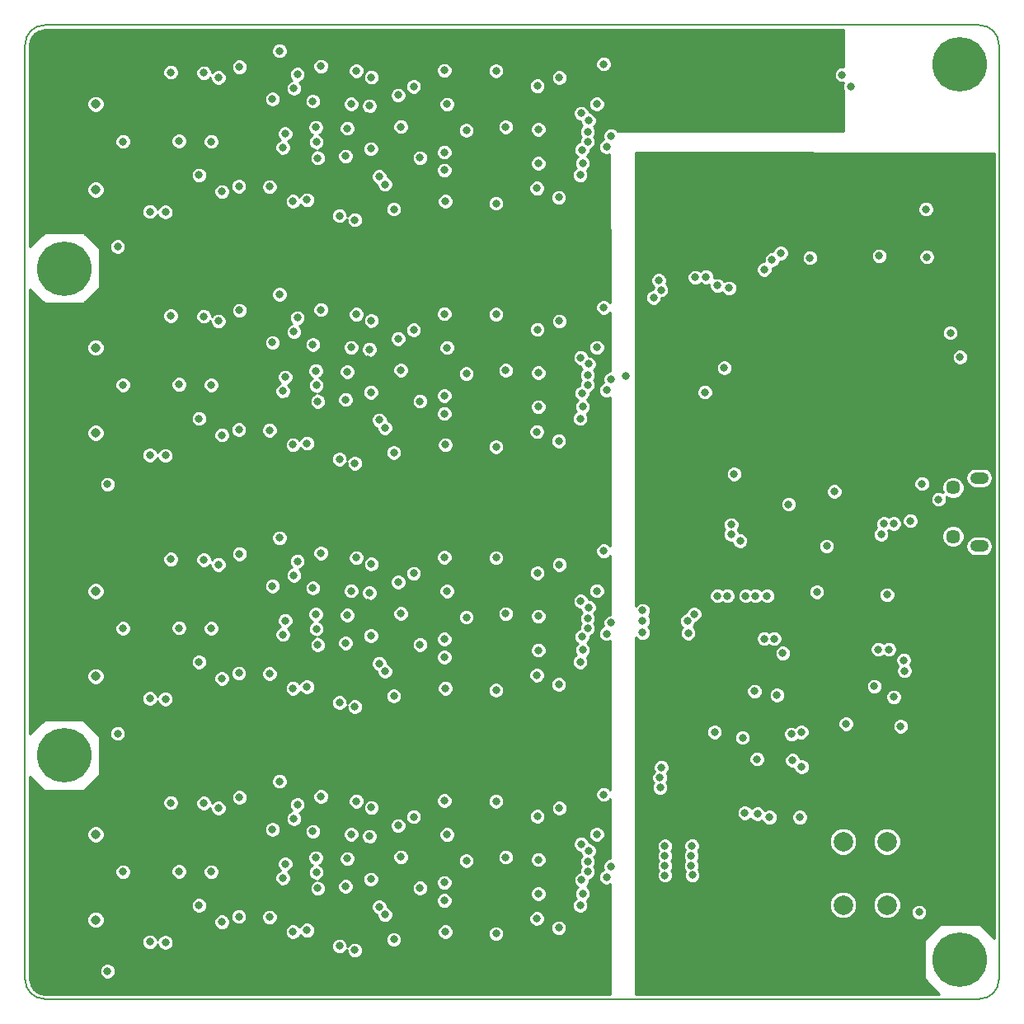
<source format=gbr>
%TF.GenerationSoftware,KiCad,Pcbnew,5.0.2-bee76a0~70~ubuntu18.04.1*%
%TF.CreationDate,2020-09-30T14:13:53+10:00*%
%TF.ProjectId,SDR_board,5344525f-626f-4617-9264-2e6b69636164,rev?*%
%TF.SameCoordinates,Original*%
%TF.FileFunction,Copper,L3,Inr*%
%TF.FilePolarity,Positive*%
%FSLAX46Y46*%
G04 Gerber Fmt 4.6, Leading zero omitted, Abs format (unit mm)*
G04 Created by KiCad (PCBNEW 5.0.2-bee76a0~70~ubuntu18.04.1) date Wed 30 Sep 2020 14:13:53 AEST*
%MOMM*%
%LPD*%
G01*
G04 APERTURE LIST*
%ADD10C,0.150000*%
%ADD11C,5.600000*%
%ADD12C,1.450000*%
%ADD13O,1.900000X1.200000*%
%ADD14C,0.970000*%
%ADD15C,2.000000*%
%ADD16C,0.800000*%
%ADD17C,0.254000*%
G04 APERTURE END LIST*
D10*
X27000000Y-120000000D02*
G75*
G02X25000000Y-118000000I0J2000000D01*
G01*
X125000000Y-118000000D02*
G75*
G02X123000000Y-120000000I-2000000J0D01*
G01*
X123000000Y-20000000D02*
G75*
G02X125000000Y-22000000I0J-2000000D01*
G01*
X25000000Y-22000000D02*
G75*
G02X27000000Y-20000000I2000000J0D01*
G01*
X25000000Y-117999999D02*
X25000000Y-21999999D01*
X123000000Y-120000000D02*
X27000000Y-120000000D01*
X125000000Y-22000000D02*
X125000000Y-118000000D01*
X27000000Y-20000000D02*
X123000000Y-20000000D01*
D11*
X121000000Y-116000000D03*
X121000000Y-24000000D03*
X29000000Y-45000000D03*
D12*
X120287500Y-72500000D03*
X120287500Y-67500000D03*
D13*
X122987500Y-73500000D03*
X122987500Y-66500000D03*
D14*
X32240000Y-28120000D03*
X32240000Y-36880000D03*
X32240000Y-53120000D03*
X32240000Y-61880000D03*
X32240000Y-86880000D03*
X32240000Y-78120000D03*
X32240000Y-111880000D03*
X32240000Y-103120000D03*
D15*
X109000000Y-103850000D03*
X113500000Y-103850000D03*
X109000000Y-110350000D03*
X113500000Y-110350000D03*
D11*
X29000000Y-95000000D03*
D16*
X58473410Y-103094640D03*
X58473410Y-78094640D03*
X58473410Y-53094640D03*
X58473410Y-28094640D03*
X116800000Y-103550000D03*
X115800000Y-99050000D03*
X115850000Y-95750000D03*
X105000000Y-89000000D03*
X111062500Y-91700000D03*
X107800000Y-69800000D03*
X107800000Y-71500000D03*
X110300000Y-79600000D03*
X103900000Y-78200000D03*
X98500000Y-69600000D03*
X99600000Y-66400000D03*
X119800000Y-43800000D03*
X107900000Y-43800000D03*
X112700000Y-40200000D03*
X114300000Y-36300000D03*
X111600000Y-36300000D03*
X102705000Y-95500000D03*
X100600000Y-79700000D03*
X88700000Y-73700000D03*
X88700000Y-98800000D03*
X88400000Y-48900000D03*
X98848834Y-33751166D03*
X68326173Y-103126173D03*
X65539130Y-108619588D03*
X63578595Y-105428595D03*
X58073410Y-105600000D03*
X55374942Y-99225058D03*
X52600000Y-101500000D03*
X52500000Y-113100000D03*
X74350000Y-105450000D03*
X70300000Y-105800000D03*
X68050000Y-109900000D03*
X68050000Y-108050000D03*
X77600000Y-101250000D03*
X79850000Y-100400000D03*
X77700000Y-105700000D03*
X77700000Y-109200000D03*
X77550000Y-111750000D03*
X79800000Y-112700000D03*
X82100000Y-104100000D03*
X82150000Y-107798620D03*
X64900000Y-101300000D03*
X63300000Y-102200000D03*
X62850000Y-113900000D03*
X47000000Y-99300000D03*
X44850000Y-100400000D03*
X43350000Y-99900000D03*
X39950000Y-99850000D03*
X35050000Y-106950000D03*
X33450000Y-117150000D03*
X37800000Y-114150000D03*
X39400000Y-114200000D03*
X46950000Y-111550000D03*
X45200000Y-112100000D03*
X42850000Y-110400000D03*
X44100000Y-106950000D03*
X40800000Y-106900000D03*
X50100000Y-111600000D03*
X50400000Y-102600000D03*
X52950000Y-100050000D03*
X59000000Y-99700000D03*
X60350000Y-103300000D03*
X54850000Y-105500000D03*
X54900000Y-107000000D03*
X55050000Y-108650000D03*
X57900000Y-108450000D03*
X60550000Y-100350000D03*
X68326173Y-78126173D03*
X65539130Y-83619588D03*
X63578595Y-80428595D03*
X58073410Y-80600000D03*
X55374942Y-74225058D03*
X52600000Y-76500000D03*
X52500000Y-88100000D03*
X74350000Y-80450000D03*
X70300000Y-80800000D03*
X68050000Y-84900000D03*
X68050000Y-83050000D03*
X77600000Y-76250000D03*
X79850000Y-75400000D03*
X77700000Y-80700000D03*
X77700000Y-84200000D03*
X77550000Y-86750000D03*
X79800000Y-87700000D03*
X82050000Y-79150000D03*
X82176590Y-82798620D03*
X64900000Y-76300000D03*
X63300000Y-77200000D03*
X62850000Y-88900000D03*
X47000000Y-74300000D03*
X44850000Y-75400000D03*
X43350000Y-74900000D03*
X39950000Y-74850000D03*
X35050000Y-81950000D03*
X34500000Y-92750000D03*
X37800000Y-89150000D03*
X39400000Y-89200000D03*
X46950000Y-86550000D03*
X45200000Y-87100000D03*
X42850000Y-85400000D03*
X44100000Y-81950000D03*
X40800000Y-81900000D03*
X50100000Y-86600000D03*
X50400000Y-77600000D03*
X52950000Y-75050000D03*
X59000000Y-74700000D03*
X60350000Y-78300000D03*
X54850000Y-80500000D03*
X54900000Y-82000000D03*
X55050000Y-83650000D03*
X57900000Y-83450000D03*
X60550000Y-75350000D03*
X68326173Y-53126173D03*
X65539130Y-58619588D03*
X63578595Y-55428595D03*
X58073410Y-55600000D03*
X55374942Y-49225058D03*
X52600000Y-51500000D03*
X52500000Y-63100000D03*
X74350000Y-55450000D03*
X70300000Y-55800000D03*
X68050000Y-59900000D03*
X68050000Y-58050000D03*
X77600000Y-51250000D03*
X79850000Y-50400000D03*
X77700000Y-55700000D03*
X77700000Y-59200000D03*
X77550000Y-61750000D03*
X79800000Y-62700000D03*
X82050000Y-54150000D03*
X82176590Y-57798620D03*
X64900000Y-51300000D03*
X63300000Y-52200000D03*
X62850000Y-63900000D03*
X47000000Y-49300000D03*
X44850000Y-50400000D03*
X43350000Y-49900000D03*
X39950000Y-49850000D03*
X35050000Y-56950000D03*
X33450000Y-67150000D03*
X37800000Y-64150000D03*
X39400000Y-64200000D03*
X46950000Y-61550000D03*
X45200000Y-62100000D03*
X42850000Y-60400000D03*
X44100000Y-56950000D03*
X40800000Y-56900000D03*
X50100000Y-61600000D03*
X50400000Y-52600000D03*
X52950000Y-50050000D03*
X59000000Y-49700000D03*
X60350000Y-53300000D03*
X54850000Y-55500000D03*
X54900000Y-57000000D03*
X55050000Y-58650000D03*
X57900000Y-58450000D03*
X60550000Y-50350000D03*
X60550000Y-25350000D03*
X57900000Y-33450000D03*
X55050000Y-33650000D03*
X54900000Y-32000000D03*
X54850000Y-30500000D03*
X60350000Y-28300000D03*
X59000000Y-24700000D03*
X52950000Y-25050000D03*
X50400000Y-27600000D03*
X50100000Y-36600000D03*
X40800000Y-31900000D03*
X44100000Y-31950000D03*
X42850000Y-35400000D03*
X45200000Y-37100000D03*
X46950000Y-36550000D03*
X39400000Y-39200000D03*
X37800000Y-39150000D03*
X34500000Y-42750000D03*
X35050000Y-31950000D03*
X39950000Y-24850000D03*
X43350000Y-24900000D03*
X44850000Y-25400000D03*
X47000000Y-24300000D03*
X62850000Y-38900000D03*
X63300000Y-27200000D03*
X64900000Y-26300000D03*
X82176590Y-32798620D03*
X82100000Y-29050000D03*
X79800000Y-37700000D03*
X77550000Y-36750000D03*
X77700000Y-34200000D03*
X77700000Y-30700000D03*
X79850000Y-25400000D03*
X77600000Y-26250000D03*
X68050000Y-33050000D03*
X68050000Y-34900000D03*
X70300000Y-30800000D03*
X74350000Y-30450000D03*
X52500000Y-38100000D03*
X52600000Y-26500000D03*
X55374942Y-24225058D03*
X58073410Y-30600000D03*
X63578595Y-30428595D03*
X65539130Y-33619588D03*
X68326173Y-28126173D03*
X104550000Y-101350000D03*
X101450000Y-101350000D03*
X116800000Y-111100000D03*
X109300000Y-91750000D03*
X108100000Y-67900000D03*
X107300000Y-73500000D03*
X113500000Y-78500000D03*
X97800000Y-66100000D03*
X106300000Y-78200000D03*
X118800000Y-68700000D03*
X103400000Y-69200000D03*
X120000000Y-51600000D03*
X121000000Y-54100000D03*
X117100000Y-67100000D03*
X117600000Y-43800000D03*
X105600000Y-43900000D03*
X112700000Y-43700000D03*
X109800000Y-26300000D03*
X108900000Y-25100000D03*
X100150000Y-95373410D03*
X117500000Y-38900000D03*
X67565111Y-103887235D03*
X56100000Y-102800000D03*
X79900000Y-99200000D03*
X79850000Y-111600000D03*
X77736516Y-107219672D03*
X77700000Y-103850000D03*
X69750000Y-106950000D03*
X74300000Y-107450000D03*
X60200000Y-104350000D03*
X63900000Y-110250000D03*
X61200000Y-108850000D03*
X57200000Y-111650000D03*
X56300000Y-111650000D03*
X51750000Y-108700000D03*
X52000000Y-104100000D03*
X36950000Y-105350000D03*
X67565111Y-78887235D03*
X56100000Y-77850000D03*
X79900000Y-74200000D03*
X79850000Y-86600000D03*
X77736516Y-82219672D03*
X77700000Y-78850000D03*
X69750000Y-81950000D03*
X74300000Y-82450000D03*
X60200000Y-79350000D03*
X63900000Y-85250000D03*
X61200000Y-83850000D03*
X57200000Y-86650000D03*
X56300000Y-86650000D03*
X51750000Y-83700000D03*
X52000000Y-79100000D03*
X36950000Y-80350000D03*
X67565111Y-53887235D03*
X56100000Y-52850000D03*
X79900000Y-49200000D03*
X79850000Y-61600000D03*
X77736516Y-57219672D03*
X77700000Y-53850000D03*
X69750000Y-56950000D03*
X74300000Y-57450000D03*
X60200000Y-54350000D03*
X63900000Y-60250000D03*
X61200000Y-58850000D03*
X57200000Y-61650000D03*
X56300000Y-61650000D03*
X51750000Y-58650000D03*
X52000000Y-54100000D03*
X36950000Y-55400000D03*
X36950000Y-30300000D03*
X52000000Y-29100000D03*
X51750000Y-33650000D03*
X56300000Y-36650000D03*
X57200000Y-36650000D03*
X61200000Y-33850000D03*
X63900000Y-35250000D03*
X60200000Y-29350000D03*
X74300000Y-32450000D03*
X69750000Y-31950000D03*
X77700000Y-28850000D03*
X77736516Y-32219672D03*
X79850000Y-36600000D03*
X79900000Y-24200000D03*
X56100000Y-27800000D03*
X67565111Y-28887235D03*
X104800000Y-26300000D03*
X105300000Y-29100000D03*
X51700000Y-31150000D03*
X51475000Y-32575000D03*
X51125000Y-22650000D03*
X60500000Y-32704021D03*
X54550000Y-27800000D03*
X53950000Y-37950000D03*
X51700000Y-56150000D03*
X51475000Y-57575000D03*
X60500000Y-57704021D03*
X51125000Y-47650000D03*
X53950000Y-62950000D03*
X54550000Y-52800000D03*
X51700000Y-81150000D03*
X51475000Y-82575000D03*
X60500000Y-82704021D03*
X51125000Y-72650000D03*
X53950000Y-87950000D03*
X54550000Y-77800000D03*
X51700000Y-106150000D03*
X51475000Y-107575000D03*
X60500000Y-107704021D03*
X51125000Y-97650000D03*
X53950000Y-112950000D03*
X54550000Y-102800000D03*
X101700000Y-44100000D03*
X90300000Y-47200000D03*
X97500000Y-72300000D03*
X112600000Y-84100000D03*
X112900000Y-72300000D03*
X90173827Y-97273827D03*
X82760491Y-105937163D03*
X82000000Y-110400000D03*
X82760491Y-80937163D03*
X82000000Y-85400000D03*
X82760491Y-55937163D03*
X82000000Y-60400000D03*
X82000000Y-35400000D03*
X82760491Y-30937163D03*
X99900000Y-88400000D03*
X95800000Y-92600000D03*
X93473832Y-104273832D03*
X90700000Y-104300000D03*
X93707108Y-80492892D03*
X88400000Y-80100000D03*
X101200000Y-78600000D03*
X97300000Y-47000000D03*
X96800000Y-55200000D03*
X102800000Y-84500000D03*
X100899997Y-83000000D03*
X103700000Y-92800000D03*
X103800000Y-95500000D03*
X98900000Y-100900000D03*
X101900000Y-83000000D03*
X104736334Y-96163666D03*
X100200000Y-101000000D03*
X104700000Y-92600000D03*
X57275517Y-39574483D03*
X68150000Y-38100000D03*
X58850000Y-40000000D03*
X73350000Y-38300000D03*
X61350000Y-35550000D03*
X68050000Y-24650000D03*
X73350000Y-24700000D03*
X61950000Y-36350000D03*
X68150000Y-63100000D03*
X57275517Y-64574483D03*
X73350000Y-63300000D03*
X58850000Y-65000000D03*
X68050000Y-49650000D03*
X61350000Y-60550000D03*
X61950000Y-61350000D03*
X73350000Y-49700000D03*
X68150000Y-88100000D03*
X57275517Y-89574483D03*
X73350000Y-88300000D03*
X58850000Y-90000000D03*
X68050000Y-74650000D03*
X61350000Y-85550000D03*
X61950000Y-86350000D03*
X73350000Y-74700000D03*
X68150000Y-113100000D03*
X57275517Y-114574483D03*
X73350000Y-113300000D03*
X58850000Y-115000000D03*
X68050000Y-99650000D03*
X61350000Y-110550000D03*
X61950000Y-111350000D03*
X73350000Y-99700000D03*
X82250000Y-34173400D03*
X82750000Y-31950000D03*
X100000000Y-78600000D03*
X96094508Y-46746854D03*
X83700000Y-28100000D03*
X85164694Y-31370587D03*
X99000000Y-78600000D03*
X94926600Y-45852000D03*
X82750000Y-56950000D03*
X82250000Y-59173400D03*
X97100003Y-78600000D03*
X86700000Y-56000000D03*
X85164694Y-56370587D03*
X83700000Y-53100000D03*
X96100000Y-78600000D03*
X82750000Y-81950000D03*
X82250000Y-84173400D03*
X93000000Y-81200000D03*
X88400000Y-81200000D03*
X85164694Y-81370587D03*
X83700000Y-78100000D03*
X93089520Y-82441853D03*
X88400000Y-82400000D03*
X82750000Y-106950000D03*
X82250000Y-109173400D03*
X93400000Y-105299997D03*
X90700000Y-105300000D03*
X85164694Y-106370587D03*
X83700000Y-103100000D03*
X93400000Y-106300000D03*
X90700000Y-106300000D03*
X84700000Y-107500008D03*
X82850000Y-104800000D03*
X84400000Y-99000000D03*
X84700000Y-82500008D03*
X82850000Y-79800000D03*
X84400000Y-74000000D03*
X84700000Y-57500008D03*
X82850000Y-54800000D03*
X84400000Y-49000000D03*
X84400000Y-24000000D03*
X82850000Y-29800000D03*
X84700000Y-32500008D03*
X90700000Y-107300003D03*
X93510431Y-107293886D03*
X98665816Y-93165816D03*
X102200000Y-88800000D03*
X93800000Y-45900000D03*
X94800000Y-57700000D03*
X97500000Y-71299997D03*
X90057464Y-46229856D03*
X112200000Y-87900000D03*
X102600000Y-43400000D03*
X115900000Y-70900000D03*
X113700000Y-84100000D03*
X90330174Y-96217494D03*
X113186428Y-71173401D03*
X115226590Y-85200000D03*
X89531777Y-47973400D03*
X115300000Y-86300000D03*
X114199100Y-71173401D03*
X100900000Y-45100000D03*
X98413814Y-72973400D03*
X114200000Y-89000000D03*
X90200000Y-98300003D03*
X114900000Y-92000000D03*
D17*
G36*
X124498000Y-33137421D02*
X124498001Y-113753306D01*
X123089803Y-112345108D01*
X123048601Y-112317578D01*
X123000000Y-112307911D01*
X119000000Y-112307911D01*
X118951399Y-112317578D01*
X118910197Y-112345108D01*
X117410197Y-113845108D01*
X117382667Y-113886310D01*
X117373000Y-113934911D01*
X117373000Y-117934911D01*
X117382667Y-117983512D01*
X117410197Y-118024714D01*
X118883483Y-119498000D01*
X87726105Y-119498000D01*
X87720752Y-110066152D01*
X107573000Y-110066152D01*
X107573000Y-110633848D01*
X107790247Y-111158331D01*
X108191669Y-111559753D01*
X108716152Y-111777000D01*
X109283848Y-111777000D01*
X109808331Y-111559753D01*
X110209753Y-111158331D01*
X110427000Y-110633848D01*
X110427000Y-110066152D01*
X112073000Y-110066152D01*
X112073000Y-110633848D01*
X112290247Y-111158331D01*
X112691669Y-111559753D01*
X113216152Y-111777000D01*
X113783848Y-111777000D01*
X114308331Y-111559753D01*
X114709753Y-111158331D01*
X114802052Y-110935499D01*
X115973000Y-110935499D01*
X115973000Y-111264501D01*
X116098903Y-111568458D01*
X116331542Y-111801097D01*
X116635499Y-111927000D01*
X116964501Y-111927000D01*
X117268458Y-111801097D01*
X117501097Y-111568458D01*
X117627000Y-111264501D01*
X117627000Y-110935499D01*
X117501097Y-110631542D01*
X117268458Y-110398903D01*
X116964501Y-110273000D01*
X116635499Y-110273000D01*
X116331542Y-110398903D01*
X116098903Y-110631542D01*
X115973000Y-110935499D01*
X114802052Y-110935499D01*
X114927000Y-110633848D01*
X114927000Y-110066152D01*
X114709753Y-109541669D01*
X114308331Y-109140247D01*
X113783848Y-108923000D01*
X113216152Y-108923000D01*
X112691669Y-109140247D01*
X112290247Y-109541669D01*
X112073000Y-110066152D01*
X110427000Y-110066152D01*
X110209753Y-109541669D01*
X109808331Y-109140247D01*
X109283848Y-108923000D01*
X108716152Y-108923000D01*
X108191669Y-109140247D01*
X107790247Y-109541669D01*
X107573000Y-110066152D01*
X87720752Y-110066152D01*
X87717386Y-104135499D01*
X89873000Y-104135499D01*
X89873000Y-104464501D01*
X89998903Y-104768458D01*
X90030445Y-104800000D01*
X89998903Y-104831542D01*
X89873000Y-105135499D01*
X89873000Y-105464501D01*
X89998903Y-105768458D01*
X90030445Y-105800000D01*
X89998903Y-105831542D01*
X89873000Y-106135499D01*
X89873000Y-106464501D01*
X89998903Y-106768458D01*
X90030447Y-106800002D01*
X89998903Y-106831545D01*
X89873000Y-107135502D01*
X89873000Y-107464504D01*
X89998903Y-107768461D01*
X90231542Y-108001100D01*
X90535499Y-108127003D01*
X90864501Y-108127003D01*
X91168458Y-108001100D01*
X91401097Y-107768461D01*
X91527000Y-107464504D01*
X91527000Y-107135502D01*
X91401097Y-106831545D01*
X91369554Y-106800002D01*
X91401097Y-106768458D01*
X91527000Y-106464501D01*
X91527000Y-106135499D01*
X91401097Y-105831542D01*
X91369555Y-105800000D01*
X91401097Y-105768458D01*
X91527000Y-105464501D01*
X91527000Y-105135499D01*
X91526999Y-105135496D01*
X92573000Y-105135496D01*
X92573000Y-105464498D01*
X92698903Y-105768455D01*
X92730447Y-105799999D01*
X92698903Y-105831542D01*
X92573000Y-106135499D01*
X92573000Y-106464501D01*
X92698903Y-106768458D01*
X92793676Y-106863231D01*
X92683431Y-107129385D01*
X92683431Y-107458387D01*
X92809334Y-107762344D01*
X93041973Y-107994983D01*
X93345930Y-108120886D01*
X93674932Y-108120886D01*
X93978889Y-107994983D01*
X94211528Y-107762344D01*
X94337431Y-107458387D01*
X94337431Y-107129385D01*
X94211528Y-106825428D01*
X94116755Y-106730655D01*
X94227000Y-106464501D01*
X94227000Y-106135499D01*
X94101097Y-105831542D01*
X94069554Y-105799999D01*
X94101097Y-105768455D01*
X94227000Y-105464498D01*
X94227000Y-105135496D01*
X94101097Y-104831539D01*
X94093389Y-104823831D01*
X94174929Y-104742290D01*
X94300832Y-104438333D01*
X94300832Y-104109331D01*
X94174929Y-103805374D01*
X93942290Y-103572735D01*
X93926398Y-103566152D01*
X107573000Y-103566152D01*
X107573000Y-104133848D01*
X107790247Y-104658331D01*
X108191669Y-105059753D01*
X108716152Y-105277000D01*
X109283848Y-105277000D01*
X109808331Y-105059753D01*
X110209753Y-104658331D01*
X110427000Y-104133848D01*
X110427000Y-103566152D01*
X112073000Y-103566152D01*
X112073000Y-104133848D01*
X112290247Y-104658331D01*
X112691669Y-105059753D01*
X113216152Y-105277000D01*
X113783848Y-105277000D01*
X114308331Y-105059753D01*
X114709753Y-104658331D01*
X114927000Y-104133848D01*
X114927000Y-103566152D01*
X114709753Y-103041669D01*
X114308331Y-102640247D01*
X113783848Y-102423000D01*
X113216152Y-102423000D01*
X112691669Y-102640247D01*
X112290247Y-103041669D01*
X112073000Y-103566152D01*
X110427000Y-103566152D01*
X110209753Y-103041669D01*
X109808331Y-102640247D01*
X109283848Y-102423000D01*
X108716152Y-102423000D01*
X108191669Y-102640247D01*
X107790247Y-103041669D01*
X107573000Y-103566152D01*
X93926398Y-103566152D01*
X93638333Y-103446832D01*
X93309331Y-103446832D01*
X93005374Y-103572735D01*
X92772735Y-103805374D01*
X92646832Y-104109331D01*
X92646832Y-104438333D01*
X92772735Y-104742290D01*
X92780444Y-104749999D01*
X92698903Y-104831539D01*
X92573000Y-105135496D01*
X91526999Y-105135496D01*
X91401097Y-104831542D01*
X91369555Y-104800000D01*
X91401097Y-104768458D01*
X91527000Y-104464501D01*
X91527000Y-104135499D01*
X91401097Y-103831542D01*
X91168458Y-103598903D01*
X90864501Y-103473000D01*
X90535499Y-103473000D01*
X90231542Y-103598903D01*
X89998903Y-103831542D01*
X89873000Y-104135499D01*
X87717386Y-104135499D01*
X87715456Y-100735499D01*
X98073000Y-100735499D01*
X98073000Y-101064501D01*
X98198903Y-101368458D01*
X98431542Y-101601097D01*
X98735499Y-101727000D01*
X99064501Y-101727000D01*
X99368458Y-101601097D01*
X99500000Y-101469555D01*
X99731542Y-101701097D01*
X100035499Y-101827000D01*
X100364501Y-101827000D01*
X100668458Y-101701097D01*
X100690967Y-101678588D01*
X100748903Y-101818458D01*
X100981542Y-102051097D01*
X101285499Y-102177000D01*
X101614501Y-102177000D01*
X101918458Y-102051097D01*
X102151097Y-101818458D01*
X102277000Y-101514501D01*
X102277000Y-101185499D01*
X103723000Y-101185499D01*
X103723000Y-101514501D01*
X103848903Y-101818458D01*
X104081542Y-102051097D01*
X104385499Y-102177000D01*
X104714501Y-102177000D01*
X105018458Y-102051097D01*
X105251097Y-101818458D01*
X105377000Y-101514501D01*
X105377000Y-101185499D01*
X105251097Y-100881542D01*
X105018458Y-100648903D01*
X104714501Y-100523000D01*
X104385499Y-100523000D01*
X104081542Y-100648903D01*
X103848903Y-100881542D01*
X103723000Y-101185499D01*
X102277000Y-101185499D01*
X102151097Y-100881542D01*
X101918458Y-100648903D01*
X101614501Y-100523000D01*
X101285499Y-100523000D01*
X100981542Y-100648903D01*
X100959033Y-100671412D01*
X100901097Y-100531542D01*
X100668458Y-100298903D01*
X100364501Y-100173000D01*
X100035499Y-100173000D01*
X99731542Y-100298903D01*
X99600000Y-100430445D01*
X99368458Y-100198903D01*
X99064501Y-100073000D01*
X98735499Y-100073000D01*
X98431542Y-100198903D01*
X98198903Y-100431542D01*
X98073000Y-100735499D01*
X87715456Y-100735499D01*
X87713397Y-97109326D01*
X89346827Y-97109326D01*
X89346827Y-97438328D01*
X89472730Y-97742285D01*
X89530447Y-97800002D01*
X89498903Y-97831545D01*
X89373000Y-98135502D01*
X89373000Y-98464504D01*
X89498903Y-98768461D01*
X89731542Y-99001100D01*
X90035499Y-99127003D01*
X90364501Y-99127003D01*
X90668458Y-99001100D01*
X90901097Y-98768461D01*
X91027000Y-98464504D01*
X91027000Y-98135502D01*
X90901097Y-97831545D01*
X90843381Y-97773829D01*
X90874924Y-97742285D01*
X91000827Y-97438328D01*
X91000827Y-97109326D01*
X90885741Y-96831482D01*
X91031271Y-96685952D01*
X91157174Y-96381995D01*
X91157174Y-96052993D01*
X91031271Y-95749036D01*
X90798632Y-95516397D01*
X90494675Y-95390494D01*
X90165673Y-95390494D01*
X89861716Y-95516397D01*
X89629077Y-95749036D01*
X89503174Y-96052993D01*
X89503174Y-96381995D01*
X89618260Y-96659839D01*
X89472730Y-96805369D01*
X89346827Y-97109326D01*
X87713397Y-97109326D01*
X87712319Y-95208909D01*
X99323000Y-95208909D01*
X99323000Y-95537911D01*
X99448903Y-95841868D01*
X99681542Y-96074507D01*
X99985499Y-96200410D01*
X100314501Y-96200410D01*
X100618458Y-96074507D01*
X100851097Y-95841868D01*
X100977000Y-95537911D01*
X100977000Y-95335499D01*
X102973000Y-95335499D01*
X102973000Y-95664501D01*
X103098903Y-95968458D01*
X103331542Y-96201097D01*
X103635499Y-96327000D01*
X103909334Y-96327000D01*
X103909334Y-96328167D01*
X104035237Y-96632124D01*
X104267876Y-96864763D01*
X104571833Y-96990666D01*
X104900835Y-96990666D01*
X105204792Y-96864763D01*
X105437431Y-96632124D01*
X105563334Y-96328167D01*
X105563334Y-95999165D01*
X105437431Y-95695208D01*
X105204792Y-95462569D01*
X104900835Y-95336666D01*
X104627000Y-95336666D01*
X104627000Y-95335499D01*
X104501097Y-95031542D01*
X104268458Y-94798903D01*
X103964501Y-94673000D01*
X103635499Y-94673000D01*
X103331542Y-94798903D01*
X103098903Y-95031542D01*
X102973000Y-95335499D01*
X100977000Y-95335499D01*
X100977000Y-95208909D01*
X100851097Y-94904952D01*
X100618458Y-94672313D01*
X100314501Y-94546410D01*
X99985499Y-94546410D01*
X99681542Y-94672313D01*
X99448903Y-94904952D01*
X99323000Y-95208909D01*
X87712319Y-95208909D01*
X87710744Y-92435499D01*
X94973000Y-92435499D01*
X94973000Y-92764501D01*
X95098903Y-93068458D01*
X95331542Y-93301097D01*
X95635499Y-93427000D01*
X95964501Y-93427000D01*
X96268458Y-93301097D01*
X96501097Y-93068458D01*
X96528908Y-93001315D01*
X97838816Y-93001315D01*
X97838816Y-93330317D01*
X97964719Y-93634274D01*
X98197358Y-93866913D01*
X98501315Y-93992816D01*
X98830317Y-93992816D01*
X99134274Y-93866913D01*
X99366913Y-93634274D01*
X99492816Y-93330317D01*
X99492816Y-93001315D01*
X99366913Y-92697358D01*
X99305054Y-92635499D01*
X102873000Y-92635499D01*
X102873000Y-92964501D01*
X102998903Y-93268458D01*
X103231542Y-93501097D01*
X103535499Y-93627000D01*
X103864501Y-93627000D01*
X104168458Y-93501097D01*
X104328356Y-93341199D01*
X104535499Y-93427000D01*
X104864501Y-93427000D01*
X105168458Y-93301097D01*
X105401097Y-93068458D01*
X105527000Y-92764501D01*
X105527000Y-92435499D01*
X105401097Y-92131542D01*
X105168458Y-91898903D01*
X104864501Y-91773000D01*
X104535499Y-91773000D01*
X104231542Y-91898903D01*
X104071644Y-92058801D01*
X103864501Y-91973000D01*
X103535499Y-91973000D01*
X103231542Y-92098903D01*
X102998903Y-92331542D01*
X102873000Y-92635499D01*
X99305054Y-92635499D01*
X99134274Y-92464719D01*
X98830317Y-92338816D01*
X98501315Y-92338816D01*
X98197358Y-92464719D01*
X97964719Y-92697358D01*
X97838816Y-93001315D01*
X96528908Y-93001315D01*
X96627000Y-92764501D01*
X96627000Y-92435499D01*
X96501097Y-92131542D01*
X96268458Y-91898903D01*
X95964501Y-91773000D01*
X95635499Y-91773000D01*
X95331542Y-91898903D01*
X95098903Y-92131542D01*
X94973000Y-92435499D01*
X87710744Y-92435499D01*
X87710262Y-91585499D01*
X108473000Y-91585499D01*
X108473000Y-91914501D01*
X108598903Y-92218458D01*
X108831542Y-92451097D01*
X109135499Y-92577000D01*
X109464501Y-92577000D01*
X109768458Y-92451097D01*
X110001097Y-92218458D01*
X110127000Y-91914501D01*
X110127000Y-91835499D01*
X114073000Y-91835499D01*
X114073000Y-92164501D01*
X114198903Y-92468458D01*
X114431542Y-92701097D01*
X114735499Y-92827000D01*
X115064501Y-92827000D01*
X115368458Y-92701097D01*
X115601097Y-92468458D01*
X115727000Y-92164501D01*
X115727000Y-91835499D01*
X115601097Y-91531542D01*
X115368458Y-91298903D01*
X115064501Y-91173000D01*
X114735499Y-91173000D01*
X114431542Y-91298903D01*
X114198903Y-91531542D01*
X114073000Y-91835499D01*
X110127000Y-91835499D01*
X110127000Y-91585499D01*
X110001097Y-91281542D01*
X109768458Y-91048903D01*
X109464501Y-90923000D01*
X109135499Y-90923000D01*
X108831542Y-91048903D01*
X108598903Y-91281542D01*
X108473000Y-91585499D01*
X87710262Y-91585499D01*
X87708360Y-88235499D01*
X99073000Y-88235499D01*
X99073000Y-88564501D01*
X99198903Y-88868458D01*
X99431542Y-89101097D01*
X99735499Y-89227000D01*
X100064501Y-89227000D01*
X100368458Y-89101097D01*
X100601097Y-88868458D01*
X100697591Y-88635499D01*
X101373000Y-88635499D01*
X101373000Y-88964501D01*
X101498903Y-89268458D01*
X101731542Y-89501097D01*
X102035499Y-89627000D01*
X102364501Y-89627000D01*
X102668458Y-89501097D01*
X102901097Y-89268458D01*
X103027000Y-88964501D01*
X103027000Y-88835499D01*
X113373000Y-88835499D01*
X113373000Y-89164501D01*
X113498903Y-89468458D01*
X113731542Y-89701097D01*
X114035499Y-89827000D01*
X114364501Y-89827000D01*
X114668458Y-89701097D01*
X114901097Y-89468458D01*
X115027000Y-89164501D01*
X115027000Y-88835499D01*
X114901097Y-88531542D01*
X114668458Y-88298903D01*
X114364501Y-88173000D01*
X114035499Y-88173000D01*
X113731542Y-88298903D01*
X113498903Y-88531542D01*
X113373000Y-88835499D01*
X103027000Y-88835499D01*
X103027000Y-88635499D01*
X102901097Y-88331542D01*
X102668458Y-88098903D01*
X102364501Y-87973000D01*
X102035499Y-87973000D01*
X101731542Y-88098903D01*
X101498903Y-88331542D01*
X101373000Y-88635499D01*
X100697591Y-88635499D01*
X100727000Y-88564501D01*
X100727000Y-88235499D01*
X100601097Y-87931542D01*
X100405054Y-87735499D01*
X111373000Y-87735499D01*
X111373000Y-88064501D01*
X111498903Y-88368458D01*
X111731542Y-88601097D01*
X112035499Y-88727000D01*
X112364501Y-88727000D01*
X112668458Y-88601097D01*
X112901097Y-88368458D01*
X113027000Y-88064501D01*
X113027000Y-87735499D01*
X112901097Y-87431542D01*
X112668458Y-87198903D01*
X112364501Y-87073000D01*
X112035499Y-87073000D01*
X111731542Y-87198903D01*
X111498903Y-87431542D01*
X111373000Y-87735499D01*
X100405054Y-87735499D01*
X100368458Y-87698903D01*
X100064501Y-87573000D01*
X99735499Y-87573000D01*
X99431542Y-87698903D01*
X99198903Y-87931542D01*
X99073000Y-88235499D01*
X87708360Y-88235499D01*
X87706147Y-84335499D01*
X101973000Y-84335499D01*
X101973000Y-84664501D01*
X102098903Y-84968458D01*
X102331542Y-85201097D01*
X102635499Y-85327000D01*
X102964501Y-85327000D01*
X103268458Y-85201097D01*
X103434056Y-85035499D01*
X114399590Y-85035499D01*
X114399590Y-85364501D01*
X114525493Y-85668458D01*
X114643740Y-85786705D01*
X114598903Y-85831542D01*
X114473000Y-86135499D01*
X114473000Y-86464501D01*
X114598903Y-86768458D01*
X114831542Y-87001097D01*
X115135499Y-87127000D01*
X115464501Y-87127000D01*
X115768458Y-87001097D01*
X116001097Y-86768458D01*
X116127000Y-86464501D01*
X116127000Y-86135499D01*
X116001097Y-85831542D01*
X115882850Y-85713295D01*
X115927687Y-85668458D01*
X116053590Y-85364501D01*
X116053590Y-85035499D01*
X115927687Y-84731542D01*
X115695048Y-84498903D01*
X115391091Y-84373000D01*
X115062089Y-84373000D01*
X114758132Y-84498903D01*
X114525493Y-84731542D01*
X114399590Y-85035499D01*
X103434056Y-85035499D01*
X103501097Y-84968458D01*
X103627000Y-84664501D01*
X103627000Y-84335499D01*
X103501097Y-84031542D01*
X103405054Y-83935499D01*
X111773000Y-83935499D01*
X111773000Y-84264501D01*
X111898903Y-84568458D01*
X112131542Y-84801097D01*
X112435499Y-84927000D01*
X112764501Y-84927000D01*
X113068458Y-84801097D01*
X113150000Y-84719555D01*
X113231542Y-84801097D01*
X113535499Y-84927000D01*
X113864501Y-84927000D01*
X114168458Y-84801097D01*
X114401097Y-84568458D01*
X114527000Y-84264501D01*
X114527000Y-83935499D01*
X114401097Y-83631542D01*
X114168458Y-83398903D01*
X113864501Y-83273000D01*
X113535499Y-83273000D01*
X113231542Y-83398903D01*
X113150000Y-83480445D01*
X113068458Y-83398903D01*
X112764501Y-83273000D01*
X112435499Y-83273000D01*
X112131542Y-83398903D01*
X111898903Y-83631542D01*
X111773000Y-83935499D01*
X103405054Y-83935499D01*
X103268458Y-83798903D01*
X102964501Y-83673000D01*
X102635499Y-83673000D01*
X102331542Y-83798903D01*
X102098903Y-84031542D01*
X101973000Y-84335499D01*
X87706147Y-84335499D01*
X87705317Y-82874872D01*
X87931542Y-83101097D01*
X88235499Y-83227000D01*
X88564501Y-83227000D01*
X88868458Y-83101097D01*
X89101097Y-82868458D01*
X89227000Y-82564501D01*
X89227000Y-82235499D01*
X89101097Y-81931542D01*
X88969555Y-81800000D01*
X89101097Y-81668458D01*
X89227000Y-81364501D01*
X89227000Y-81035499D01*
X92173000Y-81035499D01*
X92173000Y-81364501D01*
X92298903Y-81668458D01*
X92496132Y-81865687D01*
X92388423Y-81973395D01*
X92262520Y-82277352D01*
X92262520Y-82606354D01*
X92388423Y-82910311D01*
X92621062Y-83142950D01*
X92925019Y-83268853D01*
X93254021Y-83268853D01*
X93557978Y-83142950D01*
X93790617Y-82910311D01*
X93821605Y-82835499D01*
X100072997Y-82835499D01*
X100072997Y-83164501D01*
X100198900Y-83468458D01*
X100431539Y-83701097D01*
X100735496Y-83827000D01*
X101064498Y-83827000D01*
X101368455Y-83701097D01*
X101399999Y-83669554D01*
X101431542Y-83701097D01*
X101735499Y-83827000D01*
X102064501Y-83827000D01*
X102368458Y-83701097D01*
X102601097Y-83468458D01*
X102727000Y-83164501D01*
X102727000Y-82835499D01*
X102601097Y-82531542D01*
X102368458Y-82298903D01*
X102064501Y-82173000D01*
X101735499Y-82173000D01*
X101431542Y-82298903D01*
X101399999Y-82330447D01*
X101368455Y-82298903D01*
X101064498Y-82173000D01*
X100735496Y-82173000D01*
X100431539Y-82298903D01*
X100198900Y-82531542D01*
X100072997Y-82835499D01*
X93821605Y-82835499D01*
X93916520Y-82606354D01*
X93916520Y-82277352D01*
X93790617Y-81973395D01*
X93593389Y-81776167D01*
X93701097Y-81668458D01*
X93827000Y-81364501D01*
X93827000Y-81319892D01*
X93871609Y-81319892D01*
X94175566Y-81193989D01*
X94408205Y-80961350D01*
X94534108Y-80657393D01*
X94534108Y-80328391D01*
X94408205Y-80024434D01*
X94175566Y-79791795D01*
X93871609Y-79665892D01*
X93542607Y-79665892D01*
X93238650Y-79791795D01*
X93006011Y-80024434D01*
X92880108Y-80328391D01*
X92880108Y-80373000D01*
X92835499Y-80373000D01*
X92531542Y-80498903D01*
X92298903Y-80731542D01*
X92173000Y-81035499D01*
X89227000Y-81035499D01*
X89101097Y-80731542D01*
X89019555Y-80650000D01*
X89101097Y-80568458D01*
X89227000Y-80264501D01*
X89227000Y-79935499D01*
X89101097Y-79631542D01*
X88868458Y-79398903D01*
X88564501Y-79273000D01*
X88235499Y-79273000D01*
X87931542Y-79398903D01*
X87703474Y-79626971D01*
X87702798Y-78435499D01*
X95273000Y-78435499D01*
X95273000Y-78764501D01*
X95398903Y-79068458D01*
X95631542Y-79301097D01*
X95935499Y-79427000D01*
X96264501Y-79427000D01*
X96568458Y-79301097D01*
X96600002Y-79269554D01*
X96631545Y-79301097D01*
X96935502Y-79427000D01*
X97264504Y-79427000D01*
X97568461Y-79301097D01*
X97801100Y-79068458D01*
X97927003Y-78764501D01*
X97927003Y-78435499D01*
X98173000Y-78435499D01*
X98173000Y-78764501D01*
X98298903Y-79068458D01*
X98531542Y-79301097D01*
X98835499Y-79427000D01*
X99164501Y-79427000D01*
X99468458Y-79301097D01*
X99500000Y-79269555D01*
X99531542Y-79301097D01*
X99835499Y-79427000D01*
X100164501Y-79427000D01*
X100468458Y-79301097D01*
X100600000Y-79169555D01*
X100731542Y-79301097D01*
X101035499Y-79427000D01*
X101364501Y-79427000D01*
X101668458Y-79301097D01*
X101901097Y-79068458D01*
X102027000Y-78764501D01*
X102027000Y-78435499D01*
X101901097Y-78131542D01*
X101805054Y-78035499D01*
X105473000Y-78035499D01*
X105473000Y-78364501D01*
X105598903Y-78668458D01*
X105831542Y-78901097D01*
X106135499Y-79027000D01*
X106464501Y-79027000D01*
X106768458Y-78901097D01*
X107001097Y-78668458D01*
X107127000Y-78364501D01*
X107127000Y-78335499D01*
X112673000Y-78335499D01*
X112673000Y-78664501D01*
X112798903Y-78968458D01*
X113031542Y-79201097D01*
X113335499Y-79327000D01*
X113664501Y-79327000D01*
X113968458Y-79201097D01*
X114201097Y-78968458D01*
X114327000Y-78664501D01*
X114327000Y-78335499D01*
X114201097Y-78031542D01*
X113968458Y-77798903D01*
X113664501Y-77673000D01*
X113335499Y-77673000D01*
X113031542Y-77798903D01*
X112798903Y-78031542D01*
X112673000Y-78335499D01*
X107127000Y-78335499D01*
X107127000Y-78035499D01*
X107001097Y-77731542D01*
X106768458Y-77498903D01*
X106464501Y-77373000D01*
X106135499Y-77373000D01*
X105831542Y-77498903D01*
X105598903Y-77731542D01*
X105473000Y-78035499D01*
X101805054Y-78035499D01*
X101668458Y-77898903D01*
X101364501Y-77773000D01*
X101035499Y-77773000D01*
X100731542Y-77898903D01*
X100600000Y-78030445D01*
X100468458Y-77898903D01*
X100164501Y-77773000D01*
X99835499Y-77773000D01*
X99531542Y-77898903D01*
X99500000Y-77930445D01*
X99468458Y-77898903D01*
X99164501Y-77773000D01*
X98835499Y-77773000D01*
X98531542Y-77898903D01*
X98298903Y-78131542D01*
X98173000Y-78435499D01*
X97927003Y-78435499D01*
X97801100Y-78131542D01*
X97568461Y-77898903D01*
X97264504Y-77773000D01*
X96935502Y-77773000D01*
X96631545Y-77898903D01*
X96600002Y-77930447D01*
X96568458Y-77898903D01*
X96264501Y-77773000D01*
X95935499Y-77773000D01*
X95631542Y-77898903D01*
X95398903Y-78131542D01*
X95273000Y-78435499D01*
X87702798Y-78435499D01*
X87698655Y-71135496D01*
X96673000Y-71135496D01*
X96673000Y-71464498D01*
X96798903Y-71768455D01*
X96830447Y-71799999D01*
X96798903Y-71831542D01*
X96673000Y-72135499D01*
X96673000Y-72464501D01*
X96798903Y-72768458D01*
X97031542Y-73001097D01*
X97335499Y-73127000D01*
X97586814Y-73127000D01*
X97586814Y-73137901D01*
X97712717Y-73441858D01*
X97945356Y-73674497D01*
X98249313Y-73800400D01*
X98578315Y-73800400D01*
X98882272Y-73674497D01*
X99114911Y-73441858D01*
X99158966Y-73335499D01*
X106473000Y-73335499D01*
X106473000Y-73664501D01*
X106598903Y-73968458D01*
X106831542Y-74201097D01*
X107135499Y-74327000D01*
X107464501Y-74327000D01*
X107768458Y-74201097D01*
X108001097Y-73968458D01*
X108127000Y-73664501D01*
X108127000Y-73335499D01*
X108001097Y-73031542D01*
X107768458Y-72798903D01*
X107464501Y-72673000D01*
X107135499Y-72673000D01*
X106831542Y-72798903D01*
X106598903Y-73031542D01*
X106473000Y-73335499D01*
X99158966Y-73335499D01*
X99240814Y-73137901D01*
X99240814Y-72808899D01*
X99114911Y-72504942D01*
X98882272Y-72272303D01*
X98578315Y-72146400D01*
X98327000Y-72146400D01*
X98327000Y-72135499D01*
X112073000Y-72135499D01*
X112073000Y-72464501D01*
X112198903Y-72768458D01*
X112431542Y-73001097D01*
X112735499Y-73127000D01*
X113064501Y-73127000D01*
X113368458Y-73001097D01*
X113601097Y-72768458D01*
X113727000Y-72464501D01*
X113727000Y-72270853D01*
X119135500Y-72270853D01*
X119135500Y-72729147D01*
X119310882Y-73152556D01*
X119634944Y-73476618D01*
X120058353Y-73652000D01*
X120516647Y-73652000D01*
X120883606Y-73500000D01*
X121590380Y-73500000D01*
X121670087Y-73900715D01*
X121897074Y-74240426D01*
X122236785Y-74467413D01*
X122536350Y-74527000D01*
X123438650Y-74527000D01*
X123738215Y-74467413D01*
X124077926Y-74240426D01*
X124304913Y-73900715D01*
X124384620Y-73500000D01*
X124304913Y-73099285D01*
X124077926Y-72759574D01*
X123738215Y-72532587D01*
X123438650Y-72473000D01*
X122536350Y-72473000D01*
X122236785Y-72532587D01*
X121897074Y-72759574D01*
X121670087Y-73099285D01*
X121590380Y-73500000D01*
X120883606Y-73500000D01*
X120940056Y-73476618D01*
X121264118Y-73152556D01*
X121439500Y-72729147D01*
X121439500Y-72270853D01*
X121264118Y-71847444D01*
X120940056Y-71523382D01*
X120516647Y-71348000D01*
X120058353Y-71348000D01*
X119634944Y-71523382D01*
X119310882Y-71847444D01*
X119135500Y-72270853D01*
X113727000Y-72270853D01*
X113727000Y-72135499D01*
X113624161Y-71887225D01*
X113654886Y-71874498D01*
X113692764Y-71836620D01*
X113730642Y-71874498D01*
X114034599Y-72000401D01*
X114363601Y-72000401D01*
X114667558Y-71874498D01*
X114900197Y-71641859D01*
X115026100Y-71337902D01*
X115026100Y-71008900D01*
X114912854Y-70735499D01*
X115073000Y-70735499D01*
X115073000Y-71064501D01*
X115198903Y-71368458D01*
X115431542Y-71601097D01*
X115735499Y-71727000D01*
X116064501Y-71727000D01*
X116368458Y-71601097D01*
X116601097Y-71368458D01*
X116727000Y-71064501D01*
X116727000Y-70735499D01*
X116601097Y-70431542D01*
X116368458Y-70198903D01*
X116064501Y-70073000D01*
X115735499Y-70073000D01*
X115431542Y-70198903D01*
X115198903Y-70431542D01*
X115073000Y-70735499D01*
X114912854Y-70735499D01*
X114900197Y-70704943D01*
X114667558Y-70472304D01*
X114363601Y-70346401D01*
X114034599Y-70346401D01*
X113730642Y-70472304D01*
X113692764Y-70510182D01*
X113654886Y-70472304D01*
X113350929Y-70346401D01*
X113021927Y-70346401D01*
X112717970Y-70472304D01*
X112485331Y-70704943D01*
X112359428Y-71008900D01*
X112359428Y-71337902D01*
X112462267Y-71586176D01*
X112431542Y-71598903D01*
X112198903Y-71831542D01*
X112073000Y-72135499D01*
X98327000Y-72135499D01*
X98201097Y-71831542D01*
X98169554Y-71799999D01*
X98201097Y-71768455D01*
X98327000Y-71464498D01*
X98327000Y-71135496D01*
X98201097Y-70831539D01*
X97968458Y-70598900D01*
X97664501Y-70472997D01*
X97335499Y-70472997D01*
X97031542Y-70598900D01*
X96798903Y-70831539D01*
X96673000Y-71135496D01*
X87698655Y-71135496D01*
X87697464Y-69035499D01*
X102573000Y-69035499D01*
X102573000Y-69364501D01*
X102698903Y-69668458D01*
X102931542Y-69901097D01*
X103235499Y-70027000D01*
X103564501Y-70027000D01*
X103868458Y-69901097D01*
X104101097Y-69668458D01*
X104227000Y-69364501D01*
X104227000Y-69035499D01*
X104101097Y-68731542D01*
X103868458Y-68498903D01*
X103564501Y-68373000D01*
X103235499Y-68373000D01*
X102931542Y-68498903D01*
X102698903Y-68731542D01*
X102573000Y-69035499D01*
X87697464Y-69035499D01*
X87696726Y-67735499D01*
X107273000Y-67735499D01*
X107273000Y-68064501D01*
X107398903Y-68368458D01*
X107631542Y-68601097D01*
X107935499Y-68727000D01*
X108264501Y-68727000D01*
X108568458Y-68601097D01*
X108634056Y-68535499D01*
X117973000Y-68535499D01*
X117973000Y-68864501D01*
X118098903Y-69168458D01*
X118331542Y-69401097D01*
X118635499Y-69527000D01*
X118964501Y-69527000D01*
X119268458Y-69401097D01*
X119501097Y-69168458D01*
X119627000Y-68864501D01*
X119627000Y-68535499D01*
X119579748Y-68421422D01*
X119634944Y-68476618D01*
X120058353Y-68652000D01*
X120516647Y-68652000D01*
X120940056Y-68476618D01*
X121264118Y-68152556D01*
X121439500Y-67729147D01*
X121439500Y-67270853D01*
X121264118Y-66847444D01*
X120940056Y-66523382D01*
X120883607Y-66500000D01*
X121590380Y-66500000D01*
X121670087Y-66900715D01*
X121897074Y-67240426D01*
X122236785Y-67467413D01*
X122536350Y-67527000D01*
X123438650Y-67527000D01*
X123738215Y-67467413D01*
X124077926Y-67240426D01*
X124304913Y-66900715D01*
X124384620Y-66500000D01*
X124304913Y-66099285D01*
X124077926Y-65759574D01*
X123738215Y-65532587D01*
X123438650Y-65473000D01*
X122536350Y-65473000D01*
X122236785Y-65532587D01*
X121897074Y-65759574D01*
X121670087Y-66099285D01*
X121590380Y-66500000D01*
X120883607Y-66500000D01*
X120516647Y-66348000D01*
X120058353Y-66348000D01*
X119634944Y-66523382D01*
X119310882Y-66847444D01*
X119135500Y-67270853D01*
X119135500Y-67729147D01*
X119242842Y-67988292D01*
X118964501Y-67873000D01*
X118635499Y-67873000D01*
X118331542Y-67998903D01*
X118098903Y-68231542D01*
X117973000Y-68535499D01*
X108634056Y-68535499D01*
X108801097Y-68368458D01*
X108927000Y-68064501D01*
X108927000Y-67735499D01*
X108801097Y-67431542D01*
X108568458Y-67198903D01*
X108264501Y-67073000D01*
X107935499Y-67073000D01*
X107631542Y-67198903D01*
X107398903Y-67431542D01*
X107273000Y-67735499D01*
X87696726Y-67735499D01*
X87696272Y-66935499D01*
X116273000Y-66935499D01*
X116273000Y-67264501D01*
X116398903Y-67568458D01*
X116631542Y-67801097D01*
X116935499Y-67927000D01*
X117264501Y-67927000D01*
X117568458Y-67801097D01*
X117801097Y-67568458D01*
X117927000Y-67264501D01*
X117927000Y-66935499D01*
X117801097Y-66631542D01*
X117568458Y-66398903D01*
X117264501Y-66273000D01*
X116935499Y-66273000D01*
X116631542Y-66398903D01*
X116398903Y-66631542D01*
X116273000Y-66935499D01*
X87696272Y-66935499D01*
X87695704Y-65935499D01*
X96973000Y-65935499D01*
X96973000Y-66264501D01*
X97098903Y-66568458D01*
X97331542Y-66801097D01*
X97635499Y-66927000D01*
X97964501Y-66927000D01*
X98268458Y-66801097D01*
X98501097Y-66568458D01*
X98627000Y-66264501D01*
X98627000Y-65935499D01*
X98501097Y-65631542D01*
X98268458Y-65398903D01*
X97964501Y-65273000D01*
X97635499Y-65273000D01*
X97331542Y-65398903D01*
X97098903Y-65631542D01*
X96973000Y-65935499D01*
X87695704Y-65935499D01*
X87690935Y-57535499D01*
X93973000Y-57535499D01*
X93973000Y-57864501D01*
X94098903Y-58168458D01*
X94331542Y-58401097D01*
X94635499Y-58527000D01*
X94964501Y-58527000D01*
X95268458Y-58401097D01*
X95501097Y-58168458D01*
X95627000Y-57864501D01*
X95627000Y-57535499D01*
X95501097Y-57231542D01*
X95268458Y-56998903D01*
X94964501Y-56873000D01*
X94635499Y-56873000D01*
X94331542Y-56998903D01*
X94098903Y-57231542D01*
X93973000Y-57535499D01*
X87690935Y-57535499D01*
X87689516Y-55035499D01*
X95973000Y-55035499D01*
X95973000Y-55364501D01*
X96098903Y-55668458D01*
X96331542Y-55901097D01*
X96635499Y-56027000D01*
X96964501Y-56027000D01*
X97268458Y-55901097D01*
X97501097Y-55668458D01*
X97627000Y-55364501D01*
X97627000Y-55035499D01*
X97501097Y-54731542D01*
X97268458Y-54498903D01*
X96964501Y-54373000D01*
X96635499Y-54373000D01*
X96331542Y-54498903D01*
X96098903Y-54731542D01*
X95973000Y-55035499D01*
X87689516Y-55035499D01*
X87688892Y-53935499D01*
X120173000Y-53935499D01*
X120173000Y-54264501D01*
X120298903Y-54568458D01*
X120531542Y-54801097D01*
X120835499Y-54927000D01*
X121164501Y-54927000D01*
X121468458Y-54801097D01*
X121701097Y-54568458D01*
X121827000Y-54264501D01*
X121827000Y-53935499D01*
X121701097Y-53631542D01*
X121468458Y-53398903D01*
X121164501Y-53273000D01*
X120835499Y-53273000D01*
X120531542Y-53398903D01*
X120298903Y-53631542D01*
X120173000Y-53935499D01*
X87688892Y-53935499D01*
X87687473Y-51435499D01*
X119173000Y-51435499D01*
X119173000Y-51764501D01*
X119298903Y-52068458D01*
X119531542Y-52301097D01*
X119835499Y-52427000D01*
X120164501Y-52427000D01*
X120468458Y-52301097D01*
X120701097Y-52068458D01*
X120827000Y-51764501D01*
X120827000Y-51435499D01*
X120701097Y-51131542D01*
X120468458Y-50898903D01*
X120164501Y-50773000D01*
X119835499Y-50773000D01*
X119531542Y-50898903D01*
X119298903Y-51131542D01*
X119173000Y-51435499D01*
X87687473Y-51435499D01*
X87685413Y-47808899D01*
X88704777Y-47808899D01*
X88704777Y-48137901D01*
X88830680Y-48441858D01*
X89063319Y-48674497D01*
X89367276Y-48800400D01*
X89696278Y-48800400D01*
X90000235Y-48674497D01*
X90232874Y-48441858D01*
X90358777Y-48137901D01*
X90358777Y-48027000D01*
X90464501Y-48027000D01*
X90768458Y-47901097D01*
X91001097Y-47668458D01*
X91127000Y-47364501D01*
X91127000Y-47035499D01*
X91001097Y-46731542D01*
X90819866Y-46550311D01*
X90884464Y-46394357D01*
X90884464Y-46065355D01*
X90758561Y-45761398D01*
X90732662Y-45735499D01*
X92973000Y-45735499D01*
X92973000Y-46064501D01*
X93098903Y-46368458D01*
X93331542Y-46601097D01*
X93635499Y-46727000D01*
X93964501Y-46727000D01*
X94268458Y-46601097D01*
X94387300Y-46482255D01*
X94458142Y-46553097D01*
X94762099Y-46679000D01*
X95091101Y-46679000D01*
X95267508Y-46605930D01*
X95267508Y-46911355D01*
X95393411Y-47215312D01*
X95626050Y-47447951D01*
X95930007Y-47573854D01*
X96259009Y-47573854D01*
X96562966Y-47447951D01*
X96582371Y-47428546D01*
X96598903Y-47468458D01*
X96831542Y-47701097D01*
X97135499Y-47827000D01*
X97464501Y-47827000D01*
X97768458Y-47701097D01*
X98001097Y-47468458D01*
X98127000Y-47164501D01*
X98127000Y-46835499D01*
X98001097Y-46531542D01*
X97768458Y-46298903D01*
X97464501Y-46173000D01*
X97135499Y-46173000D01*
X96831542Y-46298903D01*
X96812137Y-46318308D01*
X96795605Y-46278396D01*
X96562966Y-46045757D01*
X96259009Y-45919854D01*
X95930007Y-45919854D01*
X95753600Y-45992924D01*
X95753600Y-45687499D01*
X95627697Y-45383542D01*
X95395058Y-45150903D01*
X95091101Y-45025000D01*
X94762099Y-45025000D01*
X94458142Y-45150903D01*
X94339300Y-45269745D01*
X94268458Y-45198903D01*
X93964501Y-45073000D01*
X93635499Y-45073000D01*
X93331542Y-45198903D01*
X93098903Y-45431542D01*
X92973000Y-45735499D01*
X90732662Y-45735499D01*
X90525922Y-45528759D01*
X90221965Y-45402856D01*
X89892963Y-45402856D01*
X89589006Y-45528759D01*
X89356367Y-45761398D01*
X89230464Y-46065355D01*
X89230464Y-46394357D01*
X89356367Y-46698314D01*
X89537598Y-46879545D01*
X89473000Y-47035499D01*
X89473000Y-47146400D01*
X89367276Y-47146400D01*
X89063319Y-47272303D01*
X88830680Y-47504942D01*
X88704777Y-47808899D01*
X87685413Y-47808899D01*
X87683782Y-44935499D01*
X100073000Y-44935499D01*
X100073000Y-45264501D01*
X100198903Y-45568458D01*
X100431542Y-45801097D01*
X100735499Y-45927000D01*
X101064501Y-45927000D01*
X101368458Y-45801097D01*
X101601097Y-45568458D01*
X101727000Y-45264501D01*
X101727000Y-44935499D01*
X101723480Y-44927000D01*
X101864501Y-44927000D01*
X102168458Y-44801097D01*
X102401097Y-44568458D01*
X102527000Y-44264501D01*
X102527000Y-44227000D01*
X102764501Y-44227000D01*
X103068458Y-44101097D01*
X103301097Y-43868458D01*
X103356170Y-43735499D01*
X104773000Y-43735499D01*
X104773000Y-44064501D01*
X104898903Y-44368458D01*
X105131542Y-44601097D01*
X105435499Y-44727000D01*
X105764501Y-44727000D01*
X106068458Y-44601097D01*
X106301097Y-44368458D01*
X106427000Y-44064501D01*
X106427000Y-43735499D01*
X106344158Y-43535499D01*
X111873000Y-43535499D01*
X111873000Y-43864501D01*
X111998903Y-44168458D01*
X112231542Y-44401097D01*
X112535499Y-44527000D01*
X112864501Y-44527000D01*
X113168458Y-44401097D01*
X113401097Y-44168458D01*
X113527000Y-43864501D01*
X113527000Y-43635499D01*
X116773000Y-43635499D01*
X116773000Y-43964501D01*
X116898903Y-44268458D01*
X117131542Y-44501097D01*
X117435499Y-44627000D01*
X117764501Y-44627000D01*
X118068458Y-44501097D01*
X118301097Y-44268458D01*
X118427000Y-43964501D01*
X118427000Y-43635499D01*
X118301097Y-43331542D01*
X118068458Y-43098903D01*
X117764501Y-42973000D01*
X117435499Y-42973000D01*
X117131542Y-43098903D01*
X116898903Y-43331542D01*
X116773000Y-43635499D01*
X113527000Y-43635499D01*
X113527000Y-43535499D01*
X113401097Y-43231542D01*
X113168458Y-42998903D01*
X112864501Y-42873000D01*
X112535499Y-42873000D01*
X112231542Y-42998903D01*
X111998903Y-43231542D01*
X111873000Y-43535499D01*
X106344158Y-43535499D01*
X106301097Y-43431542D01*
X106068458Y-43198903D01*
X105764501Y-43073000D01*
X105435499Y-43073000D01*
X105131542Y-43198903D01*
X104898903Y-43431542D01*
X104773000Y-43735499D01*
X103356170Y-43735499D01*
X103427000Y-43564501D01*
X103427000Y-43235499D01*
X103301097Y-42931542D01*
X103068458Y-42698903D01*
X102764501Y-42573000D01*
X102435499Y-42573000D01*
X102131542Y-42698903D01*
X101898903Y-42931542D01*
X101773000Y-43235499D01*
X101773000Y-43273000D01*
X101535499Y-43273000D01*
X101231542Y-43398903D01*
X100998903Y-43631542D01*
X100873000Y-43935499D01*
X100873000Y-44264501D01*
X100876520Y-44273000D01*
X100735499Y-44273000D01*
X100431542Y-44398903D01*
X100198903Y-44631542D01*
X100073000Y-44935499D01*
X87683782Y-44935499D01*
X87680263Y-38735499D01*
X116673000Y-38735499D01*
X116673000Y-39064501D01*
X116798903Y-39368458D01*
X117031542Y-39601097D01*
X117335499Y-39727000D01*
X117664501Y-39727000D01*
X117968458Y-39601097D01*
X118201097Y-39368458D01*
X118327000Y-39064501D01*
X118327000Y-38735499D01*
X118201097Y-38431542D01*
X117968458Y-38198903D01*
X117664501Y-38073000D01*
X117335499Y-38073000D01*
X117031542Y-38198903D01*
X116798903Y-38431542D01*
X116673000Y-38735499D01*
X87680263Y-38735499D01*
X87677072Y-33114579D01*
X124498000Y-33137421D01*
X124498000Y-33137421D01*
G37*
X124498000Y-33137421D02*
X124498001Y-113753306D01*
X123089803Y-112345108D01*
X123048601Y-112317578D01*
X123000000Y-112307911D01*
X119000000Y-112307911D01*
X118951399Y-112317578D01*
X118910197Y-112345108D01*
X117410197Y-113845108D01*
X117382667Y-113886310D01*
X117373000Y-113934911D01*
X117373000Y-117934911D01*
X117382667Y-117983512D01*
X117410197Y-118024714D01*
X118883483Y-119498000D01*
X87726105Y-119498000D01*
X87720752Y-110066152D01*
X107573000Y-110066152D01*
X107573000Y-110633848D01*
X107790247Y-111158331D01*
X108191669Y-111559753D01*
X108716152Y-111777000D01*
X109283848Y-111777000D01*
X109808331Y-111559753D01*
X110209753Y-111158331D01*
X110427000Y-110633848D01*
X110427000Y-110066152D01*
X112073000Y-110066152D01*
X112073000Y-110633848D01*
X112290247Y-111158331D01*
X112691669Y-111559753D01*
X113216152Y-111777000D01*
X113783848Y-111777000D01*
X114308331Y-111559753D01*
X114709753Y-111158331D01*
X114802052Y-110935499D01*
X115973000Y-110935499D01*
X115973000Y-111264501D01*
X116098903Y-111568458D01*
X116331542Y-111801097D01*
X116635499Y-111927000D01*
X116964501Y-111927000D01*
X117268458Y-111801097D01*
X117501097Y-111568458D01*
X117627000Y-111264501D01*
X117627000Y-110935499D01*
X117501097Y-110631542D01*
X117268458Y-110398903D01*
X116964501Y-110273000D01*
X116635499Y-110273000D01*
X116331542Y-110398903D01*
X116098903Y-110631542D01*
X115973000Y-110935499D01*
X114802052Y-110935499D01*
X114927000Y-110633848D01*
X114927000Y-110066152D01*
X114709753Y-109541669D01*
X114308331Y-109140247D01*
X113783848Y-108923000D01*
X113216152Y-108923000D01*
X112691669Y-109140247D01*
X112290247Y-109541669D01*
X112073000Y-110066152D01*
X110427000Y-110066152D01*
X110209753Y-109541669D01*
X109808331Y-109140247D01*
X109283848Y-108923000D01*
X108716152Y-108923000D01*
X108191669Y-109140247D01*
X107790247Y-109541669D01*
X107573000Y-110066152D01*
X87720752Y-110066152D01*
X87717386Y-104135499D01*
X89873000Y-104135499D01*
X89873000Y-104464501D01*
X89998903Y-104768458D01*
X90030445Y-104800000D01*
X89998903Y-104831542D01*
X89873000Y-105135499D01*
X89873000Y-105464501D01*
X89998903Y-105768458D01*
X90030445Y-105800000D01*
X89998903Y-105831542D01*
X89873000Y-106135499D01*
X89873000Y-106464501D01*
X89998903Y-106768458D01*
X90030447Y-106800002D01*
X89998903Y-106831545D01*
X89873000Y-107135502D01*
X89873000Y-107464504D01*
X89998903Y-107768461D01*
X90231542Y-108001100D01*
X90535499Y-108127003D01*
X90864501Y-108127003D01*
X91168458Y-108001100D01*
X91401097Y-107768461D01*
X91527000Y-107464504D01*
X91527000Y-107135502D01*
X91401097Y-106831545D01*
X91369554Y-106800002D01*
X91401097Y-106768458D01*
X91527000Y-106464501D01*
X91527000Y-106135499D01*
X91401097Y-105831542D01*
X91369555Y-105800000D01*
X91401097Y-105768458D01*
X91527000Y-105464501D01*
X91527000Y-105135499D01*
X91526999Y-105135496D01*
X92573000Y-105135496D01*
X92573000Y-105464498D01*
X92698903Y-105768455D01*
X92730447Y-105799999D01*
X92698903Y-105831542D01*
X92573000Y-106135499D01*
X92573000Y-106464501D01*
X92698903Y-106768458D01*
X92793676Y-106863231D01*
X92683431Y-107129385D01*
X92683431Y-107458387D01*
X92809334Y-107762344D01*
X93041973Y-107994983D01*
X93345930Y-108120886D01*
X93674932Y-108120886D01*
X93978889Y-107994983D01*
X94211528Y-107762344D01*
X94337431Y-107458387D01*
X94337431Y-107129385D01*
X94211528Y-106825428D01*
X94116755Y-106730655D01*
X94227000Y-106464501D01*
X94227000Y-106135499D01*
X94101097Y-105831542D01*
X94069554Y-105799999D01*
X94101097Y-105768455D01*
X94227000Y-105464498D01*
X94227000Y-105135496D01*
X94101097Y-104831539D01*
X94093389Y-104823831D01*
X94174929Y-104742290D01*
X94300832Y-104438333D01*
X94300832Y-104109331D01*
X94174929Y-103805374D01*
X93942290Y-103572735D01*
X93926398Y-103566152D01*
X107573000Y-103566152D01*
X107573000Y-104133848D01*
X107790247Y-104658331D01*
X108191669Y-105059753D01*
X108716152Y-105277000D01*
X109283848Y-105277000D01*
X109808331Y-105059753D01*
X110209753Y-104658331D01*
X110427000Y-104133848D01*
X110427000Y-103566152D01*
X112073000Y-103566152D01*
X112073000Y-104133848D01*
X112290247Y-104658331D01*
X112691669Y-105059753D01*
X113216152Y-105277000D01*
X113783848Y-105277000D01*
X114308331Y-105059753D01*
X114709753Y-104658331D01*
X114927000Y-104133848D01*
X114927000Y-103566152D01*
X114709753Y-103041669D01*
X114308331Y-102640247D01*
X113783848Y-102423000D01*
X113216152Y-102423000D01*
X112691669Y-102640247D01*
X112290247Y-103041669D01*
X112073000Y-103566152D01*
X110427000Y-103566152D01*
X110209753Y-103041669D01*
X109808331Y-102640247D01*
X109283848Y-102423000D01*
X108716152Y-102423000D01*
X108191669Y-102640247D01*
X107790247Y-103041669D01*
X107573000Y-103566152D01*
X93926398Y-103566152D01*
X93638333Y-103446832D01*
X93309331Y-103446832D01*
X93005374Y-103572735D01*
X92772735Y-103805374D01*
X92646832Y-104109331D01*
X92646832Y-104438333D01*
X92772735Y-104742290D01*
X92780444Y-104749999D01*
X92698903Y-104831539D01*
X92573000Y-105135496D01*
X91526999Y-105135496D01*
X91401097Y-104831542D01*
X91369555Y-104800000D01*
X91401097Y-104768458D01*
X91527000Y-104464501D01*
X91527000Y-104135499D01*
X91401097Y-103831542D01*
X91168458Y-103598903D01*
X90864501Y-103473000D01*
X90535499Y-103473000D01*
X90231542Y-103598903D01*
X89998903Y-103831542D01*
X89873000Y-104135499D01*
X87717386Y-104135499D01*
X87715456Y-100735499D01*
X98073000Y-100735499D01*
X98073000Y-101064501D01*
X98198903Y-101368458D01*
X98431542Y-101601097D01*
X98735499Y-101727000D01*
X99064501Y-101727000D01*
X99368458Y-101601097D01*
X99500000Y-101469555D01*
X99731542Y-101701097D01*
X100035499Y-101827000D01*
X100364501Y-101827000D01*
X100668458Y-101701097D01*
X100690967Y-101678588D01*
X100748903Y-101818458D01*
X100981542Y-102051097D01*
X101285499Y-102177000D01*
X101614501Y-102177000D01*
X101918458Y-102051097D01*
X102151097Y-101818458D01*
X102277000Y-101514501D01*
X102277000Y-101185499D01*
X103723000Y-101185499D01*
X103723000Y-101514501D01*
X103848903Y-101818458D01*
X104081542Y-102051097D01*
X104385499Y-102177000D01*
X104714501Y-102177000D01*
X105018458Y-102051097D01*
X105251097Y-101818458D01*
X105377000Y-101514501D01*
X105377000Y-101185499D01*
X105251097Y-100881542D01*
X105018458Y-100648903D01*
X104714501Y-100523000D01*
X104385499Y-100523000D01*
X104081542Y-100648903D01*
X103848903Y-100881542D01*
X103723000Y-101185499D01*
X102277000Y-101185499D01*
X102151097Y-100881542D01*
X101918458Y-100648903D01*
X101614501Y-100523000D01*
X101285499Y-100523000D01*
X100981542Y-100648903D01*
X100959033Y-100671412D01*
X100901097Y-100531542D01*
X100668458Y-100298903D01*
X100364501Y-100173000D01*
X100035499Y-100173000D01*
X99731542Y-100298903D01*
X99600000Y-100430445D01*
X99368458Y-100198903D01*
X99064501Y-100073000D01*
X98735499Y-100073000D01*
X98431542Y-100198903D01*
X98198903Y-100431542D01*
X98073000Y-100735499D01*
X87715456Y-100735499D01*
X87713397Y-97109326D01*
X89346827Y-97109326D01*
X89346827Y-97438328D01*
X89472730Y-97742285D01*
X89530447Y-97800002D01*
X89498903Y-97831545D01*
X89373000Y-98135502D01*
X89373000Y-98464504D01*
X89498903Y-98768461D01*
X89731542Y-99001100D01*
X90035499Y-99127003D01*
X90364501Y-99127003D01*
X90668458Y-99001100D01*
X90901097Y-98768461D01*
X91027000Y-98464504D01*
X91027000Y-98135502D01*
X90901097Y-97831545D01*
X90843381Y-97773829D01*
X90874924Y-97742285D01*
X91000827Y-97438328D01*
X91000827Y-97109326D01*
X90885741Y-96831482D01*
X91031271Y-96685952D01*
X91157174Y-96381995D01*
X91157174Y-96052993D01*
X91031271Y-95749036D01*
X90798632Y-95516397D01*
X90494675Y-95390494D01*
X90165673Y-95390494D01*
X89861716Y-95516397D01*
X89629077Y-95749036D01*
X89503174Y-96052993D01*
X89503174Y-96381995D01*
X89618260Y-96659839D01*
X89472730Y-96805369D01*
X89346827Y-97109326D01*
X87713397Y-97109326D01*
X87712319Y-95208909D01*
X99323000Y-95208909D01*
X99323000Y-95537911D01*
X99448903Y-95841868D01*
X99681542Y-96074507D01*
X99985499Y-96200410D01*
X100314501Y-96200410D01*
X100618458Y-96074507D01*
X100851097Y-95841868D01*
X100977000Y-95537911D01*
X100977000Y-95335499D01*
X102973000Y-95335499D01*
X102973000Y-95664501D01*
X103098903Y-95968458D01*
X103331542Y-96201097D01*
X103635499Y-96327000D01*
X103909334Y-96327000D01*
X103909334Y-96328167D01*
X104035237Y-96632124D01*
X104267876Y-96864763D01*
X104571833Y-96990666D01*
X104900835Y-96990666D01*
X105204792Y-96864763D01*
X105437431Y-96632124D01*
X105563334Y-96328167D01*
X105563334Y-95999165D01*
X105437431Y-95695208D01*
X105204792Y-95462569D01*
X104900835Y-95336666D01*
X104627000Y-95336666D01*
X104627000Y-95335499D01*
X104501097Y-95031542D01*
X104268458Y-94798903D01*
X103964501Y-94673000D01*
X103635499Y-94673000D01*
X103331542Y-94798903D01*
X103098903Y-95031542D01*
X102973000Y-95335499D01*
X100977000Y-95335499D01*
X100977000Y-95208909D01*
X100851097Y-94904952D01*
X100618458Y-94672313D01*
X100314501Y-94546410D01*
X99985499Y-94546410D01*
X99681542Y-94672313D01*
X99448903Y-94904952D01*
X99323000Y-95208909D01*
X87712319Y-95208909D01*
X87710744Y-92435499D01*
X94973000Y-92435499D01*
X94973000Y-92764501D01*
X95098903Y-93068458D01*
X95331542Y-93301097D01*
X95635499Y-93427000D01*
X95964501Y-93427000D01*
X96268458Y-93301097D01*
X96501097Y-93068458D01*
X96528908Y-93001315D01*
X97838816Y-93001315D01*
X97838816Y-93330317D01*
X97964719Y-93634274D01*
X98197358Y-93866913D01*
X98501315Y-93992816D01*
X98830317Y-93992816D01*
X99134274Y-93866913D01*
X99366913Y-93634274D01*
X99492816Y-93330317D01*
X99492816Y-93001315D01*
X99366913Y-92697358D01*
X99305054Y-92635499D01*
X102873000Y-92635499D01*
X102873000Y-92964501D01*
X102998903Y-93268458D01*
X103231542Y-93501097D01*
X103535499Y-93627000D01*
X103864501Y-93627000D01*
X104168458Y-93501097D01*
X104328356Y-93341199D01*
X104535499Y-93427000D01*
X104864501Y-93427000D01*
X105168458Y-93301097D01*
X105401097Y-93068458D01*
X105527000Y-92764501D01*
X105527000Y-92435499D01*
X105401097Y-92131542D01*
X105168458Y-91898903D01*
X104864501Y-91773000D01*
X104535499Y-91773000D01*
X104231542Y-91898903D01*
X104071644Y-92058801D01*
X103864501Y-91973000D01*
X103535499Y-91973000D01*
X103231542Y-92098903D01*
X102998903Y-92331542D01*
X102873000Y-92635499D01*
X99305054Y-92635499D01*
X99134274Y-92464719D01*
X98830317Y-92338816D01*
X98501315Y-92338816D01*
X98197358Y-92464719D01*
X97964719Y-92697358D01*
X97838816Y-93001315D01*
X96528908Y-93001315D01*
X96627000Y-92764501D01*
X96627000Y-92435499D01*
X96501097Y-92131542D01*
X96268458Y-91898903D01*
X95964501Y-91773000D01*
X95635499Y-91773000D01*
X95331542Y-91898903D01*
X95098903Y-92131542D01*
X94973000Y-92435499D01*
X87710744Y-92435499D01*
X87710262Y-91585499D01*
X108473000Y-91585499D01*
X108473000Y-91914501D01*
X108598903Y-92218458D01*
X108831542Y-92451097D01*
X109135499Y-92577000D01*
X109464501Y-92577000D01*
X109768458Y-92451097D01*
X110001097Y-92218458D01*
X110127000Y-91914501D01*
X110127000Y-91835499D01*
X114073000Y-91835499D01*
X114073000Y-92164501D01*
X114198903Y-92468458D01*
X114431542Y-92701097D01*
X114735499Y-92827000D01*
X115064501Y-92827000D01*
X115368458Y-92701097D01*
X115601097Y-92468458D01*
X115727000Y-92164501D01*
X115727000Y-91835499D01*
X115601097Y-91531542D01*
X115368458Y-91298903D01*
X115064501Y-91173000D01*
X114735499Y-91173000D01*
X114431542Y-91298903D01*
X114198903Y-91531542D01*
X114073000Y-91835499D01*
X110127000Y-91835499D01*
X110127000Y-91585499D01*
X110001097Y-91281542D01*
X109768458Y-91048903D01*
X109464501Y-90923000D01*
X109135499Y-90923000D01*
X108831542Y-91048903D01*
X108598903Y-91281542D01*
X108473000Y-91585499D01*
X87710262Y-91585499D01*
X87708360Y-88235499D01*
X99073000Y-88235499D01*
X99073000Y-88564501D01*
X99198903Y-88868458D01*
X99431542Y-89101097D01*
X99735499Y-89227000D01*
X100064501Y-89227000D01*
X100368458Y-89101097D01*
X100601097Y-88868458D01*
X100697591Y-88635499D01*
X101373000Y-88635499D01*
X101373000Y-88964501D01*
X101498903Y-89268458D01*
X101731542Y-89501097D01*
X102035499Y-89627000D01*
X102364501Y-89627000D01*
X102668458Y-89501097D01*
X102901097Y-89268458D01*
X103027000Y-88964501D01*
X103027000Y-88835499D01*
X113373000Y-88835499D01*
X113373000Y-89164501D01*
X113498903Y-89468458D01*
X113731542Y-89701097D01*
X114035499Y-89827000D01*
X114364501Y-89827000D01*
X114668458Y-89701097D01*
X114901097Y-89468458D01*
X115027000Y-89164501D01*
X115027000Y-88835499D01*
X114901097Y-88531542D01*
X114668458Y-88298903D01*
X114364501Y-88173000D01*
X114035499Y-88173000D01*
X113731542Y-88298903D01*
X113498903Y-88531542D01*
X113373000Y-88835499D01*
X103027000Y-88835499D01*
X103027000Y-88635499D01*
X102901097Y-88331542D01*
X102668458Y-88098903D01*
X102364501Y-87973000D01*
X102035499Y-87973000D01*
X101731542Y-88098903D01*
X101498903Y-88331542D01*
X101373000Y-88635499D01*
X100697591Y-88635499D01*
X100727000Y-88564501D01*
X100727000Y-88235499D01*
X100601097Y-87931542D01*
X100405054Y-87735499D01*
X111373000Y-87735499D01*
X111373000Y-88064501D01*
X111498903Y-88368458D01*
X111731542Y-88601097D01*
X112035499Y-88727000D01*
X112364501Y-88727000D01*
X112668458Y-88601097D01*
X112901097Y-88368458D01*
X113027000Y-88064501D01*
X113027000Y-87735499D01*
X112901097Y-87431542D01*
X112668458Y-87198903D01*
X112364501Y-87073000D01*
X112035499Y-87073000D01*
X111731542Y-87198903D01*
X111498903Y-87431542D01*
X111373000Y-87735499D01*
X100405054Y-87735499D01*
X100368458Y-87698903D01*
X100064501Y-87573000D01*
X99735499Y-87573000D01*
X99431542Y-87698903D01*
X99198903Y-87931542D01*
X99073000Y-88235499D01*
X87708360Y-88235499D01*
X87706147Y-84335499D01*
X101973000Y-84335499D01*
X101973000Y-84664501D01*
X102098903Y-84968458D01*
X102331542Y-85201097D01*
X102635499Y-85327000D01*
X102964501Y-85327000D01*
X103268458Y-85201097D01*
X103434056Y-85035499D01*
X114399590Y-85035499D01*
X114399590Y-85364501D01*
X114525493Y-85668458D01*
X114643740Y-85786705D01*
X114598903Y-85831542D01*
X114473000Y-86135499D01*
X114473000Y-86464501D01*
X114598903Y-86768458D01*
X114831542Y-87001097D01*
X115135499Y-87127000D01*
X115464501Y-87127000D01*
X115768458Y-87001097D01*
X116001097Y-86768458D01*
X116127000Y-86464501D01*
X116127000Y-86135499D01*
X116001097Y-85831542D01*
X115882850Y-85713295D01*
X115927687Y-85668458D01*
X116053590Y-85364501D01*
X116053590Y-85035499D01*
X115927687Y-84731542D01*
X115695048Y-84498903D01*
X115391091Y-84373000D01*
X115062089Y-84373000D01*
X114758132Y-84498903D01*
X114525493Y-84731542D01*
X114399590Y-85035499D01*
X103434056Y-85035499D01*
X103501097Y-84968458D01*
X103627000Y-84664501D01*
X103627000Y-84335499D01*
X103501097Y-84031542D01*
X103405054Y-83935499D01*
X111773000Y-83935499D01*
X111773000Y-84264501D01*
X111898903Y-84568458D01*
X112131542Y-84801097D01*
X112435499Y-84927000D01*
X112764501Y-84927000D01*
X113068458Y-84801097D01*
X113150000Y-84719555D01*
X113231542Y-84801097D01*
X113535499Y-84927000D01*
X113864501Y-84927000D01*
X114168458Y-84801097D01*
X114401097Y-84568458D01*
X114527000Y-84264501D01*
X114527000Y-83935499D01*
X114401097Y-83631542D01*
X114168458Y-83398903D01*
X113864501Y-83273000D01*
X113535499Y-83273000D01*
X113231542Y-83398903D01*
X113150000Y-83480445D01*
X113068458Y-83398903D01*
X112764501Y-83273000D01*
X112435499Y-83273000D01*
X112131542Y-83398903D01*
X111898903Y-83631542D01*
X111773000Y-83935499D01*
X103405054Y-83935499D01*
X103268458Y-83798903D01*
X102964501Y-83673000D01*
X102635499Y-83673000D01*
X102331542Y-83798903D01*
X102098903Y-84031542D01*
X101973000Y-84335499D01*
X87706147Y-84335499D01*
X87705317Y-82874872D01*
X87931542Y-83101097D01*
X88235499Y-83227000D01*
X88564501Y-83227000D01*
X88868458Y-83101097D01*
X89101097Y-82868458D01*
X89227000Y-82564501D01*
X89227000Y-82235499D01*
X89101097Y-81931542D01*
X88969555Y-81800000D01*
X89101097Y-81668458D01*
X89227000Y-81364501D01*
X89227000Y-81035499D01*
X92173000Y-81035499D01*
X92173000Y-81364501D01*
X92298903Y-81668458D01*
X92496132Y-81865687D01*
X92388423Y-81973395D01*
X92262520Y-82277352D01*
X92262520Y-82606354D01*
X92388423Y-82910311D01*
X92621062Y-83142950D01*
X92925019Y-83268853D01*
X93254021Y-83268853D01*
X93557978Y-83142950D01*
X93790617Y-82910311D01*
X93821605Y-82835499D01*
X100072997Y-82835499D01*
X100072997Y-83164501D01*
X100198900Y-83468458D01*
X100431539Y-83701097D01*
X100735496Y-83827000D01*
X101064498Y-83827000D01*
X101368455Y-83701097D01*
X101399999Y-83669554D01*
X101431542Y-83701097D01*
X101735499Y-83827000D01*
X102064501Y-83827000D01*
X102368458Y-83701097D01*
X102601097Y-83468458D01*
X102727000Y-83164501D01*
X102727000Y-82835499D01*
X102601097Y-82531542D01*
X102368458Y-82298903D01*
X102064501Y-82173000D01*
X101735499Y-82173000D01*
X101431542Y-82298903D01*
X101399999Y-82330447D01*
X101368455Y-82298903D01*
X101064498Y-82173000D01*
X100735496Y-82173000D01*
X100431539Y-82298903D01*
X100198900Y-82531542D01*
X100072997Y-82835499D01*
X93821605Y-82835499D01*
X93916520Y-82606354D01*
X93916520Y-82277352D01*
X93790617Y-81973395D01*
X93593389Y-81776167D01*
X93701097Y-81668458D01*
X93827000Y-81364501D01*
X93827000Y-81319892D01*
X93871609Y-81319892D01*
X94175566Y-81193989D01*
X94408205Y-80961350D01*
X94534108Y-80657393D01*
X94534108Y-80328391D01*
X94408205Y-80024434D01*
X94175566Y-79791795D01*
X93871609Y-79665892D01*
X93542607Y-79665892D01*
X93238650Y-79791795D01*
X93006011Y-80024434D01*
X92880108Y-80328391D01*
X92880108Y-80373000D01*
X92835499Y-80373000D01*
X92531542Y-80498903D01*
X92298903Y-80731542D01*
X92173000Y-81035499D01*
X89227000Y-81035499D01*
X89101097Y-80731542D01*
X89019555Y-80650000D01*
X89101097Y-80568458D01*
X89227000Y-80264501D01*
X89227000Y-79935499D01*
X89101097Y-79631542D01*
X88868458Y-79398903D01*
X88564501Y-79273000D01*
X88235499Y-79273000D01*
X87931542Y-79398903D01*
X87703474Y-79626971D01*
X87702798Y-78435499D01*
X95273000Y-78435499D01*
X95273000Y-78764501D01*
X95398903Y-79068458D01*
X95631542Y-79301097D01*
X95935499Y-79427000D01*
X96264501Y-79427000D01*
X96568458Y-79301097D01*
X96600002Y-79269554D01*
X96631545Y-79301097D01*
X96935502Y-79427000D01*
X97264504Y-79427000D01*
X97568461Y-79301097D01*
X97801100Y-79068458D01*
X97927003Y-78764501D01*
X97927003Y-78435499D01*
X98173000Y-78435499D01*
X98173000Y-78764501D01*
X98298903Y-79068458D01*
X98531542Y-79301097D01*
X98835499Y-79427000D01*
X99164501Y-79427000D01*
X99468458Y-79301097D01*
X99500000Y-79269555D01*
X99531542Y-79301097D01*
X99835499Y-79427000D01*
X100164501Y-79427000D01*
X100468458Y-79301097D01*
X100600000Y-79169555D01*
X100731542Y-79301097D01*
X101035499Y-79427000D01*
X101364501Y-79427000D01*
X101668458Y-79301097D01*
X101901097Y-79068458D01*
X102027000Y-78764501D01*
X102027000Y-78435499D01*
X101901097Y-78131542D01*
X101805054Y-78035499D01*
X105473000Y-78035499D01*
X105473000Y-78364501D01*
X105598903Y-78668458D01*
X105831542Y-78901097D01*
X106135499Y-79027000D01*
X106464501Y-79027000D01*
X106768458Y-78901097D01*
X107001097Y-78668458D01*
X107127000Y-78364501D01*
X107127000Y-78335499D01*
X112673000Y-78335499D01*
X112673000Y-78664501D01*
X112798903Y-78968458D01*
X113031542Y-79201097D01*
X113335499Y-79327000D01*
X113664501Y-79327000D01*
X113968458Y-79201097D01*
X114201097Y-78968458D01*
X114327000Y-78664501D01*
X114327000Y-78335499D01*
X114201097Y-78031542D01*
X113968458Y-77798903D01*
X113664501Y-77673000D01*
X113335499Y-77673000D01*
X113031542Y-77798903D01*
X112798903Y-78031542D01*
X112673000Y-78335499D01*
X107127000Y-78335499D01*
X107127000Y-78035499D01*
X107001097Y-77731542D01*
X106768458Y-77498903D01*
X106464501Y-77373000D01*
X106135499Y-77373000D01*
X105831542Y-77498903D01*
X105598903Y-77731542D01*
X105473000Y-78035499D01*
X101805054Y-78035499D01*
X101668458Y-77898903D01*
X101364501Y-77773000D01*
X101035499Y-77773000D01*
X100731542Y-77898903D01*
X100600000Y-78030445D01*
X100468458Y-77898903D01*
X100164501Y-77773000D01*
X99835499Y-77773000D01*
X99531542Y-77898903D01*
X99500000Y-77930445D01*
X99468458Y-77898903D01*
X99164501Y-77773000D01*
X98835499Y-77773000D01*
X98531542Y-77898903D01*
X98298903Y-78131542D01*
X98173000Y-78435499D01*
X97927003Y-78435499D01*
X97801100Y-78131542D01*
X97568461Y-77898903D01*
X97264504Y-77773000D01*
X96935502Y-77773000D01*
X96631545Y-77898903D01*
X96600002Y-77930447D01*
X96568458Y-77898903D01*
X96264501Y-77773000D01*
X95935499Y-77773000D01*
X95631542Y-77898903D01*
X95398903Y-78131542D01*
X95273000Y-78435499D01*
X87702798Y-78435499D01*
X87698655Y-71135496D01*
X96673000Y-71135496D01*
X96673000Y-71464498D01*
X96798903Y-71768455D01*
X96830447Y-71799999D01*
X96798903Y-71831542D01*
X96673000Y-72135499D01*
X96673000Y-72464501D01*
X96798903Y-72768458D01*
X97031542Y-73001097D01*
X97335499Y-73127000D01*
X97586814Y-73127000D01*
X97586814Y-73137901D01*
X97712717Y-73441858D01*
X97945356Y-73674497D01*
X98249313Y-73800400D01*
X98578315Y-73800400D01*
X98882272Y-73674497D01*
X99114911Y-73441858D01*
X99158966Y-73335499D01*
X106473000Y-73335499D01*
X106473000Y-73664501D01*
X106598903Y-73968458D01*
X106831542Y-74201097D01*
X107135499Y-74327000D01*
X107464501Y-74327000D01*
X107768458Y-74201097D01*
X108001097Y-73968458D01*
X108127000Y-73664501D01*
X108127000Y-73335499D01*
X108001097Y-73031542D01*
X107768458Y-72798903D01*
X107464501Y-72673000D01*
X107135499Y-72673000D01*
X106831542Y-72798903D01*
X106598903Y-73031542D01*
X106473000Y-73335499D01*
X99158966Y-73335499D01*
X99240814Y-73137901D01*
X99240814Y-72808899D01*
X99114911Y-72504942D01*
X98882272Y-72272303D01*
X98578315Y-72146400D01*
X98327000Y-72146400D01*
X98327000Y-72135499D01*
X112073000Y-72135499D01*
X112073000Y-72464501D01*
X112198903Y-72768458D01*
X112431542Y-73001097D01*
X112735499Y-73127000D01*
X113064501Y-73127000D01*
X113368458Y-73001097D01*
X113601097Y-72768458D01*
X113727000Y-72464501D01*
X113727000Y-72270853D01*
X119135500Y-72270853D01*
X119135500Y-72729147D01*
X119310882Y-73152556D01*
X119634944Y-73476618D01*
X120058353Y-73652000D01*
X120516647Y-73652000D01*
X120883606Y-73500000D01*
X121590380Y-73500000D01*
X121670087Y-73900715D01*
X121897074Y-74240426D01*
X122236785Y-74467413D01*
X122536350Y-74527000D01*
X123438650Y-74527000D01*
X123738215Y-74467413D01*
X124077926Y-74240426D01*
X124304913Y-73900715D01*
X124384620Y-73500000D01*
X124304913Y-73099285D01*
X124077926Y-72759574D01*
X123738215Y-72532587D01*
X123438650Y-72473000D01*
X122536350Y-72473000D01*
X122236785Y-72532587D01*
X121897074Y-72759574D01*
X121670087Y-73099285D01*
X121590380Y-73500000D01*
X120883606Y-73500000D01*
X120940056Y-73476618D01*
X121264118Y-73152556D01*
X121439500Y-72729147D01*
X121439500Y-72270853D01*
X121264118Y-71847444D01*
X120940056Y-71523382D01*
X120516647Y-71348000D01*
X120058353Y-71348000D01*
X119634944Y-71523382D01*
X119310882Y-71847444D01*
X119135500Y-72270853D01*
X113727000Y-72270853D01*
X113727000Y-72135499D01*
X113624161Y-71887225D01*
X113654886Y-71874498D01*
X113692764Y-71836620D01*
X113730642Y-71874498D01*
X114034599Y-72000401D01*
X114363601Y-72000401D01*
X114667558Y-71874498D01*
X114900197Y-71641859D01*
X115026100Y-71337902D01*
X115026100Y-71008900D01*
X114912854Y-70735499D01*
X115073000Y-70735499D01*
X115073000Y-71064501D01*
X115198903Y-71368458D01*
X115431542Y-71601097D01*
X115735499Y-71727000D01*
X116064501Y-71727000D01*
X116368458Y-71601097D01*
X116601097Y-71368458D01*
X116727000Y-71064501D01*
X116727000Y-70735499D01*
X116601097Y-70431542D01*
X116368458Y-70198903D01*
X116064501Y-70073000D01*
X115735499Y-70073000D01*
X115431542Y-70198903D01*
X115198903Y-70431542D01*
X115073000Y-70735499D01*
X114912854Y-70735499D01*
X114900197Y-70704943D01*
X114667558Y-70472304D01*
X114363601Y-70346401D01*
X114034599Y-70346401D01*
X113730642Y-70472304D01*
X113692764Y-70510182D01*
X113654886Y-70472304D01*
X113350929Y-70346401D01*
X113021927Y-70346401D01*
X112717970Y-70472304D01*
X112485331Y-70704943D01*
X112359428Y-71008900D01*
X112359428Y-71337902D01*
X112462267Y-71586176D01*
X112431542Y-71598903D01*
X112198903Y-71831542D01*
X112073000Y-72135499D01*
X98327000Y-72135499D01*
X98201097Y-71831542D01*
X98169554Y-71799999D01*
X98201097Y-71768455D01*
X98327000Y-71464498D01*
X98327000Y-71135496D01*
X98201097Y-70831539D01*
X97968458Y-70598900D01*
X97664501Y-70472997D01*
X97335499Y-70472997D01*
X97031542Y-70598900D01*
X96798903Y-70831539D01*
X96673000Y-71135496D01*
X87698655Y-71135496D01*
X87697464Y-69035499D01*
X102573000Y-69035499D01*
X102573000Y-69364501D01*
X102698903Y-69668458D01*
X102931542Y-69901097D01*
X103235499Y-70027000D01*
X103564501Y-70027000D01*
X103868458Y-69901097D01*
X104101097Y-69668458D01*
X104227000Y-69364501D01*
X104227000Y-69035499D01*
X104101097Y-68731542D01*
X103868458Y-68498903D01*
X103564501Y-68373000D01*
X103235499Y-68373000D01*
X102931542Y-68498903D01*
X102698903Y-68731542D01*
X102573000Y-69035499D01*
X87697464Y-69035499D01*
X87696726Y-67735499D01*
X107273000Y-67735499D01*
X107273000Y-68064501D01*
X107398903Y-68368458D01*
X107631542Y-68601097D01*
X107935499Y-68727000D01*
X108264501Y-68727000D01*
X108568458Y-68601097D01*
X108634056Y-68535499D01*
X117973000Y-68535499D01*
X117973000Y-68864501D01*
X118098903Y-69168458D01*
X118331542Y-69401097D01*
X118635499Y-69527000D01*
X118964501Y-69527000D01*
X119268458Y-69401097D01*
X119501097Y-69168458D01*
X119627000Y-68864501D01*
X119627000Y-68535499D01*
X119579748Y-68421422D01*
X119634944Y-68476618D01*
X120058353Y-68652000D01*
X120516647Y-68652000D01*
X120940056Y-68476618D01*
X121264118Y-68152556D01*
X121439500Y-67729147D01*
X121439500Y-67270853D01*
X121264118Y-66847444D01*
X120940056Y-66523382D01*
X120883607Y-66500000D01*
X121590380Y-66500000D01*
X121670087Y-66900715D01*
X121897074Y-67240426D01*
X122236785Y-67467413D01*
X122536350Y-67527000D01*
X123438650Y-67527000D01*
X123738215Y-67467413D01*
X124077926Y-67240426D01*
X124304913Y-66900715D01*
X124384620Y-66500000D01*
X124304913Y-66099285D01*
X124077926Y-65759574D01*
X123738215Y-65532587D01*
X123438650Y-65473000D01*
X122536350Y-65473000D01*
X122236785Y-65532587D01*
X121897074Y-65759574D01*
X121670087Y-66099285D01*
X121590380Y-66500000D01*
X120883607Y-66500000D01*
X120516647Y-66348000D01*
X120058353Y-66348000D01*
X119634944Y-66523382D01*
X119310882Y-66847444D01*
X119135500Y-67270853D01*
X119135500Y-67729147D01*
X119242842Y-67988292D01*
X118964501Y-67873000D01*
X118635499Y-67873000D01*
X118331542Y-67998903D01*
X118098903Y-68231542D01*
X117973000Y-68535499D01*
X108634056Y-68535499D01*
X108801097Y-68368458D01*
X108927000Y-68064501D01*
X108927000Y-67735499D01*
X108801097Y-67431542D01*
X108568458Y-67198903D01*
X108264501Y-67073000D01*
X107935499Y-67073000D01*
X107631542Y-67198903D01*
X107398903Y-67431542D01*
X107273000Y-67735499D01*
X87696726Y-67735499D01*
X87696272Y-66935499D01*
X116273000Y-66935499D01*
X116273000Y-67264501D01*
X116398903Y-67568458D01*
X116631542Y-67801097D01*
X116935499Y-67927000D01*
X117264501Y-67927000D01*
X117568458Y-67801097D01*
X117801097Y-67568458D01*
X117927000Y-67264501D01*
X117927000Y-66935499D01*
X117801097Y-66631542D01*
X117568458Y-66398903D01*
X117264501Y-66273000D01*
X116935499Y-66273000D01*
X116631542Y-66398903D01*
X116398903Y-66631542D01*
X116273000Y-66935499D01*
X87696272Y-66935499D01*
X87695704Y-65935499D01*
X96973000Y-65935499D01*
X96973000Y-66264501D01*
X97098903Y-66568458D01*
X97331542Y-66801097D01*
X97635499Y-66927000D01*
X97964501Y-66927000D01*
X98268458Y-66801097D01*
X98501097Y-66568458D01*
X98627000Y-66264501D01*
X98627000Y-65935499D01*
X98501097Y-65631542D01*
X98268458Y-65398903D01*
X97964501Y-65273000D01*
X97635499Y-65273000D01*
X97331542Y-65398903D01*
X97098903Y-65631542D01*
X96973000Y-65935499D01*
X87695704Y-65935499D01*
X87690935Y-57535499D01*
X93973000Y-57535499D01*
X93973000Y-57864501D01*
X94098903Y-58168458D01*
X94331542Y-58401097D01*
X94635499Y-58527000D01*
X94964501Y-58527000D01*
X95268458Y-58401097D01*
X95501097Y-58168458D01*
X95627000Y-57864501D01*
X95627000Y-57535499D01*
X95501097Y-57231542D01*
X95268458Y-56998903D01*
X94964501Y-56873000D01*
X94635499Y-56873000D01*
X94331542Y-56998903D01*
X94098903Y-57231542D01*
X93973000Y-57535499D01*
X87690935Y-57535499D01*
X87689516Y-55035499D01*
X95973000Y-55035499D01*
X95973000Y-55364501D01*
X96098903Y-55668458D01*
X96331542Y-55901097D01*
X96635499Y-56027000D01*
X96964501Y-56027000D01*
X97268458Y-55901097D01*
X97501097Y-55668458D01*
X97627000Y-55364501D01*
X97627000Y-55035499D01*
X97501097Y-54731542D01*
X97268458Y-54498903D01*
X96964501Y-54373000D01*
X96635499Y-54373000D01*
X96331542Y-54498903D01*
X96098903Y-54731542D01*
X95973000Y-55035499D01*
X87689516Y-55035499D01*
X87688892Y-53935499D01*
X120173000Y-53935499D01*
X120173000Y-54264501D01*
X120298903Y-54568458D01*
X120531542Y-54801097D01*
X120835499Y-54927000D01*
X121164501Y-54927000D01*
X121468458Y-54801097D01*
X121701097Y-54568458D01*
X121827000Y-54264501D01*
X121827000Y-53935499D01*
X121701097Y-53631542D01*
X121468458Y-53398903D01*
X121164501Y-53273000D01*
X120835499Y-53273000D01*
X120531542Y-53398903D01*
X120298903Y-53631542D01*
X120173000Y-53935499D01*
X87688892Y-53935499D01*
X87687473Y-51435499D01*
X119173000Y-51435499D01*
X119173000Y-51764501D01*
X119298903Y-52068458D01*
X119531542Y-52301097D01*
X119835499Y-52427000D01*
X120164501Y-52427000D01*
X120468458Y-52301097D01*
X120701097Y-52068458D01*
X120827000Y-51764501D01*
X120827000Y-51435499D01*
X120701097Y-51131542D01*
X120468458Y-50898903D01*
X120164501Y-50773000D01*
X119835499Y-50773000D01*
X119531542Y-50898903D01*
X119298903Y-51131542D01*
X119173000Y-51435499D01*
X87687473Y-51435499D01*
X87685413Y-47808899D01*
X88704777Y-47808899D01*
X88704777Y-48137901D01*
X88830680Y-48441858D01*
X89063319Y-48674497D01*
X89367276Y-48800400D01*
X89696278Y-48800400D01*
X90000235Y-48674497D01*
X90232874Y-48441858D01*
X90358777Y-48137901D01*
X90358777Y-48027000D01*
X90464501Y-48027000D01*
X90768458Y-47901097D01*
X91001097Y-47668458D01*
X91127000Y-47364501D01*
X91127000Y-47035499D01*
X91001097Y-46731542D01*
X90819866Y-46550311D01*
X90884464Y-46394357D01*
X90884464Y-46065355D01*
X90758561Y-45761398D01*
X90732662Y-45735499D01*
X92973000Y-45735499D01*
X92973000Y-46064501D01*
X93098903Y-46368458D01*
X93331542Y-46601097D01*
X93635499Y-46727000D01*
X93964501Y-46727000D01*
X94268458Y-46601097D01*
X94387300Y-46482255D01*
X94458142Y-46553097D01*
X94762099Y-46679000D01*
X95091101Y-46679000D01*
X95267508Y-46605930D01*
X95267508Y-46911355D01*
X95393411Y-47215312D01*
X95626050Y-47447951D01*
X95930007Y-47573854D01*
X96259009Y-47573854D01*
X96562966Y-47447951D01*
X96582371Y-47428546D01*
X96598903Y-47468458D01*
X96831542Y-47701097D01*
X97135499Y-47827000D01*
X97464501Y-47827000D01*
X97768458Y-47701097D01*
X98001097Y-47468458D01*
X98127000Y-47164501D01*
X98127000Y-46835499D01*
X98001097Y-46531542D01*
X97768458Y-46298903D01*
X97464501Y-46173000D01*
X97135499Y-46173000D01*
X96831542Y-46298903D01*
X96812137Y-46318308D01*
X96795605Y-46278396D01*
X96562966Y-46045757D01*
X96259009Y-45919854D01*
X95930007Y-45919854D01*
X95753600Y-45992924D01*
X95753600Y-45687499D01*
X95627697Y-45383542D01*
X95395058Y-45150903D01*
X95091101Y-45025000D01*
X94762099Y-45025000D01*
X94458142Y-45150903D01*
X94339300Y-45269745D01*
X94268458Y-45198903D01*
X93964501Y-45073000D01*
X93635499Y-45073000D01*
X93331542Y-45198903D01*
X93098903Y-45431542D01*
X92973000Y-45735499D01*
X90732662Y-45735499D01*
X90525922Y-45528759D01*
X90221965Y-45402856D01*
X89892963Y-45402856D01*
X89589006Y-45528759D01*
X89356367Y-45761398D01*
X89230464Y-46065355D01*
X89230464Y-46394357D01*
X89356367Y-46698314D01*
X89537598Y-46879545D01*
X89473000Y-47035499D01*
X89473000Y-47146400D01*
X89367276Y-47146400D01*
X89063319Y-47272303D01*
X88830680Y-47504942D01*
X88704777Y-47808899D01*
X87685413Y-47808899D01*
X87683782Y-44935499D01*
X100073000Y-44935499D01*
X100073000Y-45264501D01*
X100198903Y-45568458D01*
X100431542Y-45801097D01*
X100735499Y-45927000D01*
X101064501Y-45927000D01*
X101368458Y-45801097D01*
X101601097Y-45568458D01*
X101727000Y-45264501D01*
X101727000Y-44935499D01*
X101723480Y-44927000D01*
X101864501Y-44927000D01*
X102168458Y-44801097D01*
X102401097Y-44568458D01*
X102527000Y-44264501D01*
X102527000Y-44227000D01*
X102764501Y-44227000D01*
X103068458Y-44101097D01*
X103301097Y-43868458D01*
X103356170Y-43735499D01*
X104773000Y-43735499D01*
X104773000Y-44064501D01*
X104898903Y-44368458D01*
X105131542Y-44601097D01*
X105435499Y-44727000D01*
X105764501Y-44727000D01*
X106068458Y-44601097D01*
X106301097Y-44368458D01*
X106427000Y-44064501D01*
X106427000Y-43735499D01*
X106344158Y-43535499D01*
X111873000Y-43535499D01*
X111873000Y-43864501D01*
X111998903Y-44168458D01*
X112231542Y-44401097D01*
X112535499Y-44527000D01*
X112864501Y-44527000D01*
X113168458Y-44401097D01*
X113401097Y-44168458D01*
X113527000Y-43864501D01*
X113527000Y-43635499D01*
X116773000Y-43635499D01*
X116773000Y-43964501D01*
X116898903Y-44268458D01*
X117131542Y-44501097D01*
X117435499Y-44627000D01*
X117764501Y-44627000D01*
X118068458Y-44501097D01*
X118301097Y-44268458D01*
X118427000Y-43964501D01*
X118427000Y-43635499D01*
X118301097Y-43331542D01*
X118068458Y-43098903D01*
X117764501Y-42973000D01*
X117435499Y-42973000D01*
X117131542Y-43098903D01*
X116898903Y-43331542D01*
X116773000Y-43635499D01*
X113527000Y-43635499D01*
X113527000Y-43535499D01*
X113401097Y-43231542D01*
X113168458Y-42998903D01*
X112864501Y-42873000D01*
X112535499Y-42873000D01*
X112231542Y-42998903D01*
X111998903Y-43231542D01*
X111873000Y-43535499D01*
X106344158Y-43535499D01*
X106301097Y-43431542D01*
X106068458Y-43198903D01*
X105764501Y-43073000D01*
X105435499Y-43073000D01*
X105131542Y-43198903D01*
X104898903Y-43431542D01*
X104773000Y-43735499D01*
X103356170Y-43735499D01*
X103427000Y-43564501D01*
X103427000Y-43235499D01*
X103301097Y-42931542D01*
X103068458Y-42698903D01*
X102764501Y-42573000D01*
X102435499Y-42573000D01*
X102131542Y-42698903D01*
X101898903Y-42931542D01*
X101773000Y-43235499D01*
X101773000Y-43273000D01*
X101535499Y-43273000D01*
X101231542Y-43398903D01*
X100998903Y-43631542D01*
X100873000Y-43935499D01*
X100873000Y-44264501D01*
X100876520Y-44273000D01*
X100735499Y-44273000D01*
X100431542Y-44398903D01*
X100198903Y-44631542D01*
X100073000Y-44935499D01*
X87683782Y-44935499D01*
X87680263Y-38735499D01*
X116673000Y-38735499D01*
X116673000Y-39064501D01*
X116798903Y-39368458D01*
X117031542Y-39601097D01*
X117335499Y-39727000D01*
X117664501Y-39727000D01*
X117968458Y-39601097D01*
X118201097Y-39368458D01*
X118327000Y-39064501D01*
X118327000Y-38735499D01*
X118201097Y-38431542D01*
X117968458Y-38198903D01*
X117664501Y-38073000D01*
X117335499Y-38073000D01*
X117031542Y-38198903D01*
X116798903Y-38431542D01*
X116673000Y-38735499D01*
X87680263Y-38735499D01*
X87677072Y-33114579D01*
X124498000Y-33137421D01*
G36*
X109073000Y-24276520D02*
X109064501Y-24273000D01*
X108735499Y-24273000D01*
X108431542Y-24398903D01*
X108198903Y-24631542D01*
X108073000Y-24935499D01*
X108073000Y-25264501D01*
X108198903Y-25568458D01*
X108431542Y-25801097D01*
X108735499Y-25927000D01*
X109059363Y-25927000D01*
X108973000Y-26135499D01*
X108973000Y-26464501D01*
X109073000Y-26705923D01*
X109073000Y-30873000D01*
X85836662Y-30873000D01*
X85633152Y-30669490D01*
X85329195Y-30543587D01*
X85000193Y-30543587D01*
X84696236Y-30669490D01*
X84463597Y-30902129D01*
X84337694Y-31206086D01*
X84337694Y-31535088D01*
X84415424Y-31722745D01*
X84231542Y-31798911D01*
X83998903Y-32031550D01*
X83873000Y-32335507D01*
X83873000Y-32664509D01*
X83998903Y-32968466D01*
X84231542Y-33201105D01*
X84535499Y-33327008D01*
X84864501Y-33327008D01*
X85031445Y-33257858D01*
X85046239Y-48476684D01*
X84868458Y-48298903D01*
X84564501Y-48173000D01*
X84235499Y-48173000D01*
X83931542Y-48298903D01*
X83698903Y-48531542D01*
X83573000Y-48835499D01*
X83573000Y-49164501D01*
X83698903Y-49468458D01*
X83931542Y-49701097D01*
X84235499Y-49827000D01*
X84564501Y-49827000D01*
X84868458Y-49701097D01*
X85047255Y-49522300D01*
X85053108Y-55543587D01*
X85000193Y-55543587D01*
X84696236Y-55669490D01*
X84463597Y-55902129D01*
X84337694Y-56206086D01*
X84337694Y-56535088D01*
X84415424Y-56722745D01*
X84231542Y-56798911D01*
X83998903Y-57031550D01*
X83873000Y-57335507D01*
X83873000Y-57664509D01*
X83998903Y-57968466D01*
X84231542Y-58201105D01*
X84535499Y-58327008D01*
X84864501Y-58327008D01*
X85055737Y-58247796D01*
X85070564Y-73501009D01*
X84868458Y-73298903D01*
X84564501Y-73173000D01*
X84235499Y-73173000D01*
X83931542Y-73298903D01*
X83698903Y-73531542D01*
X83573000Y-73835499D01*
X83573000Y-74164501D01*
X83698903Y-74468458D01*
X83931542Y-74701097D01*
X84235499Y-74827000D01*
X84564501Y-74827000D01*
X84868458Y-74701097D01*
X85071534Y-74498021D01*
X85077410Y-80543587D01*
X85000193Y-80543587D01*
X84696236Y-80669490D01*
X84463597Y-80902129D01*
X84337694Y-81206086D01*
X84337694Y-81535088D01*
X84415424Y-81722745D01*
X84231542Y-81798911D01*
X83998903Y-82031550D01*
X83873000Y-82335507D01*
X83873000Y-82664509D01*
X83998903Y-82968466D01*
X84231542Y-83201105D01*
X84535499Y-83327008D01*
X84864501Y-83327008D01*
X85080029Y-83237733D01*
X85094890Y-98525335D01*
X84868458Y-98298903D01*
X84564501Y-98173000D01*
X84235499Y-98173000D01*
X83931542Y-98298903D01*
X83698903Y-98531542D01*
X83573000Y-98835499D01*
X83573000Y-99164501D01*
X83698903Y-99468458D01*
X83931542Y-99701097D01*
X84235499Y-99827000D01*
X84564501Y-99827000D01*
X84868458Y-99701097D01*
X85095812Y-99473743D01*
X85101712Y-105543587D01*
X85000193Y-105543587D01*
X84696236Y-105669490D01*
X84463597Y-105902129D01*
X84337694Y-106206086D01*
X84337694Y-106535088D01*
X84415424Y-106722745D01*
X84231542Y-106798911D01*
X83998903Y-107031550D01*
X83873000Y-107335507D01*
X83873000Y-107664509D01*
X83998903Y-107968466D01*
X84231542Y-108201105D01*
X84535499Y-108327008D01*
X84864501Y-108327008D01*
X85104322Y-108227671D01*
X85115277Y-119498000D01*
X27035764Y-119498000D01*
X26580998Y-119432873D01*
X26195681Y-119257679D01*
X25875021Y-118981381D01*
X25644798Y-118626191D01*
X25518546Y-118204031D01*
X25502000Y-117981368D01*
X25502000Y-116985499D01*
X32623000Y-116985499D01*
X32623000Y-117314501D01*
X32748903Y-117618458D01*
X32981542Y-117851097D01*
X33285499Y-117977000D01*
X33614501Y-117977000D01*
X33918458Y-117851097D01*
X34151097Y-117618458D01*
X34277000Y-117314501D01*
X34277000Y-116985499D01*
X34151097Y-116681542D01*
X33918458Y-116448903D01*
X33614501Y-116323000D01*
X33285499Y-116323000D01*
X32981542Y-116448903D01*
X32748903Y-116681542D01*
X32623000Y-116985499D01*
X25502000Y-116985499D01*
X25502000Y-113985499D01*
X36973000Y-113985499D01*
X36973000Y-114314501D01*
X37098903Y-114618458D01*
X37331542Y-114851097D01*
X37635499Y-114977000D01*
X37964501Y-114977000D01*
X38268458Y-114851097D01*
X38501097Y-114618458D01*
X38589645Y-114404685D01*
X38698903Y-114668458D01*
X38931542Y-114901097D01*
X39235499Y-115027000D01*
X39564501Y-115027000D01*
X39868458Y-114901097D01*
X40101097Y-114668458D01*
X40208161Y-114409982D01*
X56448517Y-114409982D01*
X56448517Y-114738984D01*
X56574420Y-115042941D01*
X56807059Y-115275580D01*
X57111016Y-115401483D01*
X57440018Y-115401483D01*
X57743975Y-115275580D01*
X57976614Y-115042941D01*
X58023000Y-114930955D01*
X58023000Y-115164501D01*
X58148903Y-115468458D01*
X58381542Y-115701097D01*
X58685499Y-115827000D01*
X59014501Y-115827000D01*
X59318458Y-115701097D01*
X59551097Y-115468458D01*
X59677000Y-115164501D01*
X59677000Y-114835499D01*
X59551097Y-114531542D01*
X59318458Y-114298903D01*
X59014501Y-114173000D01*
X58685499Y-114173000D01*
X58381542Y-114298903D01*
X58148903Y-114531542D01*
X58102517Y-114643528D01*
X58102517Y-114409982D01*
X57976614Y-114106025D01*
X57743975Y-113873386D01*
X57440018Y-113747483D01*
X57111016Y-113747483D01*
X56807059Y-113873386D01*
X56574420Y-114106025D01*
X56448517Y-114409982D01*
X40208161Y-114409982D01*
X40227000Y-114364501D01*
X40227000Y-114035499D01*
X40101097Y-113731542D01*
X39868458Y-113498903D01*
X39564501Y-113373000D01*
X39235499Y-113373000D01*
X38931542Y-113498903D01*
X38698903Y-113731542D01*
X38610355Y-113945315D01*
X38501097Y-113681542D01*
X38268458Y-113448903D01*
X37964501Y-113323000D01*
X37635499Y-113323000D01*
X37331542Y-113448903D01*
X37098903Y-113681542D01*
X36973000Y-113985499D01*
X25502000Y-113985499D01*
X25502000Y-112935499D01*
X51673000Y-112935499D01*
X51673000Y-113264501D01*
X51798903Y-113568458D01*
X52031542Y-113801097D01*
X52335499Y-113927000D01*
X52664501Y-113927000D01*
X52968458Y-113801097D01*
X53201097Y-113568458D01*
X53259033Y-113428588D01*
X53481542Y-113651097D01*
X53785499Y-113777000D01*
X54114501Y-113777000D01*
X54214693Y-113735499D01*
X62023000Y-113735499D01*
X62023000Y-114064501D01*
X62148903Y-114368458D01*
X62381542Y-114601097D01*
X62685499Y-114727000D01*
X63014501Y-114727000D01*
X63318458Y-114601097D01*
X63551097Y-114368458D01*
X63677000Y-114064501D01*
X63677000Y-113735499D01*
X63551097Y-113431542D01*
X63318458Y-113198903D01*
X63014501Y-113073000D01*
X62685499Y-113073000D01*
X62381542Y-113198903D01*
X62148903Y-113431542D01*
X62023000Y-113735499D01*
X54214693Y-113735499D01*
X54418458Y-113651097D01*
X54651097Y-113418458D01*
X54777000Y-113114501D01*
X54777000Y-112935499D01*
X67323000Y-112935499D01*
X67323000Y-113264501D01*
X67448903Y-113568458D01*
X67681542Y-113801097D01*
X67985499Y-113927000D01*
X68314501Y-113927000D01*
X68618458Y-113801097D01*
X68851097Y-113568458D01*
X68977000Y-113264501D01*
X68977000Y-113135499D01*
X72523000Y-113135499D01*
X72523000Y-113464501D01*
X72648903Y-113768458D01*
X72881542Y-114001097D01*
X73185499Y-114127000D01*
X73514501Y-114127000D01*
X73818458Y-114001097D01*
X74051097Y-113768458D01*
X74177000Y-113464501D01*
X74177000Y-113135499D01*
X74051097Y-112831542D01*
X73818458Y-112598903D01*
X73514501Y-112473000D01*
X73185499Y-112473000D01*
X72881542Y-112598903D01*
X72648903Y-112831542D01*
X72523000Y-113135499D01*
X68977000Y-113135499D01*
X68977000Y-112935499D01*
X68851097Y-112631542D01*
X68618458Y-112398903D01*
X68314501Y-112273000D01*
X67985499Y-112273000D01*
X67681542Y-112398903D01*
X67448903Y-112631542D01*
X67323000Y-112935499D01*
X54777000Y-112935499D01*
X54777000Y-112785499D01*
X54651097Y-112481542D01*
X54418458Y-112248903D01*
X54114501Y-112123000D01*
X53785499Y-112123000D01*
X53481542Y-112248903D01*
X53248903Y-112481542D01*
X53190967Y-112621412D01*
X52968458Y-112398903D01*
X52664501Y-112273000D01*
X52335499Y-112273000D01*
X52031542Y-112398903D01*
X51798903Y-112631542D01*
X51673000Y-112935499D01*
X25502000Y-112935499D01*
X25502000Y-111698592D01*
X31328000Y-111698592D01*
X31328000Y-112061408D01*
X31466844Y-112396606D01*
X31723394Y-112653156D01*
X32058592Y-112792000D01*
X32421408Y-112792000D01*
X32756606Y-112653156D01*
X33013156Y-112396606D01*
X33152000Y-112061408D01*
X33152000Y-111935499D01*
X44373000Y-111935499D01*
X44373000Y-112264501D01*
X44498903Y-112568458D01*
X44731542Y-112801097D01*
X45035499Y-112927000D01*
X45364501Y-112927000D01*
X45668458Y-112801097D01*
X45901097Y-112568458D01*
X46027000Y-112264501D01*
X46027000Y-111935499D01*
X45901097Y-111631542D01*
X45668458Y-111398903D01*
X45636098Y-111385499D01*
X46123000Y-111385499D01*
X46123000Y-111714501D01*
X46248903Y-112018458D01*
X46481542Y-112251097D01*
X46785499Y-112377000D01*
X47114501Y-112377000D01*
X47418458Y-112251097D01*
X47651097Y-112018458D01*
X47777000Y-111714501D01*
X47777000Y-111435499D01*
X49273000Y-111435499D01*
X49273000Y-111764501D01*
X49398903Y-112068458D01*
X49631542Y-112301097D01*
X49935499Y-112427000D01*
X50264501Y-112427000D01*
X50568458Y-112301097D01*
X50801097Y-112068458D01*
X50927000Y-111764501D01*
X50927000Y-111435499D01*
X50801097Y-111131542D01*
X50568458Y-110898903D01*
X50264501Y-110773000D01*
X49935499Y-110773000D01*
X49631542Y-110898903D01*
X49398903Y-111131542D01*
X49273000Y-111435499D01*
X47777000Y-111435499D01*
X47777000Y-111385499D01*
X47651097Y-111081542D01*
X47418458Y-110848903D01*
X47114501Y-110723000D01*
X46785499Y-110723000D01*
X46481542Y-110848903D01*
X46248903Y-111081542D01*
X46123000Y-111385499D01*
X45636098Y-111385499D01*
X45364501Y-111273000D01*
X45035499Y-111273000D01*
X44731542Y-111398903D01*
X44498903Y-111631542D01*
X44373000Y-111935499D01*
X33152000Y-111935499D01*
X33152000Y-111698592D01*
X33013156Y-111363394D01*
X32756606Y-111106844D01*
X32421408Y-110968000D01*
X32058592Y-110968000D01*
X31723394Y-111106844D01*
X31466844Y-111363394D01*
X31328000Y-111698592D01*
X25502000Y-111698592D01*
X25502000Y-110235499D01*
X42023000Y-110235499D01*
X42023000Y-110564501D01*
X42148903Y-110868458D01*
X42381542Y-111101097D01*
X42685499Y-111227000D01*
X43014501Y-111227000D01*
X43318458Y-111101097D01*
X43551097Y-110868458D01*
X43677000Y-110564501D01*
X43677000Y-110385499D01*
X60523000Y-110385499D01*
X60523000Y-110714501D01*
X60648903Y-111018458D01*
X60881542Y-111251097D01*
X61123000Y-111351112D01*
X61123000Y-111514501D01*
X61248903Y-111818458D01*
X61481542Y-112051097D01*
X61785499Y-112177000D01*
X62114501Y-112177000D01*
X62418458Y-112051097D01*
X62651097Y-111818458D01*
X62747591Y-111585499D01*
X76723000Y-111585499D01*
X76723000Y-111914501D01*
X76848903Y-112218458D01*
X77081542Y-112451097D01*
X77385499Y-112577000D01*
X77714501Y-112577000D01*
X77814693Y-112535499D01*
X78973000Y-112535499D01*
X78973000Y-112864501D01*
X79098903Y-113168458D01*
X79331542Y-113401097D01*
X79635499Y-113527000D01*
X79964501Y-113527000D01*
X80268458Y-113401097D01*
X80501097Y-113168458D01*
X80627000Y-112864501D01*
X80627000Y-112535499D01*
X80501097Y-112231542D01*
X80268458Y-111998903D01*
X79964501Y-111873000D01*
X79635499Y-111873000D01*
X79331542Y-111998903D01*
X79098903Y-112231542D01*
X78973000Y-112535499D01*
X77814693Y-112535499D01*
X78018458Y-112451097D01*
X78251097Y-112218458D01*
X78377000Y-111914501D01*
X78377000Y-111585499D01*
X78251097Y-111281542D01*
X78018458Y-111048903D01*
X77714501Y-110923000D01*
X77385499Y-110923000D01*
X77081542Y-111048903D01*
X76848903Y-111281542D01*
X76723000Y-111585499D01*
X62747591Y-111585499D01*
X62777000Y-111514501D01*
X62777000Y-111185499D01*
X62651097Y-110881542D01*
X62418458Y-110648903D01*
X62177000Y-110548888D01*
X62177000Y-110385499D01*
X62051097Y-110081542D01*
X61818458Y-109848903D01*
X61544677Y-109735499D01*
X67223000Y-109735499D01*
X67223000Y-110064501D01*
X67348903Y-110368458D01*
X67581542Y-110601097D01*
X67885499Y-110727000D01*
X68214501Y-110727000D01*
X68518458Y-110601097D01*
X68751097Y-110368458D01*
X68806170Y-110235499D01*
X81173000Y-110235499D01*
X81173000Y-110564501D01*
X81298903Y-110868458D01*
X81531542Y-111101097D01*
X81835499Y-111227000D01*
X82164501Y-111227000D01*
X82468458Y-111101097D01*
X82701097Y-110868458D01*
X82827000Y-110564501D01*
X82827000Y-110235499D01*
X82701097Y-109931542D01*
X82665845Y-109896290D01*
X82718458Y-109874497D01*
X82951097Y-109641858D01*
X83077000Y-109337901D01*
X83077000Y-109008899D01*
X82951097Y-108704942D01*
X82718458Y-108472303D01*
X82667132Y-108451043D01*
X82851097Y-108267078D01*
X82977000Y-107963121D01*
X82977000Y-107751112D01*
X83218458Y-107651097D01*
X83451097Y-107418458D01*
X83577000Y-107114501D01*
X83577000Y-106785499D01*
X83451097Y-106481542D01*
X83418382Y-106448827D01*
X83461588Y-106405621D01*
X83587491Y-106101664D01*
X83587491Y-105772662D01*
X83461588Y-105468705D01*
X83406219Y-105413336D01*
X83551097Y-105268458D01*
X83677000Y-104964501D01*
X83677000Y-104635499D01*
X83551097Y-104331542D01*
X83318458Y-104098903D01*
X83014501Y-103973000D01*
X82927000Y-103973000D01*
X82927000Y-103935499D01*
X82801097Y-103631542D01*
X82568458Y-103398903D01*
X82264501Y-103273000D01*
X81935499Y-103273000D01*
X81631542Y-103398903D01*
X81398903Y-103631542D01*
X81273000Y-103935499D01*
X81273000Y-104264501D01*
X81398903Y-104568458D01*
X81631542Y-104801097D01*
X81935499Y-104927000D01*
X82023000Y-104927000D01*
X82023000Y-104964501D01*
X82148903Y-105268458D01*
X82204272Y-105323827D01*
X82059394Y-105468705D01*
X81933491Y-105772662D01*
X81933491Y-106101664D01*
X82059394Y-106405621D01*
X82092109Y-106438336D01*
X82048903Y-106481542D01*
X81923000Y-106785499D01*
X81923000Y-106997508D01*
X81681542Y-107097523D01*
X81448903Y-107330162D01*
X81323000Y-107634119D01*
X81323000Y-107963121D01*
X81448903Y-108267078D01*
X81681542Y-108499717D01*
X81732868Y-108520977D01*
X81548903Y-108704942D01*
X81423000Y-109008899D01*
X81423000Y-109337901D01*
X81548903Y-109641858D01*
X81584155Y-109677110D01*
X81531542Y-109698903D01*
X81298903Y-109931542D01*
X81173000Y-110235499D01*
X68806170Y-110235499D01*
X68877000Y-110064501D01*
X68877000Y-109735499D01*
X68751097Y-109431542D01*
X68518458Y-109198903D01*
X68214501Y-109073000D01*
X67885499Y-109073000D01*
X67581542Y-109198903D01*
X67348903Y-109431542D01*
X67223000Y-109735499D01*
X61544677Y-109735499D01*
X61514501Y-109723000D01*
X61185499Y-109723000D01*
X60881542Y-109848903D01*
X60648903Y-110081542D01*
X60523000Y-110385499D01*
X43677000Y-110385499D01*
X43677000Y-110235499D01*
X43551097Y-109931542D01*
X43318458Y-109698903D01*
X43014501Y-109573000D01*
X42685499Y-109573000D01*
X42381542Y-109698903D01*
X42148903Y-109931542D01*
X42023000Y-110235499D01*
X25502000Y-110235499D01*
X25502000Y-106785499D01*
X34223000Y-106785499D01*
X34223000Y-107114501D01*
X34348903Y-107418458D01*
X34581542Y-107651097D01*
X34885499Y-107777000D01*
X35214501Y-107777000D01*
X35518458Y-107651097D01*
X35751097Y-107418458D01*
X35877000Y-107114501D01*
X35877000Y-106785499D01*
X35856290Y-106735499D01*
X39973000Y-106735499D01*
X39973000Y-107064501D01*
X40098903Y-107368458D01*
X40331542Y-107601097D01*
X40635499Y-107727000D01*
X40964501Y-107727000D01*
X41268458Y-107601097D01*
X41501097Y-107368458D01*
X41627000Y-107064501D01*
X41627000Y-106785499D01*
X43273000Y-106785499D01*
X43273000Y-107114501D01*
X43398903Y-107418458D01*
X43631542Y-107651097D01*
X43935499Y-107777000D01*
X44264501Y-107777000D01*
X44568458Y-107651097D01*
X44801097Y-107418458D01*
X44804393Y-107410499D01*
X50648000Y-107410499D01*
X50648000Y-107739501D01*
X50773903Y-108043458D01*
X51006542Y-108276097D01*
X51310499Y-108402000D01*
X51639501Y-108402000D01*
X51943458Y-108276097D01*
X52176097Y-108043458D01*
X52302000Y-107739501D01*
X52302000Y-107410499D01*
X52176097Y-107106542D01*
X51993233Y-106923678D01*
X52168458Y-106851097D01*
X52401097Y-106618458D01*
X52527000Y-106314501D01*
X52527000Y-105985499D01*
X52401097Y-105681542D01*
X52168458Y-105448903D01*
X51894677Y-105335499D01*
X54023000Y-105335499D01*
X54023000Y-105664501D01*
X54148903Y-105968458D01*
X54381542Y-106201097D01*
X54524604Y-106260355D01*
X54431542Y-106298903D01*
X54198903Y-106531542D01*
X54073000Y-106835499D01*
X54073000Y-107164501D01*
X54198903Y-107468458D01*
X54431542Y-107701097D01*
X54735499Y-107827000D01*
X54875842Y-107827000D01*
X54581542Y-107948903D01*
X54348903Y-108181542D01*
X54223000Y-108485499D01*
X54223000Y-108814501D01*
X54348903Y-109118458D01*
X54581542Y-109351097D01*
X54885499Y-109477000D01*
X55214501Y-109477000D01*
X55518458Y-109351097D01*
X55751097Y-109118458D01*
X55877000Y-108814501D01*
X55877000Y-108485499D01*
X55794158Y-108285499D01*
X57073000Y-108285499D01*
X57073000Y-108614501D01*
X57198903Y-108918458D01*
X57431542Y-109151097D01*
X57735499Y-109277000D01*
X58064501Y-109277000D01*
X58368458Y-109151097D01*
X58601097Y-108918458D01*
X58727000Y-108614501D01*
X58727000Y-108285499D01*
X58601097Y-107981542D01*
X58368458Y-107748903D01*
X58064501Y-107623000D01*
X57735499Y-107623000D01*
X57431542Y-107748903D01*
X57198903Y-107981542D01*
X57073000Y-108285499D01*
X55794158Y-108285499D01*
X55751097Y-108181542D01*
X55518458Y-107948903D01*
X55214501Y-107823000D01*
X55074158Y-107823000D01*
X55368458Y-107701097D01*
X55530035Y-107539520D01*
X59673000Y-107539520D01*
X59673000Y-107868522D01*
X59798903Y-108172479D01*
X60031542Y-108405118D01*
X60335499Y-108531021D01*
X60664501Y-108531021D01*
X60847822Y-108455087D01*
X64712130Y-108455087D01*
X64712130Y-108784089D01*
X64838033Y-109088046D01*
X65070672Y-109320685D01*
X65374629Y-109446588D01*
X65703631Y-109446588D01*
X66007588Y-109320685D01*
X66240227Y-109088046D01*
X66261992Y-109035499D01*
X76873000Y-109035499D01*
X76873000Y-109364501D01*
X76998903Y-109668458D01*
X77231542Y-109901097D01*
X77535499Y-110027000D01*
X77864501Y-110027000D01*
X78168458Y-109901097D01*
X78401097Y-109668458D01*
X78527000Y-109364501D01*
X78527000Y-109035499D01*
X78401097Y-108731542D01*
X78168458Y-108498903D01*
X77864501Y-108373000D01*
X77535499Y-108373000D01*
X77231542Y-108498903D01*
X76998903Y-108731542D01*
X76873000Y-109035499D01*
X66261992Y-109035499D01*
X66366130Y-108784089D01*
X66366130Y-108455087D01*
X66240227Y-108151130D01*
X66007588Y-107918491D01*
X65927939Y-107885499D01*
X67223000Y-107885499D01*
X67223000Y-108214501D01*
X67348903Y-108518458D01*
X67581542Y-108751097D01*
X67885499Y-108877000D01*
X68214501Y-108877000D01*
X68518458Y-108751097D01*
X68751097Y-108518458D01*
X68877000Y-108214501D01*
X68877000Y-107885499D01*
X68751097Y-107581542D01*
X68518458Y-107348903D01*
X68214501Y-107223000D01*
X67885499Y-107223000D01*
X67581542Y-107348903D01*
X67348903Y-107581542D01*
X67223000Y-107885499D01*
X65927939Y-107885499D01*
X65703631Y-107792588D01*
X65374629Y-107792588D01*
X65070672Y-107918491D01*
X64838033Y-108151130D01*
X64712130Y-108455087D01*
X60847822Y-108455087D01*
X60968458Y-108405118D01*
X61201097Y-108172479D01*
X61327000Y-107868522D01*
X61327000Y-107539520D01*
X61201097Y-107235563D01*
X60968458Y-107002924D01*
X60664501Y-106877021D01*
X60335499Y-106877021D01*
X60031542Y-107002924D01*
X59798903Y-107235563D01*
X59673000Y-107539520D01*
X55530035Y-107539520D01*
X55601097Y-107468458D01*
X55727000Y-107164501D01*
X55727000Y-106835499D01*
X55601097Y-106531542D01*
X55368458Y-106298903D01*
X55225396Y-106239645D01*
X55318458Y-106201097D01*
X55551097Y-105968458D01*
X55677000Y-105664501D01*
X55677000Y-105435499D01*
X57246410Y-105435499D01*
X57246410Y-105764501D01*
X57372313Y-106068458D01*
X57604952Y-106301097D01*
X57908909Y-106427000D01*
X58237911Y-106427000D01*
X58541868Y-106301097D01*
X58774507Y-106068458D01*
X58900410Y-105764501D01*
X58900410Y-105435499D01*
X58829412Y-105264094D01*
X62751595Y-105264094D01*
X62751595Y-105593096D01*
X62877498Y-105897053D01*
X63110137Y-106129692D01*
X63414094Y-106255595D01*
X63743096Y-106255595D01*
X64047053Y-106129692D01*
X64279692Y-105897053D01*
X64388031Y-105635499D01*
X69473000Y-105635499D01*
X69473000Y-105964501D01*
X69598903Y-106268458D01*
X69831542Y-106501097D01*
X70135499Y-106627000D01*
X70464501Y-106627000D01*
X70768458Y-106501097D01*
X71001097Y-106268458D01*
X71127000Y-105964501D01*
X71127000Y-105635499D01*
X71001097Y-105331542D01*
X70955054Y-105285499D01*
X73523000Y-105285499D01*
X73523000Y-105614501D01*
X73648903Y-105918458D01*
X73881542Y-106151097D01*
X74185499Y-106277000D01*
X74514501Y-106277000D01*
X74818458Y-106151097D01*
X75051097Y-105918458D01*
X75177000Y-105614501D01*
X75177000Y-105535499D01*
X76873000Y-105535499D01*
X76873000Y-105864501D01*
X76998903Y-106168458D01*
X77231542Y-106401097D01*
X77535499Y-106527000D01*
X77864501Y-106527000D01*
X78168458Y-106401097D01*
X78401097Y-106168458D01*
X78527000Y-105864501D01*
X78527000Y-105535499D01*
X78401097Y-105231542D01*
X78168458Y-104998903D01*
X77864501Y-104873000D01*
X77535499Y-104873000D01*
X77231542Y-104998903D01*
X76998903Y-105231542D01*
X76873000Y-105535499D01*
X75177000Y-105535499D01*
X75177000Y-105285499D01*
X75051097Y-104981542D01*
X74818458Y-104748903D01*
X74514501Y-104623000D01*
X74185499Y-104623000D01*
X73881542Y-104748903D01*
X73648903Y-104981542D01*
X73523000Y-105285499D01*
X70955054Y-105285499D01*
X70768458Y-105098903D01*
X70464501Y-104973000D01*
X70135499Y-104973000D01*
X69831542Y-105098903D01*
X69598903Y-105331542D01*
X69473000Y-105635499D01*
X64388031Y-105635499D01*
X64405595Y-105593096D01*
X64405595Y-105264094D01*
X64279692Y-104960137D01*
X64047053Y-104727498D01*
X63743096Y-104601595D01*
X63414094Y-104601595D01*
X63110137Y-104727498D01*
X62877498Y-104960137D01*
X62751595Y-105264094D01*
X58829412Y-105264094D01*
X58774507Y-105131542D01*
X58541868Y-104898903D01*
X58237911Y-104773000D01*
X57908909Y-104773000D01*
X57604952Y-104898903D01*
X57372313Y-105131542D01*
X57246410Y-105435499D01*
X55677000Y-105435499D01*
X55677000Y-105335499D01*
X55551097Y-105031542D01*
X55318458Y-104798903D01*
X55014501Y-104673000D01*
X54685499Y-104673000D01*
X54381542Y-104798903D01*
X54148903Y-105031542D01*
X54023000Y-105335499D01*
X51894677Y-105335499D01*
X51864501Y-105323000D01*
X51535499Y-105323000D01*
X51231542Y-105448903D01*
X50998903Y-105681542D01*
X50873000Y-105985499D01*
X50873000Y-106314501D01*
X50998903Y-106618458D01*
X51181767Y-106801322D01*
X51006542Y-106873903D01*
X50773903Y-107106542D01*
X50648000Y-107410499D01*
X44804393Y-107410499D01*
X44927000Y-107114501D01*
X44927000Y-106785499D01*
X44801097Y-106481542D01*
X44568458Y-106248903D01*
X44264501Y-106123000D01*
X43935499Y-106123000D01*
X43631542Y-106248903D01*
X43398903Y-106481542D01*
X43273000Y-106785499D01*
X41627000Y-106785499D01*
X41627000Y-106735499D01*
X41501097Y-106431542D01*
X41268458Y-106198903D01*
X40964501Y-106073000D01*
X40635499Y-106073000D01*
X40331542Y-106198903D01*
X40098903Y-106431542D01*
X39973000Y-106735499D01*
X35856290Y-106735499D01*
X35751097Y-106481542D01*
X35518458Y-106248903D01*
X35214501Y-106123000D01*
X34885499Y-106123000D01*
X34581542Y-106248903D01*
X34348903Y-106481542D01*
X34223000Y-106785499D01*
X25502000Y-106785499D01*
X25502000Y-102938592D01*
X31328000Y-102938592D01*
X31328000Y-103301408D01*
X31466844Y-103636606D01*
X31723394Y-103893156D01*
X32058592Y-104032000D01*
X32421408Y-104032000D01*
X32756606Y-103893156D01*
X33013156Y-103636606D01*
X33152000Y-103301408D01*
X33152000Y-102938592D01*
X33013156Y-102603394D01*
X32845261Y-102435499D01*
X49573000Y-102435499D01*
X49573000Y-102764501D01*
X49698903Y-103068458D01*
X49931542Y-103301097D01*
X50235499Y-103427000D01*
X50564501Y-103427000D01*
X50868458Y-103301097D01*
X51101097Y-103068458D01*
X51227000Y-102764501D01*
X51227000Y-102635499D01*
X53723000Y-102635499D01*
X53723000Y-102964501D01*
X53848903Y-103268458D01*
X54081542Y-103501097D01*
X54385499Y-103627000D01*
X54714501Y-103627000D01*
X55018458Y-103501097D01*
X55251097Y-103268458D01*
X55377000Y-102964501D01*
X55377000Y-102930139D01*
X57646410Y-102930139D01*
X57646410Y-103259141D01*
X57772313Y-103563098D01*
X58004952Y-103795737D01*
X58308909Y-103921640D01*
X58637911Y-103921640D01*
X58941868Y-103795737D01*
X59174507Y-103563098D01*
X59300410Y-103259141D01*
X59300410Y-103135499D01*
X59523000Y-103135499D01*
X59523000Y-103464501D01*
X59648903Y-103768458D01*
X59881542Y-104001097D01*
X60185499Y-104127000D01*
X60514501Y-104127000D01*
X60818458Y-104001097D01*
X61051097Y-103768458D01*
X61177000Y-103464501D01*
X61177000Y-103135499D01*
X61051097Y-102831542D01*
X60818458Y-102598903D01*
X60514501Y-102473000D01*
X60185499Y-102473000D01*
X59881542Y-102598903D01*
X59648903Y-102831542D01*
X59523000Y-103135499D01*
X59300410Y-103135499D01*
X59300410Y-102930139D01*
X59174507Y-102626182D01*
X58941868Y-102393543D01*
X58637911Y-102267640D01*
X58308909Y-102267640D01*
X58004952Y-102393543D01*
X57772313Y-102626182D01*
X57646410Y-102930139D01*
X55377000Y-102930139D01*
X55377000Y-102635499D01*
X55251097Y-102331542D01*
X55018458Y-102098903D01*
X54865388Y-102035499D01*
X62473000Y-102035499D01*
X62473000Y-102364501D01*
X62598903Y-102668458D01*
X62831542Y-102901097D01*
X63135499Y-103027000D01*
X63464501Y-103027000D01*
X63622216Y-102961672D01*
X67499173Y-102961672D01*
X67499173Y-103290674D01*
X67625076Y-103594631D01*
X67857715Y-103827270D01*
X68161672Y-103953173D01*
X68490674Y-103953173D01*
X68794631Y-103827270D01*
X69027270Y-103594631D01*
X69153173Y-103290674D01*
X69153173Y-102961672D01*
X69142332Y-102935499D01*
X82873000Y-102935499D01*
X82873000Y-103264501D01*
X82998903Y-103568458D01*
X83231542Y-103801097D01*
X83535499Y-103927000D01*
X83864501Y-103927000D01*
X84168458Y-103801097D01*
X84401097Y-103568458D01*
X84527000Y-103264501D01*
X84527000Y-102935499D01*
X84401097Y-102631542D01*
X84168458Y-102398903D01*
X83864501Y-102273000D01*
X83535499Y-102273000D01*
X83231542Y-102398903D01*
X82998903Y-102631542D01*
X82873000Y-102935499D01*
X69142332Y-102935499D01*
X69027270Y-102657715D01*
X68794631Y-102425076D01*
X68490674Y-102299173D01*
X68161672Y-102299173D01*
X67857715Y-102425076D01*
X67625076Y-102657715D01*
X67499173Y-102961672D01*
X63622216Y-102961672D01*
X63768458Y-102901097D01*
X64001097Y-102668458D01*
X64127000Y-102364501D01*
X64127000Y-102035499D01*
X64001097Y-101731542D01*
X63768458Y-101498903D01*
X63464501Y-101373000D01*
X63135499Y-101373000D01*
X62831542Y-101498903D01*
X62598903Y-101731542D01*
X62473000Y-102035499D01*
X54865388Y-102035499D01*
X54714501Y-101973000D01*
X54385499Y-101973000D01*
X54081542Y-102098903D01*
X53848903Y-102331542D01*
X53723000Y-102635499D01*
X51227000Y-102635499D01*
X51227000Y-102435499D01*
X51101097Y-102131542D01*
X50868458Y-101898903D01*
X50564501Y-101773000D01*
X50235499Y-101773000D01*
X49931542Y-101898903D01*
X49698903Y-102131542D01*
X49573000Y-102435499D01*
X32845261Y-102435499D01*
X32756606Y-102346844D01*
X32421408Y-102208000D01*
X32058592Y-102208000D01*
X31723394Y-102346844D01*
X31466844Y-102603394D01*
X31328000Y-102938592D01*
X25502000Y-102938592D01*
X25502000Y-101335499D01*
X51773000Y-101335499D01*
X51773000Y-101664501D01*
X51898903Y-101968458D01*
X52131542Y-102201097D01*
X52435499Y-102327000D01*
X52764501Y-102327000D01*
X53068458Y-102201097D01*
X53301097Y-101968458D01*
X53427000Y-101664501D01*
X53427000Y-101335499D01*
X53301097Y-101031542D01*
X53137167Y-100867612D01*
X53418458Y-100751097D01*
X53651097Y-100518458D01*
X53777000Y-100214501D01*
X53777000Y-99885499D01*
X53651097Y-99581542D01*
X53418458Y-99348903D01*
X53114501Y-99223000D01*
X52785499Y-99223000D01*
X52481542Y-99348903D01*
X52248903Y-99581542D01*
X52123000Y-99885499D01*
X52123000Y-100214501D01*
X52248903Y-100518458D01*
X52412833Y-100682388D01*
X52131542Y-100798903D01*
X51898903Y-101031542D01*
X51773000Y-101335499D01*
X25502000Y-101335499D01*
X25502000Y-99685499D01*
X39123000Y-99685499D01*
X39123000Y-100014501D01*
X39248903Y-100318458D01*
X39481542Y-100551097D01*
X39785499Y-100677000D01*
X40114501Y-100677000D01*
X40418458Y-100551097D01*
X40651097Y-100318458D01*
X40777000Y-100014501D01*
X40777000Y-99735499D01*
X42523000Y-99735499D01*
X42523000Y-100064501D01*
X42648903Y-100368458D01*
X42881542Y-100601097D01*
X43185499Y-100727000D01*
X43514501Y-100727000D01*
X43818458Y-100601097D01*
X44023000Y-100396555D01*
X44023000Y-100564501D01*
X44148903Y-100868458D01*
X44381542Y-101101097D01*
X44685499Y-101227000D01*
X45014501Y-101227000D01*
X45318458Y-101101097D01*
X45551097Y-100868458D01*
X45677000Y-100564501D01*
X45677000Y-100235499D01*
X45551097Y-99931542D01*
X45318458Y-99698903D01*
X45014501Y-99573000D01*
X44685499Y-99573000D01*
X44381542Y-99698903D01*
X44177000Y-99903445D01*
X44177000Y-99735499D01*
X44051097Y-99431542D01*
X43818458Y-99198903D01*
X43665388Y-99135499D01*
X46173000Y-99135499D01*
X46173000Y-99464501D01*
X46298903Y-99768458D01*
X46531542Y-100001097D01*
X46835499Y-100127000D01*
X47164501Y-100127000D01*
X47468458Y-100001097D01*
X47701097Y-99768458D01*
X47827000Y-99464501D01*
X47827000Y-99135499D01*
X47795959Y-99060557D01*
X54547942Y-99060557D01*
X54547942Y-99389559D01*
X54673845Y-99693516D01*
X54906484Y-99926155D01*
X55210441Y-100052058D01*
X55539443Y-100052058D01*
X55843400Y-99926155D01*
X56076039Y-99693516D01*
X56141491Y-99535499D01*
X58173000Y-99535499D01*
X58173000Y-99864501D01*
X58298903Y-100168458D01*
X58531542Y-100401097D01*
X58835499Y-100527000D01*
X59164501Y-100527000D01*
X59468458Y-100401097D01*
X59684056Y-100185499D01*
X59723000Y-100185499D01*
X59723000Y-100514501D01*
X59848903Y-100818458D01*
X60081542Y-101051097D01*
X60385499Y-101177000D01*
X60714501Y-101177000D01*
X60814693Y-101135499D01*
X64073000Y-101135499D01*
X64073000Y-101464501D01*
X64198903Y-101768458D01*
X64431542Y-102001097D01*
X64735499Y-102127000D01*
X65064501Y-102127000D01*
X65368458Y-102001097D01*
X65601097Y-101768458D01*
X65727000Y-101464501D01*
X65727000Y-101135499D01*
X65706290Y-101085499D01*
X76773000Y-101085499D01*
X76773000Y-101414501D01*
X76898903Y-101718458D01*
X77131542Y-101951097D01*
X77435499Y-102077000D01*
X77764501Y-102077000D01*
X78068458Y-101951097D01*
X78301097Y-101718458D01*
X78427000Y-101414501D01*
X78427000Y-101085499D01*
X78301097Y-100781542D01*
X78068458Y-100548903D01*
X77764501Y-100423000D01*
X77435499Y-100423000D01*
X77131542Y-100548903D01*
X76898903Y-100781542D01*
X76773000Y-101085499D01*
X65706290Y-101085499D01*
X65601097Y-100831542D01*
X65368458Y-100598903D01*
X65064501Y-100473000D01*
X64735499Y-100473000D01*
X64431542Y-100598903D01*
X64198903Y-100831542D01*
X64073000Y-101135499D01*
X60814693Y-101135499D01*
X61018458Y-101051097D01*
X61251097Y-100818458D01*
X61377000Y-100514501D01*
X61377000Y-100185499D01*
X61251097Y-99881542D01*
X61018458Y-99648903D01*
X60714501Y-99523000D01*
X60385499Y-99523000D01*
X60081542Y-99648903D01*
X59848903Y-99881542D01*
X59723000Y-100185499D01*
X59684056Y-100185499D01*
X59701097Y-100168458D01*
X59827000Y-99864501D01*
X59827000Y-99535499D01*
X59806290Y-99485499D01*
X67223000Y-99485499D01*
X67223000Y-99814501D01*
X67348903Y-100118458D01*
X67581542Y-100351097D01*
X67885499Y-100477000D01*
X68214501Y-100477000D01*
X68518458Y-100351097D01*
X68751097Y-100118458D01*
X68877000Y-99814501D01*
X68877000Y-99535499D01*
X72523000Y-99535499D01*
X72523000Y-99864501D01*
X72648903Y-100168458D01*
X72881542Y-100401097D01*
X73185499Y-100527000D01*
X73514501Y-100527000D01*
X73818458Y-100401097D01*
X73984056Y-100235499D01*
X79023000Y-100235499D01*
X79023000Y-100564501D01*
X79148903Y-100868458D01*
X79381542Y-101101097D01*
X79685499Y-101227000D01*
X80014501Y-101227000D01*
X80318458Y-101101097D01*
X80551097Y-100868458D01*
X80677000Y-100564501D01*
X80677000Y-100235499D01*
X80551097Y-99931542D01*
X80318458Y-99698903D01*
X80014501Y-99573000D01*
X79685499Y-99573000D01*
X79381542Y-99698903D01*
X79148903Y-99931542D01*
X79023000Y-100235499D01*
X73984056Y-100235499D01*
X74051097Y-100168458D01*
X74177000Y-99864501D01*
X74177000Y-99535499D01*
X74051097Y-99231542D01*
X73818458Y-98998903D01*
X73514501Y-98873000D01*
X73185499Y-98873000D01*
X72881542Y-98998903D01*
X72648903Y-99231542D01*
X72523000Y-99535499D01*
X68877000Y-99535499D01*
X68877000Y-99485499D01*
X68751097Y-99181542D01*
X68518458Y-98948903D01*
X68214501Y-98823000D01*
X67885499Y-98823000D01*
X67581542Y-98948903D01*
X67348903Y-99181542D01*
X67223000Y-99485499D01*
X59806290Y-99485499D01*
X59701097Y-99231542D01*
X59468458Y-98998903D01*
X59164501Y-98873000D01*
X58835499Y-98873000D01*
X58531542Y-98998903D01*
X58298903Y-99231542D01*
X58173000Y-99535499D01*
X56141491Y-99535499D01*
X56201942Y-99389559D01*
X56201942Y-99060557D01*
X56076039Y-98756600D01*
X55843400Y-98523961D01*
X55539443Y-98398058D01*
X55210441Y-98398058D01*
X54906484Y-98523961D01*
X54673845Y-98756600D01*
X54547942Y-99060557D01*
X47795959Y-99060557D01*
X47701097Y-98831542D01*
X47468458Y-98598903D01*
X47164501Y-98473000D01*
X46835499Y-98473000D01*
X46531542Y-98598903D01*
X46298903Y-98831542D01*
X46173000Y-99135499D01*
X43665388Y-99135499D01*
X43514501Y-99073000D01*
X43185499Y-99073000D01*
X42881542Y-99198903D01*
X42648903Y-99431542D01*
X42523000Y-99735499D01*
X40777000Y-99735499D01*
X40777000Y-99685499D01*
X40651097Y-99381542D01*
X40418458Y-99148903D01*
X40114501Y-99023000D01*
X39785499Y-99023000D01*
X39481542Y-99148903D01*
X39248903Y-99381542D01*
X39123000Y-99685499D01*
X25502000Y-99685499D01*
X25502000Y-97181606D01*
X26910197Y-98589803D01*
X26951399Y-98617333D01*
X27000000Y-98627000D01*
X31000000Y-98627000D01*
X31048601Y-98617333D01*
X31089803Y-98589803D01*
X32194107Y-97485499D01*
X50298000Y-97485499D01*
X50298000Y-97814501D01*
X50423903Y-98118458D01*
X50656542Y-98351097D01*
X50960499Y-98477000D01*
X51289501Y-98477000D01*
X51593458Y-98351097D01*
X51826097Y-98118458D01*
X51952000Y-97814501D01*
X51952000Y-97485499D01*
X51826097Y-97181542D01*
X51593458Y-96948903D01*
X51289501Y-96823000D01*
X50960499Y-96823000D01*
X50656542Y-96948903D01*
X50423903Y-97181542D01*
X50298000Y-97485499D01*
X32194107Y-97485499D01*
X32589803Y-97089803D01*
X32617333Y-97048601D01*
X32627000Y-97000000D01*
X32627000Y-93000000D01*
X32617333Y-92951399D01*
X32589803Y-92910197D01*
X32265105Y-92585499D01*
X33673000Y-92585499D01*
X33673000Y-92914501D01*
X33798903Y-93218458D01*
X34031542Y-93451097D01*
X34335499Y-93577000D01*
X34664501Y-93577000D01*
X34968458Y-93451097D01*
X35201097Y-93218458D01*
X35327000Y-92914501D01*
X35327000Y-92585499D01*
X35201097Y-92281542D01*
X34968458Y-92048903D01*
X34664501Y-91923000D01*
X34335499Y-91923000D01*
X34031542Y-92048903D01*
X33798903Y-92281542D01*
X33673000Y-92585499D01*
X32265105Y-92585499D01*
X31089803Y-91410197D01*
X31048601Y-91382667D01*
X31000000Y-91373000D01*
X27000000Y-91373000D01*
X26951399Y-91382667D01*
X26910197Y-91410197D01*
X25502000Y-92818394D01*
X25502000Y-88985499D01*
X36973000Y-88985499D01*
X36973000Y-89314501D01*
X37098903Y-89618458D01*
X37331542Y-89851097D01*
X37635499Y-89977000D01*
X37964501Y-89977000D01*
X38268458Y-89851097D01*
X38501097Y-89618458D01*
X38589645Y-89404685D01*
X38698903Y-89668458D01*
X38931542Y-89901097D01*
X39235499Y-90027000D01*
X39564501Y-90027000D01*
X39868458Y-89901097D01*
X40101097Y-89668458D01*
X40208161Y-89409982D01*
X56448517Y-89409982D01*
X56448517Y-89738984D01*
X56574420Y-90042941D01*
X56807059Y-90275580D01*
X57111016Y-90401483D01*
X57440018Y-90401483D01*
X57743975Y-90275580D01*
X57976614Y-90042941D01*
X58023000Y-89930955D01*
X58023000Y-90164501D01*
X58148903Y-90468458D01*
X58381542Y-90701097D01*
X58685499Y-90827000D01*
X59014501Y-90827000D01*
X59318458Y-90701097D01*
X59551097Y-90468458D01*
X59677000Y-90164501D01*
X59677000Y-89835499D01*
X59551097Y-89531542D01*
X59318458Y-89298903D01*
X59014501Y-89173000D01*
X58685499Y-89173000D01*
X58381542Y-89298903D01*
X58148903Y-89531542D01*
X58102517Y-89643528D01*
X58102517Y-89409982D01*
X57976614Y-89106025D01*
X57743975Y-88873386D01*
X57440018Y-88747483D01*
X57111016Y-88747483D01*
X56807059Y-88873386D01*
X56574420Y-89106025D01*
X56448517Y-89409982D01*
X40208161Y-89409982D01*
X40227000Y-89364501D01*
X40227000Y-89035499D01*
X40101097Y-88731542D01*
X39868458Y-88498903D01*
X39564501Y-88373000D01*
X39235499Y-88373000D01*
X38931542Y-88498903D01*
X38698903Y-88731542D01*
X38610355Y-88945315D01*
X38501097Y-88681542D01*
X38268458Y-88448903D01*
X37964501Y-88323000D01*
X37635499Y-88323000D01*
X37331542Y-88448903D01*
X37098903Y-88681542D01*
X36973000Y-88985499D01*
X25502000Y-88985499D01*
X25502000Y-87935499D01*
X51673000Y-87935499D01*
X51673000Y-88264501D01*
X51798903Y-88568458D01*
X52031542Y-88801097D01*
X52335499Y-88927000D01*
X52664501Y-88927000D01*
X52968458Y-88801097D01*
X53201097Y-88568458D01*
X53259033Y-88428588D01*
X53481542Y-88651097D01*
X53785499Y-88777000D01*
X54114501Y-88777000D01*
X54214693Y-88735499D01*
X62023000Y-88735499D01*
X62023000Y-89064501D01*
X62148903Y-89368458D01*
X62381542Y-89601097D01*
X62685499Y-89727000D01*
X63014501Y-89727000D01*
X63318458Y-89601097D01*
X63551097Y-89368458D01*
X63677000Y-89064501D01*
X63677000Y-88735499D01*
X63551097Y-88431542D01*
X63318458Y-88198903D01*
X63014501Y-88073000D01*
X62685499Y-88073000D01*
X62381542Y-88198903D01*
X62148903Y-88431542D01*
X62023000Y-88735499D01*
X54214693Y-88735499D01*
X54418458Y-88651097D01*
X54651097Y-88418458D01*
X54777000Y-88114501D01*
X54777000Y-87935499D01*
X67323000Y-87935499D01*
X67323000Y-88264501D01*
X67448903Y-88568458D01*
X67681542Y-88801097D01*
X67985499Y-88927000D01*
X68314501Y-88927000D01*
X68618458Y-88801097D01*
X68851097Y-88568458D01*
X68977000Y-88264501D01*
X68977000Y-88135499D01*
X72523000Y-88135499D01*
X72523000Y-88464501D01*
X72648903Y-88768458D01*
X72881542Y-89001097D01*
X73185499Y-89127000D01*
X73514501Y-89127000D01*
X73818458Y-89001097D01*
X74051097Y-88768458D01*
X74177000Y-88464501D01*
X74177000Y-88135499D01*
X74051097Y-87831542D01*
X73818458Y-87598903D01*
X73514501Y-87473000D01*
X73185499Y-87473000D01*
X72881542Y-87598903D01*
X72648903Y-87831542D01*
X72523000Y-88135499D01*
X68977000Y-88135499D01*
X68977000Y-87935499D01*
X68851097Y-87631542D01*
X68618458Y-87398903D01*
X68314501Y-87273000D01*
X67985499Y-87273000D01*
X67681542Y-87398903D01*
X67448903Y-87631542D01*
X67323000Y-87935499D01*
X54777000Y-87935499D01*
X54777000Y-87785499D01*
X54651097Y-87481542D01*
X54418458Y-87248903D01*
X54114501Y-87123000D01*
X53785499Y-87123000D01*
X53481542Y-87248903D01*
X53248903Y-87481542D01*
X53190967Y-87621412D01*
X52968458Y-87398903D01*
X52664501Y-87273000D01*
X52335499Y-87273000D01*
X52031542Y-87398903D01*
X51798903Y-87631542D01*
X51673000Y-87935499D01*
X25502000Y-87935499D01*
X25502000Y-86698592D01*
X31328000Y-86698592D01*
X31328000Y-87061408D01*
X31466844Y-87396606D01*
X31723394Y-87653156D01*
X32058592Y-87792000D01*
X32421408Y-87792000D01*
X32756606Y-87653156D01*
X33013156Y-87396606D01*
X33152000Y-87061408D01*
X33152000Y-86935499D01*
X44373000Y-86935499D01*
X44373000Y-87264501D01*
X44498903Y-87568458D01*
X44731542Y-87801097D01*
X45035499Y-87927000D01*
X45364501Y-87927000D01*
X45668458Y-87801097D01*
X45901097Y-87568458D01*
X46027000Y-87264501D01*
X46027000Y-86935499D01*
X45901097Y-86631542D01*
X45668458Y-86398903D01*
X45636098Y-86385499D01*
X46123000Y-86385499D01*
X46123000Y-86714501D01*
X46248903Y-87018458D01*
X46481542Y-87251097D01*
X46785499Y-87377000D01*
X47114501Y-87377000D01*
X47418458Y-87251097D01*
X47651097Y-87018458D01*
X47777000Y-86714501D01*
X47777000Y-86435499D01*
X49273000Y-86435499D01*
X49273000Y-86764501D01*
X49398903Y-87068458D01*
X49631542Y-87301097D01*
X49935499Y-87427000D01*
X50264501Y-87427000D01*
X50568458Y-87301097D01*
X50801097Y-87068458D01*
X50927000Y-86764501D01*
X50927000Y-86435499D01*
X50801097Y-86131542D01*
X50568458Y-85898903D01*
X50264501Y-85773000D01*
X49935499Y-85773000D01*
X49631542Y-85898903D01*
X49398903Y-86131542D01*
X49273000Y-86435499D01*
X47777000Y-86435499D01*
X47777000Y-86385499D01*
X47651097Y-86081542D01*
X47418458Y-85848903D01*
X47114501Y-85723000D01*
X46785499Y-85723000D01*
X46481542Y-85848903D01*
X46248903Y-86081542D01*
X46123000Y-86385499D01*
X45636098Y-86385499D01*
X45364501Y-86273000D01*
X45035499Y-86273000D01*
X44731542Y-86398903D01*
X44498903Y-86631542D01*
X44373000Y-86935499D01*
X33152000Y-86935499D01*
X33152000Y-86698592D01*
X33013156Y-86363394D01*
X32756606Y-86106844D01*
X32421408Y-85968000D01*
X32058592Y-85968000D01*
X31723394Y-86106844D01*
X31466844Y-86363394D01*
X31328000Y-86698592D01*
X25502000Y-86698592D01*
X25502000Y-85235499D01*
X42023000Y-85235499D01*
X42023000Y-85564501D01*
X42148903Y-85868458D01*
X42381542Y-86101097D01*
X42685499Y-86227000D01*
X43014501Y-86227000D01*
X43318458Y-86101097D01*
X43551097Y-85868458D01*
X43677000Y-85564501D01*
X43677000Y-85385499D01*
X60523000Y-85385499D01*
X60523000Y-85714501D01*
X60648903Y-86018458D01*
X60881542Y-86251097D01*
X61123000Y-86351112D01*
X61123000Y-86514501D01*
X61248903Y-86818458D01*
X61481542Y-87051097D01*
X61785499Y-87177000D01*
X62114501Y-87177000D01*
X62418458Y-87051097D01*
X62651097Y-86818458D01*
X62747591Y-86585499D01*
X76723000Y-86585499D01*
X76723000Y-86914501D01*
X76848903Y-87218458D01*
X77081542Y-87451097D01*
X77385499Y-87577000D01*
X77714501Y-87577000D01*
X77814693Y-87535499D01*
X78973000Y-87535499D01*
X78973000Y-87864501D01*
X79098903Y-88168458D01*
X79331542Y-88401097D01*
X79635499Y-88527000D01*
X79964501Y-88527000D01*
X80268458Y-88401097D01*
X80501097Y-88168458D01*
X80627000Y-87864501D01*
X80627000Y-87535499D01*
X80501097Y-87231542D01*
X80268458Y-86998903D01*
X79964501Y-86873000D01*
X79635499Y-86873000D01*
X79331542Y-86998903D01*
X79098903Y-87231542D01*
X78973000Y-87535499D01*
X77814693Y-87535499D01*
X78018458Y-87451097D01*
X78251097Y-87218458D01*
X78377000Y-86914501D01*
X78377000Y-86585499D01*
X78251097Y-86281542D01*
X78018458Y-86048903D01*
X77714501Y-85923000D01*
X77385499Y-85923000D01*
X77081542Y-86048903D01*
X76848903Y-86281542D01*
X76723000Y-86585499D01*
X62747591Y-86585499D01*
X62777000Y-86514501D01*
X62777000Y-86185499D01*
X62651097Y-85881542D01*
X62418458Y-85648903D01*
X62177000Y-85548888D01*
X62177000Y-85385499D01*
X62051097Y-85081542D01*
X61818458Y-84848903D01*
X61544677Y-84735499D01*
X67223000Y-84735499D01*
X67223000Y-85064501D01*
X67348903Y-85368458D01*
X67581542Y-85601097D01*
X67885499Y-85727000D01*
X68214501Y-85727000D01*
X68518458Y-85601097D01*
X68751097Y-85368458D01*
X68806170Y-85235499D01*
X81173000Y-85235499D01*
X81173000Y-85564501D01*
X81298903Y-85868458D01*
X81531542Y-86101097D01*
X81835499Y-86227000D01*
X82164501Y-86227000D01*
X82468458Y-86101097D01*
X82701097Y-85868458D01*
X82827000Y-85564501D01*
X82827000Y-85235499D01*
X82701097Y-84931542D01*
X82665845Y-84896290D01*
X82718458Y-84874497D01*
X82951097Y-84641858D01*
X83077000Y-84337901D01*
X83077000Y-84008899D01*
X82951097Y-83704942D01*
X82718458Y-83472303D01*
X82685934Y-83458831D01*
X82877687Y-83267078D01*
X83003590Y-82963121D01*
X83003590Y-82740098D01*
X83218458Y-82651097D01*
X83451097Y-82418458D01*
X83577000Y-82114501D01*
X83577000Y-81785499D01*
X83451097Y-81481542D01*
X83418382Y-81448827D01*
X83461588Y-81405621D01*
X83587491Y-81101664D01*
X83587491Y-80772662D01*
X83461588Y-80468705D01*
X83406219Y-80413336D01*
X83551097Y-80268458D01*
X83677000Y-79964501D01*
X83677000Y-79635499D01*
X83551097Y-79331542D01*
X83318458Y-79098903D01*
X83014501Y-78973000D01*
X82871823Y-78973000D01*
X82751097Y-78681542D01*
X82518458Y-78448903D01*
X82214501Y-78323000D01*
X81885499Y-78323000D01*
X81581542Y-78448903D01*
X81348903Y-78681542D01*
X81223000Y-78985499D01*
X81223000Y-79314501D01*
X81348903Y-79618458D01*
X81581542Y-79851097D01*
X81885499Y-79977000D01*
X82028177Y-79977000D01*
X82148903Y-80268458D01*
X82204272Y-80323827D01*
X82059394Y-80468705D01*
X81933491Y-80772662D01*
X81933491Y-81101664D01*
X82059394Y-81405621D01*
X82092109Y-81438336D01*
X82048903Y-81481542D01*
X81923000Y-81785499D01*
X81923000Y-82008522D01*
X81708132Y-82097523D01*
X81475493Y-82330162D01*
X81349590Y-82634119D01*
X81349590Y-82963121D01*
X81475493Y-83267078D01*
X81708132Y-83499717D01*
X81740656Y-83513189D01*
X81548903Y-83704942D01*
X81423000Y-84008899D01*
X81423000Y-84337901D01*
X81548903Y-84641858D01*
X81584155Y-84677110D01*
X81531542Y-84698903D01*
X81298903Y-84931542D01*
X81173000Y-85235499D01*
X68806170Y-85235499D01*
X68877000Y-85064501D01*
X68877000Y-84735499D01*
X68751097Y-84431542D01*
X68518458Y-84198903D01*
X68214501Y-84073000D01*
X67885499Y-84073000D01*
X67581542Y-84198903D01*
X67348903Y-84431542D01*
X67223000Y-84735499D01*
X61544677Y-84735499D01*
X61514501Y-84723000D01*
X61185499Y-84723000D01*
X60881542Y-84848903D01*
X60648903Y-85081542D01*
X60523000Y-85385499D01*
X43677000Y-85385499D01*
X43677000Y-85235499D01*
X43551097Y-84931542D01*
X43318458Y-84698903D01*
X43014501Y-84573000D01*
X42685499Y-84573000D01*
X42381542Y-84698903D01*
X42148903Y-84931542D01*
X42023000Y-85235499D01*
X25502000Y-85235499D01*
X25502000Y-81785499D01*
X34223000Y-81785499D01*
X34223000Y-82114501D01*
X34348903Y-82418458D01*
X34581542Y-82651097D01*
X34885499Y-82777000D01*
X35214501Y-82777000D01*
X35518458Y-82651097D01*
X35751097Y-82418458D01*
X35877000Y-82114501D01*
X35877000Y-81785499D01*
X35856290Y-81735499D01*
X39973000Y-81735499D01*
X39973000Y-82064501D01*
X40098903Y-82368458D01*
X40331542Y-82601097D01*
X40635499Y-82727000D01*
X40964501Y-82727000D01*
X41268458Y-82601097D01*
X41501097Y-82368458D01*
X41627000Y-82064501D01*
X41627000Y-81785499D01*
X43273000Y-81785499D01*
X43273000Y-82114501D01*
X43398903Y-82418458D01*
X43631542Y-82651097D01*
X43935499Y-82777000D01*
X44264501Y-82777000D01*
X44568458Y-82651097D01*
X44801097Y-82418458D01*
X44804393Y-82410499D01*
X50648000Y-82410499D01*
X50648000Y-82739501D01*
X50773903Y-83043458D01*
X51006542Y-83276097D01*
X51310499Y-83402000D01*
X51639501Y-83402000D01*
X51943458Y-83276097D01*
X52176097Y-83043458D01*
X52302000Y-82739501D01*
X52302000Y-82410499D01*
X52176097Y-82106542D01*
X51993233Y-81923678D01*
X52168458Y-81851097D01*
X52401097Y-81618458D01*
X52527000Y-81314501D01*
X52527000Y-80985499D01*
X52401097Y-80681542D01*
X52168458Y-80448903D01*
X51894677Y-80335499D01*
X54023000Y-80335499D01*
X54023000Y-80664501D01*
X54148903Y-80968458D01*
X54381542Y-81201097D01*
X54524604Y-81260355D01*
X54431542Y-81298903D01*
X54198903Y-81531542D01*
X54073000Y-81835499D01*
X54073000Y-82164501D01*
X54198903Y-82468458D01*
X54431542Y-82701097D01*
X54735499Y-82827000D01*
X54875842Y-82827000D01*
X54581542Y-82948903D01*
X54348903Y-83181542D01*
X54223000Y-83485499D01*
X54223000Y-83814501D01*
X54348903Y-84118458D01*
X54581542Y-84351097D01*
X54885499Y-84477000D01*
X55214501Y-84477000D01*
X55518458Y-84351097D01*
X55751097Y-84118458D01*
X55877000Y-83814501D01*
X55877000Y-83485499D01*
X55794158Y-83285499D01*
X57073000Y-83285499D01*
X57073000Y-83614501D01*
X57198903Y-83918458D01*
X57431542Y-84151097D01*
X57735499Y-84277000D01*
X58064501Y-84277000D01*
X58368458Y-84151097D01*
X58601097Y-83918458D01*
X58727000Y-83614501D01*
X58727000Y-83285499D01*
X58601097Y-82981542D01*
X58368458Y-82748903D01*
X58064501Y-82623000D01*
X57735499Y-82623000D01*
X57431542Y-82748903D01*
X57198903Y-82981542D01*
X57073000Y-83285499D01*
X55794158Y-83285499D01*
X55751097Y-83181542D01*
X55518458Y-82948903D01*
X55214501Y-82823000D01*
X55074158Y-82823000D01*
X55368458Y-82701097D01*
X55530035Y-82539520D01*
X59673000Y-82539520D01*
X59673000Y-82868522D01*
X59798903Y-83172479D01*
X60031542Y-83405118D01*
X60335499Y-83531021D01*
X60664501Y-83531021D01*
X60847822Y-83455087D01*
X64712130Y-83455087D01*
X64712130Y-83784089D01*
X64838033Y-84088046D01*
X65070672Y-84320685D01*
X65374629Y-84446588D01*
X65703631Y-84446588D01*
X66007588Y-84320685D01*
X66240227Y-84088046D01*
X66261992Y-84035499D01*
X76873000Y-84035499D01*
X76873000Y-84364501D01*
X76998903Y-84668458D01*
X77231542Y-84901097D01*
X77535499Y-85027000D01*
X77864501Y-85027000D01*
X78168458Y-84901097D01*
X78401097Y-84668458D01*
X78527000Y-84364501D01*
X78527000Y-84035499D01*
X78401097Y-83731542D01*
X78168458Y-83498903D01*
X77864501Y-83373000D01*
X77535499Y-83373000D01*
X77231542Y-83498903D01*
X76998903Y-83731542D01*
X76873000Y-84035499D01*
X66261992Y-84035499D01*
X66366130Y-83784089D01*
X66366130Y-83455087D01*
X66240227Y-83151130D01*
X66007588Y-82918491D01*
X65927939Y-82885499D01*
X67223000Y-82885499D01*
X67223000Y-83214501D01*
X67348903Y-83518458D01*
X67581542Y-83751097D01*
X67885499Y-83877000D01*
X68214501Y-83877000D01*
X68518458Y-83751097D01*
X68751097Y-83518458D01*
X68877000Y-83214501D01*
X68877000Y-82885499D01*
X68751097Y-82581542D01*
X68518458Y-82348903D01*
X68214501Y-82223000D01*
X67885499Y-82223000D01*
X67581542Y-82348903D01*
X67348903Y-82581542D01*
X67223000Y-82885499D01*
X65927939Y-82885499D01*
X65703631Y-82792588D01*
X65374629Y-82792588D01*
X65070672Y-82918491D01*
X64838033Y-83151130D01*
X64712130Y-83455087D01*
X60847822Y-83455087D01*
X60968458Y-83405118D01*
X61201097Y-83172479D01*
X61327000Y-82868522D01*
X61327000Y-82539520D01*
X61201097Y-82235563D01*
X60968458Y-82002924D01*
X60664501Y-81877021D01*
X60335499Y-81877021D01*
X60031542Y-82002924D01*
X59798903Y-82235563D01*
X59673000Y-82539520D01*
X55530035Y-82539520D01*
X55601097Y-82468458D01*
X55727000Y-82164501D01*
X55727000Y-81835499D01*
X55601097Y-81531542D01*
X55368458Y-81298903D01*
X55225396Y-81239645D01*
X55318458Y-81201097D01*
X55551097Y-80968458D01*
X55677000Y-80664501D01*
X55677000Y-80435499D01*
X57246410Y-80435499D01*
X57246410Y-80764501D01*
X57372313Y-81068458D01*
X57604952Y-81301097D01*
X57908909Y-81427000D01*
X58237911Y-81427000D01*
X58541868Y-81301097D01*
X58774507Y-81068458D01*
X58900410Y-80764501D01*
X58900410Y-80435499D01*
X58829412Y-80264094D01*
X62751595Y-80264094D01*
X62751595Y-80593096D01*
X62877498Y-80897053D01*
X63110137Y-81129692D01*
X63414094Y-81255595D01*
X63743096Y-81255595D01*
X64047053Y-81129692D01*
X64279692Y-80897053D01*
X64388031Y-80635499D01*
X69473000Y-80635499D01*
X69473000Y-80964501D01*
X69598903Y-81268458D01*
X69831542Y-81501097D01*
X70135499Y-81627000D01*
X70464501Y-81627000D01*
X70768458Y-81501097D01*
X71001097Y-81268458D01*
X71127000Y-80964501D01*
X71127000Y-80635499D01*
X71001097Y-80331542D01*
X70955054Y-80285499D01*
X73523000Y-80285499D01*
X73523000Y-80614501D01*
X73648903Y-80918458D01*
X73881542Y-81151097D01*
X74185499Y-81277000D01*
X74514501Y-81277000D01*
X74818458Y-81151097D01*
X75051097Y-80918458D01*
X75177000Y-80614501D01*
X75177000Y-80535499D01*
X76873000Y-80535499D01*
X76873000Y-80864501D01*
X76998903Y-81168458D01*
X77231542Y-81401097D01*
X77535499Y-81527000D01*
X77864501Y-81527000D01*
X78168458Y-81401097D01*
X78401097Y-81168458D01*
X78527000Y-80864501D01*
X78527000Y-80535499D01*
X78401097Y-80231542D01*
X78168458Y-79998903D01*
X77864501Y-79873000D01*
X77535499Y-79873000D01*
X77231542Y-79998903D01*
X76998903Y-80231542D01*
X76873000Y-80535499D01*
X75177000Y-80535499D01*
X75177000Y-80285499D01*
X75051097Y-79981542D01*
X74818458Y-79748903D01*
X74514501Y-79623000D01*
X74185499Y-79623000D01*
X73881542Y-79748903D01*
X73648903Y-79981542D01*
X73523000Y-80285499D01*
X70955054Y-80285499D01*
X70768458Y-80098903D01*
X70464501Y-79973000D01*
X70135499Y-79973000D01*
X69831542Y-80098903D01*
X69598903Y-80331542D01*
X69473000Y-80635499D01*
X64388031Y-80635499D01*
X64405595Y-80593096D01*
X64405595Y-80264094D01*
X64279692Y-79960137D01*
X64047053Y-79727498D01*
X63743096Y-79601595D01*
X63414094Y-79601595D01*
X63110137Y-79727498D01*
X62877498Y-79960137D01*
X62751595Y-80264094D01*
X58829412Y-80264094D01*
X58774507Y-80131542D01*
X58541868Y-79898903D01*
X58237911Y-79773000D01*
X57908909Y-79773000D01*
X57604952Y-79898903D01*
X57372313Y-80131542D01*
X57246410Y-80435499D01*
X55677000Y-80435499D01*
X55677000Y-80335499D01*
X55551097Y-80031542D01*
X55318458Y-79798903D01*
X55014501Y-79673000D01*
X54685499Y-79673000D01*
X54381542Y-79798903D01*
X54148903Y-80031542D01*
X54023000Y-80335499D01*
X51894677Y-80335499D01*
X51864501Y-80323000D01*
X51535499Y-80323000D01*
X51231542Y-80448903D01*
X50998903Y-80681542D01*
X50873000Y-80985499D01*
X50873000Y-81314501D01*
X50998903Y-81618458D01*
X51181767Y-81801322D01*
X51006542Y-81873903D01*
X50773903Y-82106542D01*
X50648000Y-82410499D01*
X44804393Y-82410499D01*
X44927000Y-82114501D01*
X44927000Y-81785499D01*
X44801097Y-81481542D01*
X44568458Y-81248903D01*
X44264501Y-81123000D01*
X43935499Y-81123000D01*
X43631542Y-81248903D01*
X43398903Y-81481542D01*
X43273000Y-81785499D01*
X41627000Y-81785499D01*
X41627000Y-81735499D01*
X41501097Y-81431542D01*
X41268458Y-81198903D01*
X40964501Y-81073000D01*
X40635499Y-81073000D01*
X40331542Y-81198903D01*
X40098903Y-81431542D01*
X39973000Y-81735499D01*
X35856290Y-81735499D01*
X35751097Y-81481542D01*
X35518458Y-81248903D01*
X35214501Y-81123000D01*
X34885499Y-81123000D01*
X34581542Y-81248903D01*
X34348903Y-81481542D01*
X34223000Y-81785499D01*
X25502000Y-81785499D01*
X25502000Y-77938592D01*
X31328000Y-77938592D01*
X31328000Y-78301408D01*
X31466844Y-78636606D01*
X31723394Y-78893156D01*
X32058592Y-79032000D01*
X32421408Y-79032000D01*
X32756606Y-78893156D01*
X33013156Y-78636606D01*
X33152000Y-78301408D01*
X33152000Y-77938592D01*
X33013156Y-77603394D01*
X32845261Y-77435499D01*
X49573000Y-77435499D01*
X49573000Y-77764501D01*
X49698903Y-78068458D01*
X49931542Y-78301097D01*
X50235499Y-78427000D01*
X50564501Y-78427000D01*
X50868458Y-78301097D01*
X51101097Y-78068458D01*
X51227000Y-77764501D01*
X51227000Y-77635499D01*
X53723000Y-77635499D01*
X53723000Y-77964501D01*
X53848903Y-78268458D01*
X54081542Y-78501097D01*
X54385499Y-78627000D01*
X54714501Y-78627000D01*
X55018458Y-78501097D01*
X55251097Y-78268458D01*
X55377000Y-77964501D01*
X55377000Y-77930139D01*
X57646410Y-77930139D01*
X57646410Y-78259141D01*
X57772313Y-78563098D01*
X58004952Y-78795737D01*
X58308909Y-78921640D01*
X58637911Y-78921640D01*
X58941868Y-78795737D01*
X59174507Y-78563098D01*
X59300410Y-78259141D01*
X59300410Y-78135499D01*
X59523000Y-78135499D01*
X59523000Y-78464501D01*
X59648903Y-78768458D01*
X59881542Y-79001097D01*
X60185499Y-79127000D01*
X60514501Y-79127000D01*
X60818458Y-79001097D01*
X61051097Y-78768458D01*
X61177000Y-78464501D01*
X61177000Y-78135499D01*
X61051097Y-77831542D01*
X60818458Y-77598903D01*
X60514501Y-77473000D01*
X60185499Y-77473000D01*
X59881542Y-77598903D01*
X59648903Y-77831542D01*
X59523000Y-78135499D01*
X59300410Y-78135499D01*
X59300410Y-77930139D01*
X59174507Y-77626182D01*
X58941868Y-77393543D01*
X58637911Y-77267640D01*
X58308909Y-77267640D01*
X58004952Y-77393543D01*
X57772313Y-77626182D01*
X57646410Y-77930139D01*
X55377000Y-77930139D01*
X55377000Y-77635499D01*
X55251097Y-77331542D01*
X55018458Y-77098903D01*
X54865388Y-77035499D01*
X62473000Y-77035499D01*
X62473000Y-77364501D01*
X62598903Y-77668458D01*
X62831542Y-77901097D01*
X63135499Y-78027000D01*
X63464501Y-78027000D01*
X63622216Y-77961672D01*
X67499173Y-77961672D01*
X67499173Y-78290674D01*
X67625076Y-78594631D01*
X67857715Y-78827270D01*
X68161672Y-78953173D01*
X68490674Y-78953173D01*
X68794631Y-78827270D01*
X69027270Y-78594631D01*
X69153173Y-78290674D01*
X69153173Y-77961672D01*
X69142332Y-77935499D01*
X82873000Y-77935499D01*
X82873000Y-78264501D01*
X82998903Y-78568458D01*
X83231542Y-78801097D01*
X83535499Y-78927000D01*
X83864501Y-78927000D01*
X84168458Y-78801097D01*
X84401097Y-78568458D01*
X84527000Y-78264501D01*
X84527000Y-77935499D01*
X84401097Y-77631542D01*
X84168458Y-77398903D01*
X83864501Y-77273000D01*
X83535499Y-77273000D01*
X83231542Y-77398903D01*
X82998903Y-77631542D01*
X82873000Y-77935499D01*
X69142332Y-77935499D01*
X69027270Y-77657715D01*
X68794631Y-77425076D01*
X68490674Y-77299173D01*
X68161672Y-77299173D01*
X67857715Y-77425076D01*
X67625076Y-77657715D01*
X67499173Y-77961672D01*
X63622216Y-77961672D01*
X63768458Y-77901097D01*
X64001097Y-77668458D01*
X64127000Y-77364501D01*
X64127000Y-77035499D01*
X64001097Y-76731542D01*
X63768458Y-76498903D01*
X63464501Y-76373000D01*
X63135499Y-76373000D01*
X62831542Y-76498903D01*
X62598903Y-76731542D01*
X62473000Y-77035499D01*
X54865388Y-77035499D01*
X54714501Y-76973000D01*
X54385499Y-76973000D01*
X54081542Y-77098903D01*
X53848903Y-77331542D01*
X53723000Y-77635499D01*
X51227000Y-77635499D01*
X51227000Y-77435499D01*
X51101097Y-77131542D01*
X50868458Y-76898903D01*
X50564501Y-76773000D01*
X50235499Y-76773000D01*
X49931542Y-76898903D01*
X49698903Y-77131542D01*
X49573000Y-77435499D01*
X32845261Y-77435499D01*
X32756606Y-77346844D01*
X32421408Y-77208000D01*
X32058592Y-77208000D01*
X31723394Y-77346844D01*
X31466844Y-77603394D01*
X31328000Y-77938592D01*
X25502000Y-77938592D01*
X25502000Y-76335499D01*
X51773000Y-76335499D01*
X51773000Y-76664501D01*
X51898903Y-76968458D01*
X52131542Y-77201097D01*
X52435499Y-77327000D01*
X52764501Y-77327000D01*
X53068458Y-77201097D01*
X53301097Y-76968458D01*
X53427000Y-76664501D01*
X53427000Y-76335499D01*
X53301097Y-76031542D01*
X53137167Y-75867612D01*
X53418458Y-75751097D01*
X53651097Y-75518458D01*
X53777000Y-75214501D01*
X53777000Y-74885499D01*
X53651097Y-74581542D01*
X53418458Y-74348903D01*
X53114501Y-74223000D01*
X52785499Y-74223000D01*
X52481542Y-74348903D01*
X52248903Y-74581542D01*
X52123000Y-74885499D01*
X52123000Y-75214501D01*
X52248903Y-75518458D01*
X52412833Y-75682388D01*
X52131542Y-75798903D01*
X51898903Y-76031542D01*
X51773000Y-76335499D01*
X25502000Y-76335499D01*
X25502000Y-74685499D01*
X39123000Y-74685499D01*
X39123000Y-75014501D01*
X39248903Y-75318458D01*
X39481542Y-75551097D01*
X39785499Y-75677000D01*
X40114501Y-75677000D01*
X40418458Y-75551097D01*
X40651097Y-75318458D01*
X40777000Y-75014501D01*
X40777000Y-74735499D01*
X42523000Y-74735499D01*
X42523000Y-75064501D01*
X42648903Y-75368458D01*
X42881542Y-75601097D01*
X43185499Y-75727000D01*
X43514501Y-75727000D01*
X43818458Y-75601097D01*
X44023000Y-75396555D01*
X44023000Y-75564501D01*
X44148903Y-75868458D01*
X44381542Y-76101097D01*
X44685499Y-76227000D01*
X45014501Y-76227000D01*
X45318458Y-76101097D01*
X45551097Y-75868458D01*
X45677000Y-75564501D01*
X45677000Y-75235499D01*
X45551097Y-74931542D01*
X45318458Y-74698903D01*
X45014501Y-74573000D01*
X44685499Y-74573000D01*
X44381542Y-74698903D01*
X44177000Y-74903445D01*
X44177000Y-74735499D01*
X44051097Y-74431542D01*
X43818458Y-74198903D01*
X43665388Y-74135499D01*
X46173000Y-74135499D01*
X46173000Y-74464501D01*
X46298903Y-74768458D01*
X46531542Y-75001097D01*
X46835499Y-75127000D01*
X47164501Y-75127000D01*
X47468458Y-75001097D01*
X47701097Y-74768458D01*
X47827000Y-74464501D01*
X47827000Y-74135499D01*
X47795959Y-74060557D01*
X54547942Y-74060557D01*
X54547942Y-74389559D01*
X54673845Y-74693516D01*
X54906484Y-74926155D01*
X55210441Y-75052058D01*
X55539443Y-75052058D01*
X55843400Y-74926155D01*
X56076039Y-74693516D01*
X56141491Y-74535499D01*
X58173000Y-74535499D01*
X58173000Y-74864501D01*
X58298903Y-75168458D01*
X58531542Y-75401097D01*
X58835499Y-75527000D01*
X59164501Y-75527000D01*
X59468458Y-75401097D01*
X59684056Y-75185499D01*
X59723000Y-75185499D01*
X59723000Y-75514501D01*
X59848903Y-75818458D01*
X60081542Y-76051097D01*
X60385499Y-76177000D01*
X60714501Y-76177000D01*
X60814693Y-76135499D01*
X64073000Y-76135499D01*
X64073000Y-76464501D01*
X64198903Y-76768458D01*
X64431542Y-77001097D01*
X64735499Y-77127000D01*
X65064501Y-77127000D01*
X65368458Y-77001097D01*
X65601097Y-76768458D01*
X65727000Y-76464501D01*
X65727000Y-76135499D01*
X65706290Y-76085499D01*
X76773000Y-76085499D01*
X76773000Y-76414501D01*
X76898903Y-76718458D01*
X77131542Y-76951097D01*
X77435499Y-77077000D01*
X77764501Y-77077000D01*
X78068458Y-76951097D01*
X78301097Y-76718458D01*
X78427000Y-76414501D01*
X78427000Y-76085499D01*
X78301097Y-75781542D01*
X78068458Y-75548903D01*
X77764501Y-75423000D01*
X77435499Y-75423000D01*
X77131542Y-75548903D01*
X76898903Y-75781542D01*
X76773000Y-76085499D01*
X65706290Y-76085499D01*
X65601097Y-75831542D01*
X65368458Y-75598903D01*
X65064501Y-75473000D01*
X64735499Y-75473000D01*
X64431542Y-75598903D01*
X64198903Y-75831542D01*
X64073000Y-76135499D01*
X60814693Y-76135499D01*
X61018458Y-76051097D01*
X61251097Y-75818458D01*
X61377000Y-75514501D01*
X61377000Y-75185499D01*
X61251097Y-74881542D01*
X61018458Y-74648903D01*
X60714501Y-74523000D01*
X60385499Y-74523000D01*
X60081542Y-74648903D01*
X59848903Y-74881542D01*
X59723000Y-75185499D01*
X59684056Y-75185499D01*
X59701097Y-75168458D01*
X59827000Y-74864501D01*
X59827000Y-74535499D01*
X59806290Y-74485499D01*
X67223000Y-74485499D01*
X67223000Y-74814501D01*
X67348903Y-75118458D01*
X67581542Y-75351097D01*
X67885499Y-75477000D01*
X68214501Y-75477000D01*
X68518458Y-75351097D01*
X68751097Y-75118458D01*
X68877000Y-74814501D01*
X68877000Y-74535499D01*
X72523000Y-74535499D01*
X72523000Y-74864501D01*
X72648903Y-75168458D01*
X72881542Y-75401097D01*
X73185499Y-75527000D01*
X73514501Y-75527000D01*
X73818458Y-75401097D01*
X73984056Y-75235499D01*
X79023000Y-75235499D01*
X79023000Y-75564501D01*
X79148903Y-75868458D01*
X79381542Y-76101097D01*
X79685499Y-76227000D01*
X80014501Y-76227000D01*
X80318458Y-76101097D01*
X80551097Y-75868458D01*
X80677000Y-75564501D01*
X80677000Y-75235499D01*
X80551097Y-74931542D01*
X80318458Y-74698903D01*
X80014501Y-74573000D01*
X79685499Y-74573000D01*
X79381542Y-74698903D01*
X79148903Y-74931542D01*
X79023000Y-75235499D01*
X73984056Y-75235499D01*
X74051097Y-75168458D01*
X74177000Y-74864501D01*
X74177000Y-74535499D01*
X74051097Y-74231542D01*
X73818458Y-73998903D01*
X73514501Y-73873000D01*
X73185499Y-73873000D01*
X72881542Y-73998903D01*
X72648903Y-74231542D01*
X72523000Y-74535499D01*
X68877000Y-74535499D01*
X68877000Y-74485499D01*
X68751097Y-74181542D01*
X68518458Y-73948903D01*
X68214501Y-73823000D01*
X67885499Y-73823000D01*
X67581542Y-73948903D01*
X67348903Y-74181542D01*
X67223000Y-74485499D01*
X59806290Y-74485499D01*
X59701097Y-74231542D01*
X59468458Y-73998903D01*
X59164501Y-73873000D01*
X58835499Y-73873000D01*
X58531542Y-73998903D01*
X58298903Y-74231542D01*
X58173000Y-74535499D01*
X56141491Y-74535499D01*
X56201942Y-74389559D01*
X56201942Y-74060557D01*
X56076039Y-73756600D01*
X55843400Y-73523961D01*
X55539443Y-73398058D01*
X55210441Y-73398058D01*
X54906484Y-73523961D01*
X54673845Y-73756600D01*
X54547942Y-74060557D01*
X47795959Y-74060557D01*
X47701097Y-73831542D01*
X47468458Y-73598903D01*
X47164501Y-73473000D01*
X46835499Y-73473000D01*
X46531542Y-73598903D01*
X46298903Y-73831542D01*
X46173000Y-74135499D01*
X43665388Y-74135499D01*
X43514501Y-74073000D01*
X43185499Y-74073000D01*
X42881542Y-74198903D01*
X42648903Y-74431542D01*
X42523000Y-74735499D01*
X40777000Y-74735499D01*
X40777000Y-74685499D01*
X40651097Y-74381542D01*
X40418458Y-74148903D01*
X40114501Y-74023000D01*
X39785499Y-74023000D01*
X39481542Y-74148903D01*
X39248903Y-74381542D01*
X39123000Y-74685499D01*
X25502000Y-74685499D01*
X25502000Y-72485499D01*
X50298000Y-72485499D01*
X50298000Y-72814501D01*
X50423903Y-73118458D01*
X50656542Y-73351097D01*
X50960499Y-73477000D01*
X51289501Y-73477000D01*
X51593458Y-73351097D01*
X51826097Y-73118458D01*
X51952000Y-72814501D01*
X51952000Y-72485499D01*
X51826097Y-72181542D01*
X51593458Y-71948903D01*
X51289501Y-71823000D01*
X50960499Y-71823000D01*
X50656542Y-71948903D01*
X50423903Y-72181542D01*
X50298000Y-72485499D01*
X25502000Y-72485499D01*
X25502000Y-66985499D01*
X32623000Y-66985499D01*
X32623000Y-67314501D01*
X32748903Y-67618458D01*
X32981542Y-67851097D01*
X33285499Y-67977000D01*
X33614501Y-67977000D01*
X33918458Y-67851097D01*
X34151097Y-67618458D01*
X34277000Y-67314501D01*
X34277000Y-66985499D01*
X34151097Y-66681542D01*
X33918458Y-66448903D01*
X33614501Y-66323000D01*
X33285499Y-66323000D01*
X32981542Y-66448903D01*
X32748903Y-66681542D01*
X32623000Y-66985499D01*
X25502000Y-66985499D01*
X25502000Y-63985499D01*
X36973000Y-63985499D01*
X36973000Y-64314501D01*
X37098903Y-64618458D01*
X37331542Y-64851097D01*
X37635499Y-64977000D01*
X37964501Y-64977000D01*
X38268458Y-64851097D01*
X38501097Y-64618458D01*
X38589645Y-64404685D01*
X38698903Y-64668458D01*
X38931542Y-64901097D01*
X39235499Y-65027000D01*
X39564501Y-65027000D01*
X39868458Y-64901097D01*
X40101097Y-64668458D01*
X40208161Y-64409982D01*
X56448517Y-64409982D01*
X56448517Y-64738984D01*
X56574420Y-65042941D01*
X56807059Y-65275580D01*
X57111016Y-65401483D01*
X57440018Y-65401483D01*
X57743975Y-65275580D01*
X57976614Y-65042941D01*
X58023000Y-64930955D01*
X58023000Y-65164501D01*
X58148903Y-65468458D01*
X58381542Y-65701097D01*
X58685499Y-65827000D01*
X59014501Y-65827000D01*
X59318458Y-65701097D01*
X59551097Y-65468458D01*
X59677000Y-65164501D01*
X59677000Y-64835499D01*
X59551097Y-64531542D01*
X59318458Y-64298903D01*
X59014501Y-64173000D01*
X58685499Y-64173000D01*
X58381542Y-64298903D01*
X58148903Y-64531542D01*
X58102517Y-64643528D01*
X58102517Y-64409982D01*
X57976614Y-64106025D01*
X57743975Y-63873386D01*
X57440018Y-63747483D01*
X57111016Y-63747483D01*
X56807059Y-63873386D01*
X56574420Y-64106025D01*
X56448517Y-64409982D01*
X40208161Y-64409982D01*
X40227000Y-64364501D01*
X40227000Y-64035499D01*
X40101097Y-63731542D01*
X39868458Y-63498903D01*
X39564501Y-63373000D01*
X39235499Y-63373000D01*
X38931542Y-63498903D01*
X38698903Y-63731542D01*
X38610355Y-63945315D01*
X38501097Y-63681542D01*
X38268458Y-63448903D01*
X37964501Y-63323000D01*
X37635499Y-63323000D01*
X37331542Y-63448903D01*
X37098903Y-63681542D01*
X36973000Y-63985499D01*
X25502000Y-63985499D01*
X25502000Y-62935499D01*
X51673000Y-62935499D01*
X51673000Y-63264501D01*
X51798903Y-63568458D01*
X52031542Y-63801097D01*
X52335499Y-63927000D01*
X52664501Y-63927000D01*
X52968458Y-63801097D01*
X53201097Y-63568458D01*
X53259033Y-63428588D01*
X53481542Y-63651097D01*
X53785499Y-63777000D01*
X54114501Y-63777000D01*
X54214693Y-63735499D01*
X62023000Y-63735499D01*
X62023000Y-64064501D01*
X62148903Y-64368458D01*
X62381542Y-64601097D01*
X62685499Y-64727000D01*
X63014501Y-64727000D01*
X63318458Y-64601097D01*
X63551097Y-64368458D01*
X63677000Y-64064501D01*
X63677000Y-63735499D01*
X63551097Y-63431542D01*
X63318458Y-63198903D01*
X63014501Y-63073000D01*
X62685499Y-63073000D01*
X62381542Y-63198903D01*
X62148903Y-63431542D01*
X62023000Y-63735499D01*
X54214693Y-63735499D01*
X54418458Y-63651097D01*
X54651097Y-63418458D01*
X54777000Y-63114501D01*
X54777000Y-62935499D01*
X67323000Y-62935499D01*
X67323000Y-63264501D01*
X67448903Y-63568458D01*
X67681542Y-63801097D01*
X67985499Y-63927000D01*
X68314501Y-63927000D01*
X68618458Y-63801097D01*
X68851097Y-63568458D01*
X68977000Y-63264501D01*
X68977000Y-63135499D01*
X72523000Y-63135499D01*
X72523000Y-63464501D01*
X72648903Y-63768458D01*
X72881542Y-64001097D01*
X73185499Y-64127000D01*
X73514501Y-64127000D01*
X73818458Y-64001097D01*
X74051097Y-63768458D01*
X74177000Y-63464501D01*
X74177000Y-63135499D01*
X74051097Y-62831542D01*
X73818458Y-62598903D01*
X73514501Y-62473000D01*
X73185499Y-62473000D01*
X72881542Y-62598903D01*
X72648903Y-62831542D01*
X72523000Y-63135499D01*
X68977000Y-63135499D01*
X68977000Y-62935499D01*
X68851097Y-62631542D01*
X68618458Y-62398903D01*
X68314501Y-62273000D01*
X67985499Y-62273000D01*
X67681542Y-62398903D01*
X67448903Y-62631542D01*
X67323000Y-62935499D01*
X54777000Y-62935499D01*
X54777000Y-62785499D01*
X54651097Y-62481542D01*
X54418458Y-62248903D01*
X54114501Y-62123000D01*
X53785499Y-62123000D01*
X53481542Y-62248903D01*
X53248903Y-62481542D01*
X53190967Y-62621412D01*
X52968458Y-62398903D01*
X52664501Y-62273000D01*
X52335499Y-62273000D01*
X52031542Y-62398903D01*
X51798903Y-62631542D01*
X51673000Y-62935499D01*
X25502000Y-62935499D01*
X25502000Y-61698592D01*
X31328000Y-61698592D01*
X31328000Y-62061408D01*
X31466844Y-62396606D01*
X31723394Y-62653156D01*
X32058592Y-62792000D01*
X32421408Y-62792000D01*
X32756606Y-62653156D01*
X33013156Y-62396606D01*
X33152000Y-62061408D01*
X33152000Y-61935499D01*
X44373000Y-61935499D01*
X44373000Y-62264501D01*
X44498903Y-62568458D01*
X44731542Y-62801097D01*
X45035499Y-62927000D01*
X45364501Y-62927000D01*
X45668458Y-62801097D01*
X45901097Y-62568458D01*
X46027000Y-62264501D01*
X46027000Y-61935499D01*
X45901097Y-61631542D01*
X45668458Y-61398903D01*
X45636098Y-61385499D01*
X46123000Y-61385499D01*
X46123000Y-61714501D01*
X46248903Y-62018458D01*
X46481542Y-62251097D01*
X46785499Y-62377000D01*
X47114501Y-62377000D01*
X47418458Y-62251097D01*
X47651097Y-62018458D01*
X47777000Y-61714501D01*
X47777000Y-61435499D01*
X49273000Y-61435499D01*
X49273000Y-61764501D01*
X49398903Y-62068458D01*
X49631542Y-62301097D01*
X49935499Y-62427000D01*
X50264501Y-62427000D01*
X50568458Y-62301097D01*
X50801097Y-62068458D01*
X50927000Y-61764501D01*
X50927000Y-61435499D01*
X50801097Y-61131542D01*
X50568458Y-60898903D01*
X50264501Y-60773000D01*
X49935499Y-60773000D01*
X49631542Y-60898903D01*
X49398903Y-61131542D01*
X49273000Y-61435499D01*
X47777000Y-61435499D01*
X47777000Y-61385499D01*
X47651097Y-61081542D01*
X47418458Y-60848903D01*
X47114501Y-60723000D01*
X46785499Y-60723000D01*
X46481542Y-60848903D01*
X46248903Y-61081542D01*
X46123000Y-61385499D01*
X45636098Y-61385499D01*
X45364501Y-61273000D01*
X45035499Y-61273000D01*
X44731542Y-61398903D01*
X44498903Y-61631542D01*
X44373000Y-61935499D01*
X33152000Y-61935499D01*
X33152000Y-61698592D01*
X33013156Y-61363394D01*
X32756606Y-61106844D01*
X32421408Y-60968000D01*
X32058592Y-60968000D01*
X31723394Y-61106844D01*
X31466844Y-61363394D01*
X31328000Y-61698592D01*
X25502000Y-61698592D01*
X25502000Y-60235499D01*
X42023000Y-60235499D01*
X42023000Y-60564501D01*
X42148903Y-60868458D01*
X42381542Y-61101097D01*
X42685499Y-61227000D01*
X43014501Y-61227000D01*
X43318458Y-61101097D01*
X43551097Y-60868458D01*
X43677000Y-60564501D01*
X43677000Y-60385499D01*
X60523000Y-60385499D01*
X60523000Y-60714501D01*
X60648903Y-61018458D01*
X60881542Y-61251097D01*
X61123000Y-61351112D01*
X61123000Y-61514501D01*
X61248903Y-61818458D01*
X61481542Y-62051097D01*
X61785499Y-62177000D01*
X62114501Y-62177000D01*
X62418458Y-62051097D01*
X62651097Y-61818458D01*
X62747591Y-61585499D01*
X76723000Y-61585499D01*
X76723000Y-61914501D01*
X76848903Y-62218458D01*
X77081542Y-62451097D01*
X77385499Y-62577000D01*
X77714501Y-62577000D01*
X77814693Y-62535499D01*
X78973000Y-62535499D01*
X78973000Y-62864501D01*
X79098903Y-63168458D01*
X79331542Y-63401097D01*
X79635499Y-63527000D01*
X79964501Y-63527000D01*
X80268458Y-63401097D01*
X80501097Y-63168458D01*
X80627000Y-62864501D01*
X80627000Y-62535499D01*
X80501097Y-62231542D01*
X80268458Y-61998903D01*
X79964501Y-61873000D01*
X79635499Y-61873000D01*
X79331542Y-61998903D01*
X79098903Y-62231542D01*
X78973000Y-62535499D01*
X77814693Y-62535499D01*
X78018458Y-62451097D01*
X78251097Y-62218458D01*
X78377000Y-61914501D01*
X78377000Y-61585499D01*
X78251097Y-61281542D01*
X78018458Y-61048903D01*
X77714501Y-60923000D01*
X77385499Y-60923000D01*
X77081542Y-61048903D01*
X76848903Y-61281542D01*
X76723000Y-61585499D01*
X62747591Y-61585499D01*
X62777000Y-61514501D01*
X62777000Y-61185499D01*
X62651097Y-60881542D01*
X62418458Y-60648903D01*
X62177000Y-60548888D01*
X62177000Y-60385499D01*
X62051097Y-60081542D01*
X61818458Y-59848903D01*
X61544677Y-59735499D01*
X67223000Y-59735499D01*
X67223000Y-60064501D01*
X67348903Y-60368458D01*
X67581542Y-60601097D01*
X67885499Y-60727000D01*
X68214501Y-60727000D01*
X68518458Y-60601097D01*
X68751097Y-60368458D01*
X68806170Y-60235499D01*
X81173000Y-60235499D01*
X81173000Y-60564501D01*
X81298903Y-60868458D01*
X81531542Y-61101097D01*
X81835499Y-61227000D01*
X82164501Y-61227000D01*
X82468458Y-61101097D01*
X82701097Y-60868458D01*
X82827000Y-60564501D01*
X82827000Y-60235499D01*
X82701097Y-59931542D01*
X82665845Y-59896290D01*
X82718458Y-59874497D01*
X82951097Y-59641858D01*
X83077000Y-59337901D01*
X83077000Y-59008899D01*
X82951097Y-58704942D01*
X82718458Y-58472303D01*
X82685934Y-58458831D01*
X82877687Y-58267078D01*
X83003590Y-57963121D01*
X83003590Y-57740098D01*
X83218458Y-57651097D01*
X83451097Y-57418458D01*
X83577000Y-57114501D01*
X83577000Y-56785499D01*
X83451097Y-56481542D01*
X83418382Y-56448827D01*
X83461588Y-56405621D01*
X83587491Y-56101664D01*
X83587491Y-55772662D01*
X83461588Y-55468705D01*
X83406219Y-55413336D01*
X83551097Y-55268458D01*
X83677000Y-54964501D01*
X83677000Y-54635499D01*
X83551097Y-54331542D01*
X83318458Y-54098903D01*
X83014501Y-53973000D01*
X82871823Y-53973000D01*
X82751097Y-53681542D01*
X82518458Y-53448903D01*
X82214501Y-53323000D01*
X81885499Y-53323000D01*
X81581542Y-53448903D01*
X81348903Y-53681542D01*
X81223000Y-53985499D01*
X81223000Y-54314501D01*
X81348903Y-54618458D01*
X81581542Y-54851097D01*
X81885499Y-54977000D01*
X82028177Y-54977000D01*
X82148903Y-55268458D01*
X82204272Y-55323827D01*
X82059394Y-55468705D01*
X81933491Y-55772662D01*
X81933491Y-56101664D01*
X82059394Y-56405621D01*
X82092109Y-56438336D01*
X82048903Y-56481542D01*
X81923000Y-56785499D01*
X81923000Y-57008522D01*
X81708132Y-57097523D01*
X81475493Y-57330162D01*
X81349590Y-57634119D01*
X81349590Y-57963121D01*
X81475493Y-58267078D01*
X81708132Y-58499717D01*
X81740656Y-58513189D01*
X81548903Y-58704942D01*
X81423000Y-59008899D01*
X81423000Y-59337901D01*
X81548903Y-59641858D01*
X81584155Y-59677110D01*
X81531542Y-59698903D01*
X81298903Y-59931542D01*
X81173000Y-60235499D01*
X68806170Y-60235499D01*
X68877000Y-60064501D01*
X68877000Y-59735499D01*
X68751097Y-59431542D01*
X68518458Y-59198903D01*
X68214501Y-59073000D01*
X67885499Y-59073000D01*
X67581542Y-59198903D01*
X67348903Y-59431542D01*
X67223000Y-59735499D01*
X61544677Y-59735499D01*
X61514501Y-59723000D01*
X61185499Y-59723000D01*
X60881542Y-59848903D01*
X60648903Y-60081542D01*
X60523000Y-60385499D01*
X43677000Y-60385499D01*
X43677000Y-60235499D01*
X43551097Y-59931542D01*
X43318458Y-59698903D01*
X43014501Y-59573000D01*
X42685499Y-59573000D01*
X42381542Y-59698903D01*
X42148903Y-59931542D01*
X42023000Y-60235499D01*
X25502000Y-60235499D01*
X25502000Y-56785499D01*
X34223000Y-56785499D01*
X34223000Y-57114501D01*
X34348903Y-57418458D01*
X34581542Y-57651097D01*
X34885499Y-57777000D01*
X35214501Y-57777000D01*
X35518458Y-57651097D01*
X35751097Y-57418458D01*
X35877000Y-57114501D01*
X35877000Y-56785499D01*
X35856290Y-56735499D01*
X39973000Y-56735499D01*
X39973000Y-57064501D01*
X40098903Y-57368458D01*
X40331542Y-57601097D01*
X40635499Y-57727000D01*
X40964501Y-57727000D01*
X41268458Y-57601097D01*
X41501097Y-57368458D01*
X41627000Y-57064501D01*
X41627000Y-56785499D01*
X43273000Y-56785499D01*
X43273000Y-57114501D01*
X43398903Y-57418458D01*
X43631542Y-57651097D01*
X43935499Y-57777000D01*
X44264501Y-57777000D01*
X44568458Y-57651097D01*
X44801097Y-57418458D01*
X44804393Y-57410499D01*
X50648000Y-57410499D01*
X50648000Y-57739501D01*
X50773903Y-58043458D01*
X51006542Y-58276097D01*
X51310499Y-58402000D01*
X51639501Y-58402000D01*
X51943458Y-58276097D01*
X52176097Y-58043458D01*
X52302000Y-57739501D01*
X52302000Y-57410499D01*
X52176097Y-57106542D01*
X51993233Y-56923678D01*
X52168458Y-56851097D01*
X52401097Y-56618458D01*
X52527000Y-56314501D01*
X52527000Y-55985499D01*
X52401097Y-55681542D01*
X52168458Y-55448903D01*
X51894677Y-55335499D01*
X54023000Y-55335499D01*
X54023000Y-55664501D01*
X54148903Y-55968458D01*
X54381542Y-56201097D01*
X54524604Y-56260355D01*
X54431542Y-56298903D01*
X54198903Y-56531542D01*
X54073000Y-56835499D01*
X54073000Y-57164501D01*
X54198903Y-57468458D01*
X54431542Y-57701097D01*
X54735499Y-57827000D01*
X54875842Y-57827000D01*
X54581542Y-57948903D01*
X54348903Y-58181542D01*
X54223000Y-58485499D01*
X54223000Y-58814501D01*
X54348903Y-59118458D01*
X54581542Y-59351097D01*
X54885499Y-59477000D01*
X55214501Y-59477000D01*
X55518458Y-59351097D01*
X55751097Y-59118458D01*
X55877000Y-58814501D01*
X55877000Y-58485499D01*
X55794158Y-58285499D01*
X57073000Y-58285499D01*
X57073000Y-58614501D01*
X57198903Y-58918458D01*
X57431542Y-59151097D01*
X57735499Y-59277000D01*
X58064501Y-59277000D01*
X58368458Y-59151097D01*
X58601097Y-58918458D01*
X58727000Y-58614501D01*
X58727000Y-58285499D01*
X58601097Y-57981542D01*
X58368458Y-57748903D01*
X58064501Y-57623000D01*
X57735499Y-57623000D01*
X57431542Y-57748903D01*
X57198903Y-57981542D01*
X57073000Y-58285499D01*
X55794158Y-58285499D01*
X55751097Y-58181542D01*
X55518458Y-57948903D01*
X55214501Y-57823000D01*
X55074158Y-57823000D01*
X55368458Y-57701097D01*
X55530035Y-57539520D01*
X59673000Y-57539520D01*
X59673000Y-57868522D01*
X59798903Y-58172479D01*
X60031542Y-58405118D01*
X60335499Y-58531021D01*
X60664501Y-58531021D01*
X60847822Y-58455087D01*
X64712130Y-58455087D01*
X64712130Y-58784089D01*
X64838033Y-59088046D01*
X65070672Y-59320685D01*
X65374629Y-59446588D01*
X65703631Y-59446588D01*
X66007588Y-59320685D01*
X66240227Y-59088046D01*
X66261992Y-59035499D01*
X76873000Y-59035499D01*
X76873000Y-59364501D01*
X76998903Y-59668458D01*
X77231542Y-59901097D01*
X77535499Y-60027000D01*
X77864501Y-60027000D01*
X78168458Y-59901097D01*
X78401097Y-59668458D01*
X78527000Y-59364501D01*
X78527000Y-59035499D01*
X78401097Y-58731542D01*
X78168458Y-58498903D01*
X77864501Y-58373000D01*
X77535499Y-58373000D01*
X77231542Y-58498903D01*
X76998903Y-58731542D01*
X76873000Y-59035499D01*
X66261992Y-59035499D01*
X66366130Y-58784089D01*
X66366130Y-58455087D01*
X66240227Y-58151130D01*
X66007588Y-57918491D01*
X65927939Y-57885499D01*
X67223000Y-57885499D01*
X67223000Y-58214501D01*
X67348903Y-58518458D01*
X67581542Y-58751097D01*
X67885499Y-58877000D01*
X68214501Y-58877000D01*
X68518458Y-58751097D01*
X68751097Y-58518458D01*
X68877000Y-58214501D01*
X68877000Y-57885499D01*
X68751097Y-57581542D01*
X68518458Y-57348903D01*
X68214501Y-57223000D01*
X67885499Y-57223000D01*
X67581542Y-57348903D01*
X67348903Y-57581542D01*
X67223000Y-57885499D01*
X65927939Y-57885499D01*
X65703631Y-57792588D01*
X65374629Y-57792588D01*
X65070672Y-57918491D01*
X64838033Y-58151130D01*
X64712130Y-58455087D01*
X60847822Y-58455087D01*
X60968458Y-58405118D01*
X61201097Y-58172479D01*
X61327000Y-57868522D01*
X61327000Y-57539520D01*
X61201097Y-57235563D01*
X60968458Y-57002924D01*
X60664501Y-56877021D01*
X60335499Y-56877021D01*
X60031542Y-57002924D01*
X59798903Y-57235563D01*
X59673000Y-57539520D01*
X55530035Y-57539520D01*
X55601097Y-57468458D01*
X55727000Y-57164501D01*
X55727000Y-56835499D01*
X55601097Y-56531542D01*
X55368458Y-56298903D01*
X55225396Y-56239645D01*
X55318458Y-56201097D01*
X55551097Y-55968458D01*
X55677000Y-55664501D01*
X55677000Y-55435499D01*
X57246410Y-55435499D01*
X57246410Y-55764501D01*
X57372313Y-56068458D01*
X57604952Y-56301097D01*
X57908909Y-56427000D01*
X58237911Y-56427000D01*
X58541868Y-56301097D01*
X58774507Y-56068458D01*
X58900410Y-55764501D01*
X58900410Y-55435499D01*
X58829412Y-55264094D01*
X62751595Y-55264094D01*
X62751595Y-55593096D01*
X62877498Y-55897053D01*
X63110137Y-56129692D01*
X63414094Y-56255595D01*
X63743096Y-56255595D01*
X64047053Y-56129692D01*
X64279692Y-55897053D01*
X64388031Y-55635499D01*
X69473000Y-55635499D01*
X69473000Y-55964501D01*
X69598903Y-56268458D01*
X69831542Y-56501097D01*
X70135499Y-56627000D01*
X70464501Y-56627000D01*
X70768458Y-56501097D01*
X71001097Y-56268458D01*
X71127000Y-55964501D01*
X71127000Y-55635499D01*
X71001097Y-55331542D01*
X70955054Y-55285499D01*
X73523000Y-55285499D01*
X73523000Y-55614501D01*
X73648903Y-55918458D01*
X73881542Y-56151097D01*
X74185499Y-56277000D01*
X74514501Y-56277000D01*
X74818458Y-56151097D01*
X75051097Y-55918458D01*
X75177000Y-55614501D01*
X75177000Y-55535499D01*
X76873000Y-55535499D01*
X76873000Y-55864501D01*
X76998903Y-56168458D01*
X77231542Y-56401097D01*
X77535499Y-56527000D01*
X77864501Y-56527000D01*
X78168458Y-56401097D01*
X78401097Y-56168458D01*
X78527000Y-55864501D01*
X78527000Y-55535499D01*
X78401097Y-55231542D01*
X78168458Y-54998903D01*
X77864501Y-54873000D01*
X77535499Y-54873000D01*
X77231542Y-54998903D01*
X76998903Y-55231542D01*
X76873000Y-55535499D01*
X75177000Y-55535499D01*
X75177000Y-55285499D01*
X75051097Y-54981542D01*
X74818458Y-54748903D01*
X74514501Y-54623000D01*
X74185499Y-54623000D01*
X73881542Y-54748903D01*
X73648903Y-54981542D01*
X73523000Y-55285499D01*
X70955054Y-55285499D01*
X70768458Y-55098903D01*
X70464501Y-54973000D01*
X70135499Y-54973000D01*
X69831542Y-55098903D01*
X69598903Y-55331542D01*
X69473000Y-55635499D01*
X64388031Y-55635499D01*
X64405595Y-55593096D01*
X64405595Y-55264094D01*
X64279692Y-54960137D01*
X64047053Y-54727498D01*
X63743096Y-54601595D01*
X63414094Y-54601595D01*
X63110137Y-54727498D01*
X62877498Y-54960137D01*
X62751595Y-55264094D01*
X58829412Y-55264094D01*
X58774507Y-55131542D01*
X58541868Y-54898903D01*
X58237911Y-54773000D01*
X57908909Y-54773000D01*
X57604952Y-54898903D01*
X57372313Y-55131542D01*
X57246410Y-55435499D01*
X55677000Y-55435499D01*
X55677000Y-55335499D01*
X55551097Y-55031542D01*
X55318458Y-54798903D01*
X55014501Y-54673000D01*
X54685499Y-54673000D01*
X54381542Y-54798903D01*
X54148903Y-55031542D01*
X54023000Y-55335499D01*
X51894677Y-55335499D01*
X51864501Y-55323000D01*
X51535499Y-55323000D01*
X51231542Y-55448903D01*
X50998903Y-55681542D01*
X50873000Y-55985499D01*
X50873000Y-56314501D01*
X50998903Y-56618458D01*
X51181767Y-56801322D01*
X51006542Y-56873903D01*
X50773903Y-57106542D01*
X50648000Y-57410499D01*
X44804393Y-57410499D01*
X44927000Y-57114501D01*
X44927000Y-56785499D01*
X44801097Y-56481542D01*
X44568458Y-56248903D01*
X44264501Y-56123000D01*
X43935499Y-56123000D01*
X43631542Y-56248903D01*
X43398903Y-56481542D01*
X43273000Y-56785499D01*
X41627000Y-56785499D01*
X41627000Y-56735499D01*
X41501097Y-56431542D01*
X41268458Y-56198903D01*
X40964501Y-56073000D01*
X40635499Y-56073000D01*
X40331542Y-56198903D01*
X40098903Y-56431542D01*
X39973000Y-56735499D01*
X35856290Y-56735499D01*
X35751097Y-56481542D01*
X35518458Y-56248903D01*
X35214501Y-56123000D01*
X34885499Y-56123000D01*
X34581542Y-56248903D01*
X34348903Y-56481542D01*
X34223000Y-56785499D01*
X25502000Y-56785499D01*
X25502000Y-52938592D01*
X31328000Y-52938592D01*
X31328000Y-53301408D01*
X31466844Y-53636606D01*
X31723394Y-53893156D01*
X32058592Y-54032000D01*
X32421408Y-54032000D01*
X32756606Y-53893156D01*
X33013156Y-53636606D01*
X33152000Y-53301408D01*
X33152000Y-52938592D01*
X33013156Y-52603394D01*
X32845261Y-52435499D01*
X49573000Y-52435499D01*
X49573000Y-52764501D01*
X49698903Y-53068458D01*
X49931542Y-53301097D01*
X50235499Y-53427000D01*
X50564501Y-53427000D01*
X50868458Y-53301097D01*
X51101097Y-53068458D01*
X51227000Y-52764501D01*
X51227000Y-52635499D01*
X53723000Y-52635499D01*
X53723000Y-52964501D01*
X53848903Y-53268458D01*
X54081542Y-53501097D01*
X54385499Y-53627000D01*
X54714501Y-53627000D01*
X55018458Y-53501097D01*
X55251097Y-53268458D01*
X55377000Y-52964501D01*
X55377000Y-52930139D01*
X57646410Y-52930139D01*
X57646410Y-53259141D01*
X57772313Y-53563098D01*
X58004952Y-53795737D01*
X58308909Y-53921640D01*
X58637911Y-53921640D01*
X58941868Y-53795737D01*
X59174507Y-53563098D01*
X59300410Y-53259141D01*
X59300410Y-53135499D01*
X59523000Y-53135499D01*
X59523000Y-53464501D01*
X59648903Y-53768458D01*
X59881542Y-54001097D01*
X60185499Y-54127000D01*
X60514501Y-54127000D01*
X60818458Y-54001097D01*
X61051097Y-53768458D01*
X61177000Y-53464501D01*
X61177000Y-53135499D01*
X61051097Y-52831542D01*
X60818458Y-52598903D01*
X60514501Y-52473000D01*
X60185499Y-52473000D01*
X59881542Y-52598903D01*
X59648903Y-52831542D01*
X59523000Y-53135499D01*
X59300410Y-53135499D01*
X59300410Y-52930139D01*
X59174507Y-52626182D01*
X58941868Y-52393543D01*
X58637911Y-52267640D01*
X58308909Y-52267640D01*
X58004952Y-52393543D01*
X57772313Y-52626182D01*
X57646410Y-52930139D01*
X55377000Y-52930139D01*
X55377000Y-52635499D01*
X55251097Y-52331542D01*
X55018458Y-52098903D01*
X54865388Y-52035499D01*
X62473000Y-52035499D01*
X62473000Y-52364501D01*
X62598903Y-52668458D01*
X62831542Y-52901097D01*
X63135499Y-53027000D01*
X63464501Y-53027000D01*
X63622216Y-52961672D01*
X67499173Y-52961672D01*
X67499173Y-53290674D01*
X67625076Y-53594631D01*
X67857715Y-53827270D01*
X68161672Y-53953173D01*
X68490674Y-53953173D01*
X68794631Y-53827270D01*
X69027270Y-53594631D01*
X69153173Y-53290674D01*
X69153173Y-52961672D01*
X69142332Y-52935499D01*
X82873000Y-52935499D01*
X82873000Y-53264501D01*
X82998903Y-53568458D01*
X83231542Y-53801097D01*
X83535499Y-53927000D01*
X83864501Y-53927000D01*
X84168458Y-53801097D01*
X84401097Y-53568458D01*
X84527000Y-53264501D01*
X84527000Y-52935499D01*
X84401097Y-52631542D01*
X84168458Y-52398903D01*
X83864501Y-52273000D01*
X83535499Y-52273000D01*
X83231542Y-52398903D01*
X82998903Y-52631542D01*
X82873000Y-52935499D01*
X69142332Y-52935499D01*
X69027270Y-52657715D01*
X68794631Y-52425076D01*
X68490674Y-52299173D01*
X68161672Y-52299173D01*
X67857715Y-52425076D01*
X67625076Y-52657715D01*
X67499173Y-52961672D01*
X63622216Y-52961672D01*
X63768458Y-52901097D01*
X64001097Y-52668458D01*
X64127000Y-52364501D01*
X64127000Y-52035499D01*
X64001097Y-51731542D01*
X63768458Y-51498903D01*
X63464501Y-51373000D01*
X63135499Y-51373000D01*
X62831542Y-51498903D01*
X62598903Y-51731542D01*
X62473000Y-52035499D01*
X54865388Y-52035499D01*
X54714501Y-51973000D01*
X54385499Y-51973000D01*
X54081542Y-52098903D01*
X53848903Y-52331542D01*
X53723000Y-52635499D01*
X51227000Y-52635499D01*
X51227000Y-52435499D01*
X51101097Y-52131542D01*
X50868458Y-51898903D01*
X50564501Y-51773000D01*
X50235499Y-51773000D01*
X49931542Y-51898903D01*
X49698903Y-52131542D01*
X49573000Y-52435499D01*
X32845261Y-52435499D01*
X32756606Y-52346844D01*
X32421408Y-52208000D01*
X32058592Y-52208000D01*
X31723394Y-52346844D01*
X31466844Y-52603394D01*
X31328000Y-52938592D01*
X25502000Y-52938592D01*
X25502000Y-51335499D01*
X51773000Y-51335499D01*
X51773000Y-51664501D01*
X51898903Y-51968458D01*
X52131542Y-52201097D01*
X52435499Y-52327000D01*
X52764501Y-52327000D01*
X53068458Y-52201097D01*
X53301097Y-51968458D01*
X53427000Y-51664501D01*
X53427000Y-51335499D01*
X53301097Y-51031542D01*
X53137167Y-50867612D01*
X53418458Y-50751097D01*
X53651097Y-50518458D01*
X53777000Y-50214501D01*
X53777000Y-49885499D01*
X53651097Y-49581542D01*
X53418458Y-49348903D01*
X53114501Y-49223000D01*
X52785499Y-49223000D01*
X52481542Y-49348903D01*
X52248903Y-49581542D01*
X52123000Y-49885499D01*
X52123000Y-50214501D01*
X52248903Y-50518458D01*
X52412833Y-50682388D01*
X52131542Y-50798903D01*
X51898903Y-51031542D01*
X51773000Y-51335499D01*
X25502000Y-51335499D01*
X25502000Y-49685499D01*
X39123000Y-49685499D01*
X39123000Y-50014501D01*
X39248903Y-50318458D01*
X39481542Y-50551097D01*
X39785499Y-50677000D01*
X40114501Y-50677000D01*
X40418458Y-50551097D01*
X40651097Y-50318458D01*
X40777000Y-50014501D01*
X40777000Y-49735499D01*
X42523000Y-49735499D01*
X42523000Y-50064501D01*
X42648903Y-50368458D01*
X42881542Y-50601097D01*
X43185499Y-50727000D01*
X43514501Y-50727000D01*
X43818458Y-50601097D01*
X44023000Y-50396555D01*
X44023000Y-50564501D01*
X44148903Y-50868458D01*
X44381542Y-51101097D01*
X44685499Y-51227000D01*
X45014501Y-51227000D01*
X45318458Y-51101097D01*
X45551097Y-50868458D01*
X45677000Y-50564501D01*
X45677000Y-50235499D01*
X45551097Y-49931542D01*
X45318458Y-49698903D01*
X45014501Y-49573000D01*
X44685499Y-49573000D01*
X44381542Y-49698903D01*
X44177000Y-49903445D01*
X44177000Y-49735499D01*
X44051097Y-49431542D01*
X43818458Y-49198903D01*
X43665388Y-49135499D01*
X46173000Y-49135499D01*
X46173000Y-49464501D01*
X46298903Y-49768458D01*
X46531542Y-50001097D01*
X46835499Y-50127000D01*
X47164501Y-50127000D01*
X47468458Y-50001097D01*
X47701097Y-49768458D01*
X47827000Y-49464501D01*
X47827000Y-49135499D01*
X47795959Y-49060557D01*
X54547942Y-49060557D01*
X54547942Y-49389559D01*
X54673845Y-49693516D01*
X54906484Y-49926155D01*
X55210441Y-50052058D01*
X55539443Y-50052058D01*
X55843400Y-49926155D01*
X56076039Y-49693516D01*
X56141491Y-49535499D01*
X58173000Y-49535499D01*
X58173000Y-49864501D01*
X58298903Y-50168458D01*
X58531542Y-50401097D01*
X58835499Y-50527000D01*
X59164501Y-50527000D01*
X59468458Y-50401097D01*
X59684056Y-50185499D01*
X59723000Y-50185499D01*
X59723000Y-50514501D01*
X59848903Y-50818458D01*
X60081542Y-51051097D01*
X60385499Y-51177000D01*
X60714501Y-51177000D01*
X60814693Y-51135499D01*
X64073000Y-51135499D01*
X64073000Y-51464501D01*
X64198903Y-51768458D01*
X64431542Y-52001097D01*
X64735499Y-52127000D01*
X65064501Y-52127000D01*
X65368458Y-52001097D01*
X65601097Y-51768458D01*
X65727000Y-51464501D01*
X65727000Y-51135499D01*
X65706290Y-51085499D01*
X76773000Y-51085499D01*
X76773000Y-51414501D01*
X76898903Y-51718458D01*
X77131542Y-51951097D01*
X77435499Y-52077000D01*
X77764501Y-52077000D01*
X78068458Y-51951097D01*
X78301097Y-51718458D01*
X78427000Y-51414501D01*
X78427000Y-51085499D01*
X78301097Y-50781542D01*
X78068458Y-50548903D01*
X77764501Y-50423000D01*
X77435499Y-50423000D01*
X77131542Y-50548903D01*
X76898903Y-50781542D01*
X76773000Y-51085499D01*
X65706290Y-51085499D01*
X65601097Y-50831542D01*
X65368458Y-50598903D01*
X65064501Y-50473000D01*
X64735499Y-50473000D01*
X64431542Y-50598903D01*
X64198903Y-50831542D01*
X64073000Y-51135499D01*
X60814693Y-51135499D01*
X61018458Y-51051097D01*
X61251097Y-50818458D01*
X61377000Y-50514501D01*
X61377000Y-50185499D01*
X61251097Y-49881542D01*
X61018458Y-49648903D01*
X60714501Y-49523000D01*
X60385499Y-49523000D01*
X60081542Y-49648903D01*
X59848903Y-49881542D01*
X59723000Y-50185499D01*
X59684056Y-50185499D01*
X59701097Y-50168458D01*
X59827000Y-49864501D01*
X59827000Y-49535499D01*
X59806290Y-49485499D01*
X67223000Y-49485499D01*
X67223000Y-49814501D01*
X67348903Y-50118458D01*
X67581542Y-50351097D01*
X67885499Y-50477000D01*
X68214501Y-50477000D01*
X68518458Y-50351097D01*
X68751097Y-50118458D01*
X68877000Y-49814501D01*
X68877000Y-49535499D01*
X72523000Y-49535499D01*
X72523000Y-49864501D01*
X72648903Y-50168458D01*
X72881542Y-50401097D01*
X73185499Y-50527000D01*
X73514501Y-50527000D01*
X73818458Y-50401097D01*
X73984056Y-50235499D01*
X79023000Y-50235499D01*
X79023000Y-50564501D01*
X79148903Y-50868458D01*
X79381542Y-51101097D01*
X79685499Y-51227000D01*
X80014501Y-51227000D01*
X80318458Y-51101097D01*
X80551097Y-50868458D01*
X80677000Y-50564501D01*
X80677000Y-50235499D01*
X80551097Y-49931542D01*
X80318458Y-49698903D01*
X80014501Y-49573000D01*
X79685499Y-49573000D01*
X79381542Y-49698903D01*
X79148903Y-49931542D01*
X79023000Y-50235499D01*
X73984056Y-50235499D01*
X74051097Y-50168458D01*
X74177000Y-49864501D01*
X74177000Y-49535499D01*
X74051097Y-49231542D01*
X73818458Y-48998903D01*
X73514501Y-48873000D01*
X73185499Y-48873000D01*
X72881542Y-48998903D01*
X72648903Y-49231542D01*
X72523000Y-49535499D01*
X68877000Y-49535499D01*
X68877000Y-49485499D01*
X68751097Y-49181542D01*
X68518458Y-48948903D01*
X68214501Y-48823000D01*
X67885499Y-48823000D01*
X67581542Y-48948903D01*
X67348903Y-49181542D01*
X67223000Y-49485499D01*
X59806290Y-49485499D01*
X59701097Y-49231542D01*
X59468458Y-48998903D01*
X59164501Y-48873000D01*
X58835499Y-48873000D01*
X58531542Y-48998903D01*
X58298903Y-49231542D01*
X58173000Y-49535499D01*
X56141491Y-49535499D01*
X56201942Y-49389559D01*
X56201942Y-49060557D01*
X56076039Y-48756600D01*
X55843400Y-48523961D01*
X55539443Y-48398058D01*
X55210441Y-48398058D01*
X54906484Y-48523961D01*
X54673845Y-48756600D01*
X54547942Y-49060557D01*
X47795959Y-49060557D01*
X47701097Y-48831542D01*
X47468458Y-48598903D01*
X47164501Y-48473000D01*
X46835499Y-48473000D01*
X46531542Y-48598903D01*
X46298903Y-48831542D01*
X46173000Y-49135499D01*
X43665388Y-49135499D01*
X43514501Y-49073000D01*
X43185499Y-49073000D01*
X42881542Y-49198903D01*
X42648903Y-49431542D01*
X42523000Y-49735499D01*
X40777000Y-49735499D01*
X40777000Y-49685499D01*
X40651097Y-49381542D01*
X40418458Y-49148903D01*
X40114501Y-49023000D01*
X39785499Y-49023000D01*
X39481542Y-49148903D01*
X39248903Y-49381542D01*
X39123000Y-49685499D01*
X25502000Y-49685499D01*
X25502000Y-47116517D01*
X26910197Y-48524714D01*
X26951399Y-48552244D01*
X27000000Y-48561911D01*
X31000000Y-48561911D01*
X31048601Y-48552244D01*
X31089803Y-48524714D01*
X32129018Y-47485499D01*
X50298000Y-47485499D01*
X50298000Y-47814501D01*
X50423903Y-48118458D01*
X50656542Y-48351097D01*
X50960499Y-48477000D01*
X51289501Y-48477000D01*
X51593458Y-48351097D01*
X51826097Y-48118458D01*
X51952000Y-47814501D01*
X51952000Y-47485499D01*
X51826097Y-47181542D01*
X51593458Y-46948903D01*
X51289501Y-46823000D01*
X50960499Y-46823000D01*
X50656542Y-46948903D01*
X50423903Y-47181542D01*
X50298000Y-47485499D01*
X32129018Y-47485499D01*
X32589803Y-47024714D01*
X32617333Y-46983512D01*
X32627000Y-46934911D01*
X32627000Y-42934911D01*
X32617333Y-42886310D01*
X32589803Y-42845108D01*
X32330194Y-42585499D01*
X33673000Y-42585499D01*
X33673000Y-42914501D01*
X33798903Y-43218458D01*
X34031542Y-43451097D01*
X34335499Y-43577000D01*
X34664501Y-43577000D01*
X34968458Y-43451097D01*
X35201097Y-43218458D01*
X35327000Y-42914501D01*
X35327000Y-42585499D01*
X35201097Y-42281542D01*
X34968458Y-42048903D01*
X34664501Y-41923000D01*
X34335499Y-41923000D01*
X34031542Y-42048903D01*
X33798903Y-42281542D01*
X33673000Y-42585499D01*
X32330194Y-42585499D01*
X31089803Y-41345108D01*
X31048601Y-41317578D01*
X31000000Y-41307911D01*
X27000000Y-41307911D01*
X26951399Y-41317578D01*
X26910197Y-41345108D01*
X25502000Y-42753305D01*
X25502000Y-38985499D01*
X36973000Y-38985499D01*
X36973000Y-39314501D01*
X37098903Y-39618458D01*
X37331542Y-39851097D01*
X37635499Y-39977000D01*
X37964501Y-39977000D01*
X38268458Y-39851097D01*
X38501097Y-39618458D01*
X38589645Y-39404685D01*
X38698903Y-39668458D01*
X38931542Y-39901097D01*
X39235499Y-40027000D01*
X39564501Y-40027000D01*
X39868458Y-39901097D01*
X40101097Y-39668458D01*
X40208161Y-39409982D01*
X56448517Y-39409982D01*
X56448517Y-39738984D01*
X56574420Y-40042941D01*
X56807059Y-40275580D01*
X57111016Y-40401483D01*
X57440018Y-40401483D01*
X57743975Y-40275580D01*
X57976614Y-40042941D01*
X58023000Y-39930955D01*
X58023000Y-40164501D01*
X58148903Y-40468458D01*
X58381542Y-40701097D01*
X58685499Y-40827000D01*
X59014501Y-40827000D01*
X59318458Y-40701097D01*
X59551097Y-40468458D01*
X59677000Y-40164501D01*
X59677000Y-39835499D01*
X59551097Y-39531542D01*
X59318458Y-39298903D01*
X59014501Y-39173000D01*
X58685499Y-39173000D01*
X58381542Y-39298903D01*
X58148903Y-39531542D01*
X58102517Y-39643528D01*
X58102517Y-39409982D01*
X57976614Y-39106025D01*
X57743975Y-38873386D01*
X57440018Y-38747483D01*
X57111016Y-38747483D01*
X56807059Y-38873386D01*
X56574420Y-39106025D01*
X56448517Y-39409982D01*
X40208161Y-39409982D01*
X40227000Y-39364501D01*
X40227000Y-39035499D01*
X40101097Y-38731542D01*
X39868458Y-38498903D01*
X39564501Y-38373000D01*
X39235499Y-38373000D01*
X38931542Y-38498903D01*
X38698903Y-38731542D01*
X38610355Y-38945315D01*
X38501097Y-38681542D01*
X38268458Y-38448903D01*
X37964501Y-38323000D01*
X37635499Y-38323000D01*
X37331542Y-38448903D01*
X37098903Y-38681542D01*
X36973000Y-38985499D01*
X25502000Y-38985499D01*
X25502000Y-37935499D01*
X51673000Y-37935499D01*
X51673000Y-38264501D01*
X51798903Y-38568458D01*
X52031542Y-38801097D01*
X52335499Y-38927000D01*
X52664501Y-38927000D01*
X52968458Y-38801097D01*
X53201097Y-38568458D01*
X53259033Y-38428588D01*
X53481542Y-38651097D01*
X53785499Y-38777000D01*
X54114501Y-38777000D01*
X54214693Y-38735499D01*
X62023000Y-38735499D01*
X62023000Y-39064501D01*
X62148903Y-39368458D01*
X62381542Y-39601097D01*
X62685499Y-39727000D01*
X63014501Y-39727000D01*
X63318458Y-39601097D01*
X63551097Y-39368458D01*
X63677000Y-39064501D01*
X63677000Y-38735499D01*
X63551097Y-38431542D01*
X63318458Y-38198903D01*
X63014501Y-38073000D01*
X62685499Y-38073000D01*
X62381542Y-38198903D01*
X62148903Y-38431542D01*
X62023000Y-38735499D01*
X54214693Y-38735499D01*
X54418458Y-38651097D01*
X54651097Y-38418458D01*
X54777000Y-38114501D01*
X54777000Y-37935499D01*
X67323000Y-37935499D01*
X67323000Y-38264501D01*
X67448903Y-38568458D01*
X67681542Y-38801097D01*
X67985499Y-38927000D01*
X68314501Y-38927000D01*
X68618458Y-38801097D01*
X68851097Y-38568458D01*
X68977000Y-38264501D01*
X68977000Y-38135499D01*
X72523000Y-38135499D01*
X72523000Y-38464501D01*
X72648903Y-38768458D01*
X72881542Y-39001097D01*
X73185499Y-39127000D01*
X73514501Y-39127000D01*
X73818458Y-39001097D01*
X74051097Y-38768458D01*
X74177000Y-38464501D01*
X74177000Y-38135499D01*
X74051097Y-37831542D01*
X73818458Y-37598903D01*
X73514501Y-37473000D01*
X73185499Y-37473000D01*
X72881542Y-37598903D01*
X72648903Y-37831542D01*
X72523000Y-38135499D01*
X68977000Y-38135499D01*
X68977000Y-37935499D01*
X68851097Y-37631542D01*
X68618458Y-37398903D01*
X68314501Y-37273000D01*
X67985499Y-37273000D01*
X67681542Y-37398903D01*
X67448903Y-37631542D01*
X67323000Y-37935499D01*
X54777000Y-37935499D01*
X54777000Y-37785499D01*
X54651097Y-37481542D01*
X54418458Y-37248903D01*
X54114501Y-37123000D01*
X53785499Y-37123000D01*
X53481542Y-37248903D01*
X53248903Y-37481542D01*
X53190967Y-37621412D01*
X52968458Y-37398903D01*
X52664501Y-37273000D01*
X52335499Y-37273000D01*
X52031542Y-37398903D01*
X51798903Y-37631542D01*
X51673000Y-37935499D01*
X25502000Y-37935499D01*
X25502000Y-36698592D01*
X31328000Y-36698592D01*
X31328000Y-37061408D01*
X31466844Y-37396606D01*
X31723394Y-37653156D01*
X32058592Y-37792000D01*
X32421408Y-37792000D01*
X32756606Y-37653156D01*
X33013156Y-37396606D01*
X33152000Y-37061408D01*
X33152000Y-36935499D01*
X44373000Y-36935499D01*
X44373000Y-37264501D01*
X44498903Y-37568458D01*
X44731542Y-37801097D01*
X45035499Y-37927000D01*
X45364501Y-37927000D01*
X45668458Y-37801097D01*
X45901097Y-37568458D01*
X46027000Y-37264501D01*
X46027000Y-36935499D01*
X45901097Y-36631542D01*
X45668458Y-36398903D01*
X45636098Y-36385499D01*
X46123000Y-36385499D01*
X46123000Y-36714501D01*
X46248903Y-37018458D01*
X46481542Y-37251097D01*
X46785499Y-37377000D01*
X47114501Y-37377000D01*
X47418458Y-37251097D01*
X47651097Y-37018458D01*
X47777000Y-36714501D01*
X47777000Y-36435499D01*
X49273000Y-36435499D01*
X49273000Y-36764501D01*
X49398903Y-37068458D01*
X49631542Y-37301097D01*
X49935499Y-37427000D01*
X50264501Y-37427000D01*
X50568458Y-37301097D01*
X50801097Y-37068458D01*
X50927000Y-36764501D01*
X50927000Y-36435499D01*
X50801097Y-36131542D01*
X50568458Y-35898903D01*
X50264501Y-35773000D01*
X49935499Y-35773000D01*
X49631542Y-35898903D01*
X49398903Y-36131542D01*
X49273000Y-36435499D01*
X47777000Y-36435499D01*
X47777000Y-36385499D01*
X47651097Y-36081542D01*
X47418458Y-35848903D01*
X47114501Y-35723000D01*
X46785499Y-35723000D01*
X46481542Y-35848903D01*
X46248903Y-36081542D01*
X46123000Y-36385499D01*
X45636098Y-36385499D01*
X45364501Y-36273000D01*
X45035499Y-36273000D01*
X44731542Y-36398903D01*
X44498903Y-36631542D01*
X44373000Y-36935499D01*
X33152000Y-36935499D01*
X33152000Y-36698592D01*
X33013156Y-36363394D01*
X32756606Y-36106844D01*
X32421408Y-35968000D01*
X32058592Y-35968000D01*
X31723394Y-36106844D01*
X31466844Y-36363394D01*
X31328000Y-36698592D01*
X25502000Y-36698592D01*
X25502000Y-35235499D01*
X42023000Y-35235499D01*
X42023000Y-35564501D01*
X42148903Y-35868458D01*
X42381542Y-36101097D01*
X42685499Y-36227000D01*
X43014501Y-36227000D01*
X43318458Y-36101097D01*
X43551097Y-35868458D01*
X43677000Y-35564501D01*
X43677000Y-35385499D01*
X60523000Y-35385499D01*
X60523000Y-35714501D01*
X60648903Y-36018458D01*
X60881542Y-36251097D01*
X61123000Y-36351112D01*
X61123000Y-36514501D01*
X61248903Y-36818458D01*
X61481542Y-37051097D01*
X61785499Y-37177000D01*
X62114501Y-37177000D01*
X62418458Y-37051097D01*
X62651097Y-36818458D01*
X62747591Y-36585499D01*
X76723000Y-36585499D01*
X76723000Y-36914501D01*
X76848903Y-37218458D01*
X77081542Y-37451097D01*
X77385499Y-37577000D01*
X77714501Y-37577000D01*
X77814693Y-37535499D01*
X78973000Y-37535499D01*
X78973000Y-37864501D01*
X79098903Y-38168458D01*
X79331542Y-38401097D01*
X79635499Y-38527000D01*
X79964501Y-38527000D01*
X80268458Y-38401097D01*
X80501097Y-38168458D01*
X80627000Y-37864501D01*
X80627000Y-37535499D01*
X80501097Y-37231542D01*
X80268458Y-36998903D01*
X79964501Y-36873000D01*
X79635499Y-36873000D01*
X79331542Y-36998903D01*
X79098903Y-37231542D01*
X78973000Y-37535499D01*
X77814693Y-37535499D01*
X78018458Y-37451097D01*
X78251097Y-37218458D01*
X78377000Y-36914501D01*
X78377000Y-36585499D01*
X78251097Y-36281542D01*
X78018458Y-36048903D01*
X77714501Y-35923000D01*
X77385499Y-35923000D01*
X77081542Y-36048903D01*
X76848903Y-36281542D01*
X76723000Y-36585499D01*
X62747591Y-36585499D01*
X62777000Y-36514501D01*
X62777000Y-36185499D01*
X62651097Y-35881542D01*
X62418458Y-35648903D01*
X62177000Y-35548888D01*
X62177000Y-35385499D01*
X62051097Y-35081542D01*
X61818458Y-34848903D01*
X61544677Y-34735499D01*
X67223000Y-34735499D01*
X67223000Y-35064501D01*
X67348903Y-35368458D01*
X67581542Y-35601097D01*
X67885499Y-35727000D01*
X68214501Y-35727000D01*
X68518458Y-35601097D01*
X68751097Y-35368458D01*
X68806170Y-35235499D01*
X81173000Y-35235499D01*
X81173000Y-35564501D01*
X81298903Y-35868458D01*
X81531542Y-36101097D01*
X81835499Y-36227000D01*
X82164501Y-36227000D01*
X82468458Y-36101097D01*
X82701097Y-35868458D01*
X82827000Y-35564501D01*
X82827000Y-35235499D01*
X82701097Y-34931542D01*
X82665845Y-34896290D01*
X82718458Y-34874497D01*
X82951097Y-34641858D01*
X83077000Y-34337901D01*
X83077000Y-34008899D01*
X82951097Y-33704942D01*
X82718458Y-33472303D01*
X82685934Y-33458831D01*
X82877687Y-33267078D01*
X83003590Y-32963121D01*
X83003590Y-32740098D01*
X83218458Y-32651097D01*
X83451097Y-32418458D01*
X83577000Y-32114501D01*
X83577000Y-31785499D01*
X83451097Y-31481542D01*
X83418382Y-31448827D01*
X83461588Y-31405621D01*
X83587491Y-31101664D01*
X83587491Y-30772662D01*
X83461588Y-30468705D01*
X83406219Y-30413336D01*
X83551097Y-30268458D01*
X83677000Y-29964501D01*
X83677000Y-29635499D01*
X83551097Y-29331542D01*
X83318458Y-29098903D01*
X83014501Y-28973000D01*
X82927000Y-28973000D01*
X82927000Y-28885499D01*
X82801097Y-28581542D01*
X82568458Y-28348903D01*
X82264501Y-28223000D01*
X81935499Y-28223000D01*
X81631542Y-28348903D01*
X81398903Y-28581542D01*
X81273000Y-28885499D01*
X81273000Y-29214501D01*
X81398903Y-29518458D01*
X81631542Y-29751097D01*
X81935499Y-29877000D01*
X82023000Y-29877000D01*
X82023000Y-29964501D01*
X82148903Y-30268458D01*
X82204272Y-30323827D01*
X82059394Y-30468705D01*
X81933491Y-30772662D01*
X81933491Y-31101664D01*
X82059394Y-31405621D01*
X82092109Y-31438336D01*
X82048903Y-31481542D01*
X81923000Y-31785499D01*
X81923000Y-32008522D01*
X81708132Y-32097523D01*
X81475493Y-32330162D01*
X81349590Y-32634119D01*
X81349590Y-32963121D01*
X81475493Y-33267078D01*
X81708132Y-33499717D01*
X81740656Y-33513189D01*
X81548903Y-33704942D01*
X81423000Y-34008899D01*
X81423000Y-34337901D01*
X81548903Y-34641858D01*
X81584155Y-34677110D01*
X81531542Y-34698903D01*
X81298903Y-34931542D01*
X81173000Y-35235499D01*
X68806170Y-35235499D01*
X68877000Y-35064501D01*
X68877000Y-34735499D01*
X68751097Y-34431542D01*
X68518458Y-34198903D01*
X68214501Y-34073000D01*
X67885499Y-34073000D01*
X67581542Y-34198903D01*
X67348903Y-34431542D01*
X67223000Y-34735499D01*
X61544677Y-34735499D01*
X61514501Y-34723000D01*
X61185499Y-34723000D01*
X60881542Y-34848903D01*
X60648903Y-35081542D01*
X60523000Y-35385499D01*
X43677000Y-35385499D01*
X43677000Y-35235499D01*
X43551097Y-34931542D01*
X43318458Y-34698903D01*
X43014501Y-34573000D01*
X42685499Y-34573000D01*
X42381542Y-34698903D01*
X42148903Y-34931542D01*
X42023000Y-35235499D01*
X25502000Y-35235499D01*
X25502000Y-31785499D01*
X34223000Y-31785499D01*
X34223000Y-32114501D01*
X34348903Y-32418458D01*
X34581542Y-32651097D01*
X34885499Y-32777000D01*
X35214501Y-32777000D01*
X35518458Y-32651097D01*
X35751097Y-32418458D01*
X35877000Y-32114501D01*
X35877000Y-31785499D01*
X35856290Y-31735499D01*
X39973000Y-31735499D01*
X39973000Y-32064501D01*
X40098903Y-32368458D01*
X40331542Y-32601097D01*
X40635499Y-32727000D01*
X40964501Y-32727000D01*
X41268458Y-32601097D01*
X41501097Y-32368458D01*
X41627000Y-32064501D01*
X41627000Y-31785499D01*
X43273000Y-31785499D01*
X43273000Y-32114501D01*
X43398903Y-32418458D01*
X43631542Y-32651097D01*
X43935499Y-32777000D01*
X44264501Y-32777000D01*
X44568458Y-32651097D01*
X44801097Y-32418458D01*
X44804393Y-32410499D01*
X50648000Y-32410499D01*
X50648000Y-32739501D01*
X50773903Y-33043458D01*
X51006542Y-33276097D01*
X51310499Y-33402000D01*
X51639501Y-33402000D01*
X51943458Y-33276097D01*
X52176097Y-33043458D01*
X52302000Y-32739501D01*
X52302000Y-32410499D01*
X52176097Y-32106542D01*
X51993233Y-31923678D01*
X52168458Y-31851097D01*
X52401097Y-31618458D01*
X52527000Y-31314501D01*
X52527000Y-30985499D01*
X52401097Y-30681542D01*
X52168458Y-30448903D01*
X51894677Y-30335499D01*
X54023000Y-30335499D01*
X54023000Y-30664501D01*
X54148903Y-30968458D01*
X54381542Y-31201097D01*
X54524604Y-31260355D01*
X54431542Y-31298903D01*
X54198903Y-31531542D01*
X54073000Y-31835499D01*
X54073000Y-32164501D01*
X54198903Y-32468458D01*
X54431542Y-32701097D01*
X54735499Y-32827000D01*
X54875842Y-32827000D01*
X54581542Y-32948903D01*
X54348903Y-33181542D01*
X54223000Y-33485499D01*
X54223000Y-33814501D01*
X54348903Y-34118458D01*
X54581542Y-34351097D01*
X54885499Y-34477000D01*
X55214501Y-34477000D01*
X55518458Y-34351097D01*
X55751097Y-34118458D01*
X55877000Y-33814501D01*
X55877000Y-33485499D01*
X55794158Y-33285499D01*
X57073000Y-33285499D01*
X57073000Y-33614501D01*
X57198903Y-33918458D01*
X57431542Y-34151097D01*
X57735499Y-34277000D01*
X58064501Y-34277000D01*
X58368458Y-34151097D01*
X58601097Y-33918458D01*
X58727000Y-33614501D01*
X58727000Y-33285499D01*
X58601097Y-32981542D01*
X58368458Y-32748903D01*
X58064501Y-32623000D01*
X57735499Y-32623000D01*
X57431542Y-32748903D01*
X57198903Y-32981542D01*
X57073000Y-33285499D01*
X55794158Y-33285499D01*
X55751097Y-33181542D01*
X55518458Y-32948903D01*
X55214501Y-32823000D01*
X55074158Y-32823000D01*
X55368458Y-32701097D01*
X55530035Y-32539520D01*
X59673000Y-32539520D01*
X59673000Y-32868522D01*
X59798903Y-33172479D01*
X60031542Y-33405118D01*
X60335499Y-33531021D01*
X60664501Y-33531021D01*
X60847822Y-33455087D01*
X64712130Y-33455087D01*
X64712130Y-33784089D01*
X64838033Y-34088046D01*
X65070672Y-34320685D01*
X65374629Y-34446588D01*
X65703631Y-34446588D01*
X66007588Y-34320685D01*
X66240227Y-34088046D01*
X66261992Y-34035499D01*
X76873000Y-34035499D01*
X76873000Y-34364501D01*
X76998903Y-34668458D01*
X77231542Y-34901097D01*
X77535499Y-35027000D01*
X77864501Y-35027000D01*
X78168458Y-34901097D01*
X78401097Y-34668458D01*
X78527000Y-34364501D01*
X78527000Y-34035499D01*
X78401097Y-33731542D01*
X78168458Y-33498903D01*
X77864501Y-33373000D01*
X77535499Y-33373000D01*
X77231542Y-33498903D01*
X76998903Y-33731542D01*
X76873000Y-34035499D01*
X66261992Y-34035499D01*
X66366130Y-33784089D01*
X66366130Y-33455087D01*
X66240227Y-33151130D01*
X66007588Y-32918491D01*
X65927939Y-32885499D01*
X67223000Y-32885499D01*
X67223000Y-33214501D01*
X67348903Y-33518458D01*
X67581542Y-33751097D01*
X67885499Y-33877000D01*
X68214501Y-33877000D01*
X68518458Y-33751097D01*
X68751097Y-33518458D01*
X68877000Y-33214501D01*
X68877000Y-32885499D01*
X68751097Y-32581542D01*
X68518458Y-32348903D01*
X68214501Y-32223000D01*
X67885499Y-32223000D01*
X67581542Y-32348903D01*
X67348903Y-32581542D01*
X67223000Y-32885499D01*
X65927939Y-32885499D01*
X65703631Y-32792588D01*
X65374629Y-32792588D01*
X65070672Y-32918491D01*
X64838033Y-33151130D01*
X64712130Y-33455087D01*
X60847822Y-33455087D01*
X60968458Y-33405118D01*
X61201097Y-33172479D01*
X61327000Y-32868522D01*
X61327000Y-32539520D01*
X61201097Y-32235563D01*
X60968458Y-32002924D01*
X60664501Y-31877021D01*
X60335499Y-31877021D01*
X60031542Y-32002924D01*
X59798903Y-32235563D01*
X59673000Y-32539520D01*
X55530035Y-32539520D01*
X55601097Y-32468458D01*
X55727000Y-32164501D01*
X55727000Y-31835499D01*
X55601097Y-31531542D01*
X55368458Y-31298903D01*
X55225396Y-31239645D01*
X55318458Y-31201097D01*
X55551097Y-30968458D01*
X55677000Y-30664501D01*
X55677000Y-30435499D01*
X57246410Y-30435499D01*
X57246410Y-30764501D01*
X57372313Y-31068458D01*
X57604952Y-31301097D01*
X57908909Y-31427000D01*
X58237911Y-31427000D01*
X58541868Y-31301097D01*
X58774507Y-31068458D01*
X58900410Y-30764501D01*
X58900410Y-30435499D01*
X58829412Y-30264094D01*
X62751595Y-30264094D01*
X62751595Y-30593096D01*
X62877498Y-30897053D01*
X63110137Y-31129692D01*
X63414094Y-31255595D01*
X63743096Y-31255595D01*
X64047053Y-31129692D01*
X64279692Y-30897053D01*
X64388031Y-30635499D01*
X69473000Y-30635499D01*
X69473000Y-30964501D01*
X69598903Y-31268458D01*
X69831542Y-31501097D01*
X70135499Y-31627000D01*
X70464501Y-31627000D01*
X70768458Y-31501097D01*
X71001097Y-31268458D01*
X71127000Y-30964501D01*
X71127000Y-30635499D01*
X71001097Y-30331542D01*
X70955054Y-30285499D01*
X73523000Y-30285499D01*
X73523000Y-30614501D01*
X73648903Y-30918458D01*
X73881542Y-31151097D01*
X74185499Y-31277000D01*
X74514501Y-31277000D01*
X74818458Y-31151097D01*
X75051097Y-30918458D01*
X75177000Y-30614501D01*
X75177000Y-30535499D01*
X76873000Y-30535499D01*
X76873000Y-30864501D01*
X76998903Y-31168458D01*
X77231542Y-31401097D01*
X77535499Y-31527000D01*
X77864501Y-31527000D01*
X78168458Y-31401097D01*
X78401097Y-31168458D01*
X78527000Y-30864501D01*
X78527000Y-30535499D01*
X78401097Y-30231542D01*
X78168458Y-29998903D01*
X77864501Y-29873000D01*
X77535499Y-29873000D01*
X77231542Y-29998903D01*
X76998903Y-30231542D01*
X76873000Y-30535499D01*
X75177000Y-30535499D01*
X75177000Y-30285499D01*
X75051097Y-29981542D01*
X74818458Y-29748903D01*
X74514501Y-29623000D01*
X74185499Y-29623000D01*
X73881542Y-29748903D01*
X73648903Y-29981542D01*
X73523000Y-30285499D01*
X70955054Y-30285499D01*
X70768458Y-30098903D01*
X70464501Y-29973000D01*
X70135499Y-29973000D01*
X69831542Y-30098903D01*
X69598903Y-30331542D01*
X69473000Y-30635499D01*
X64388031Y-30635499D01*
X64405595Y-30593096D01*
X64405595Y-30264094D01*
X64279692Y-29960137D01*
X64047053Y-29727498D01*
X63743096Y-29601595D01*
X63414094Y-29601595D01*
X63110137Y-29727498D01*
X62877498Y-29960137D01*
X62751595Y-30264094D01*
X58829412Y-30264094D01*
X58774507Y-30131542D01*
X58541868Y-29898903D01*
X58237911Y-29773000D01*
X57908909Y-29773000D01*
X57604952Y-29898903D01*
X57372313Y-30131542D01*
X57246410Y-30435499D01*
X55677000Y-30435499D01*
X55677000Y-30335499D01*
X55551097Y-30031542D01*
X55318458Y-29798903D01*
X55014501Y-29673000D01*
X54685499Y-29673000D01*
X54381542Y-29798903D01*
X54148903Y-30031542D01*
X54023000Y-30335499D01*
X51894677Y-30335499D01*
X51864501Y-30323000D01*
X51535499Y-30323000D01*
X51231542Y-30448903D01*
X50998903Y-30681542D01*
X50873000Y-30985499D01*
X50873000Y-31314501D01*
X50998903Y-31618458D01*
X51181767Y-31801322D01*
X51006542Y-31873903D01*
X50773903Y-32106542D01*
X50648000Y-32410499D01*
X44804393Y-32410499D01*
X44927000Y-32114501D01*
X44927000Y-31785499D01*
X44801097Y-31481542D01*
X44568458Y-31248903D01*
X44264501Y-31123000D01*
X43935499Y-31123000D01*
X43631542Y-31248903D01*
X43398903Y-31481542D01*
X43273000Y-31785499D01*
X41627000Y-31785499D01*
X41627000Y-31735499D01*
X41501097Y-31431542D01*
X41268458Y-31198903D01*
X40964501Y-31073000D01*
X40635499Y-31073000D01*
X40331542Y-31198903D01*
X40098903Y-31431542D01*
X39973000Y-31735499D01*
X35856290Y-31735499D01*
X35751097Y-31481542D01*
X35518458Y-31248903D01*
X35214501Y-31123000D01*
X34885499Y-31123000D01*
X34581542Y-31248903D01*
X34348903Y-31481542D01*
X34223000Y-31785499D01*
X25502000Y-31785499D01*
X25502000Y-27938592D01*
X31328000Y-27938592D01*
X31328000Y-28301408D01*
X31466844Y-28636606D01*
X31723394Y-28893156D01*
X32058592Y-29032000D01*
X32421408Y-29032000D01*
X32756606Y-28893156D01*
X33013156Y-28636606D01*
X33152000Y-28301408D01*
X33152000Y-27938592D01*
X33013156Y-27603394D01*
X32845261Y-27435499D01*
X49573000Y-27435499D01*
X49573000Y-27764501D01*
X49698903Y-28068458D01*
X49931542Y-28301097D01*
X50235499Y-28427000D01*
X50564501Y-28427000D01*
X50868458Y-28301097D01*
X51101097Y-28068458D01*
X51227000Y-27764501D01*
X51227000Y-27635499D01*
X53723000Y-27635499D01*
X53723000Y-27964501D01*
X53848903Y-28268458D01*
X54081542Y-28501097D01*
X54385499Y-28627000D01*
X54714501Y-28627000D01*
X55018458Y-28501097D01*
X55251097Y-28268458D01*
X55377000Y-27964501D01*
X55377000Y-27930139D01*
X57646410Y-27930139D01*
X57646410Y-28259141D01*
X57772313Y-28563098D01*
X58004952Y-28795737D01*
X58308909Y-28921640D01*
X58637911Y-28921640D01*
X58941868Y-28795737D01*
X59174507Y-28563098D01*
X59300410Y-28259141D01*
X59300410Y-28135499D01*
X59523000Y-28135499D01*
X59523000Y-28464501D01*
X59648903Y-28768458D01*
X59881542Y-29001097D01*
X60185499Y-29127000D01*
X60514501Y-29127000D01*
X60818458Y-29001097D01*
X61051097Y-28768458D01*
X61177000Y-28464501D01*
X61177000Y-28135499D01*
X61051097Y-27831542D01*
X60818458Y-27598903D01*
X60514501Y-27473000D01*
X60185499Y-27473000D01*
X59881542Y-27598903D01*
X59648903Y-27831542D01*
X59523000Y-28135499D01*
X59300410Y-28135499D01*
X59300410Y-27930139D01*
X59174507Y-27626182D01*
X58941868Y-27393543D01*
X58637911Y-27267640D01*
X58308909Y-27267640D01*
X58004952Y-27393543D01*
X57772313Y-27626182D01*
X57646410Y-27930139D01*
X55377000Y-27930139D01*
X55377000Y-27635499D01*
X55251097Y-27331542D01*
X55018458Y-27098903D01*
X54865388Y-27035499D01*
X62473000Y-27035499D01*
X62473000Y-27364501D01*
X62598903Y-27668458D01*
X62831542Y-27901097D01*
X63135499Y-28027000D01*
X63464501Y-28027000D01*
X63622216Y-27961672D01*
X67499173Y-27961672D01*
X67499173Y-28290674D01*
X67625076Y-28594631D01*
X67857715Y-28827270D01*
X68161672Y-28953173D01*
X68490674Y-28953173D01*
X68794631Y-28827270D01*
X69027270Y-28594631D01*
X69153173Y-28290674D01*
X69153173Y-27961672D01*
X69142332Y-27935499D01*
X82873000Y-27935499D01*
X82873000Y-28264501D01*
X82998903Y-28568458D01*
X83231542Y-28801097D01*
X83535499Y-28927000D01*
X83864501Y-28927000D01*
X84168458Y-28801097D01*
X84401097Y-28568458D01*
X84527000Y-28264501D01*
X84527000Y-27935499D01*
X84401097Y-27631542D01*
X84168458Y-27398903D01*
X83864501Y-27273000D01*
X83535499Y-27273000D01*
X83231542Y-27398903D01*
X82998903Y-27631542D01*
X82873000Y-27935499D01*
X69142332Y-27935499D01*
X69027270Y-27657715D01*
X68794631Y-27425076D01*
X68490674Y-27299173D01*
X68161672Y-27299173D01*
X67857715Y-27425076D01*
X67625076Y-27657715D01*
X67499173Y-27961672D01*
X63622216Y-27961672D01*
X63768458Y-27901097D01*
X64001097Y-27668458D01*
X64127000Y-27364501D01*
X64127000Y-27035499D01*
X64001097Y-26731542D01*
X63768458Y-26498903D01*
X63464501Y-26373000D01*
X63135499Y-26373000D01*
X62831542Y-26498903D01*
X62598903Y-26731542D01*
X62473000Y-27035499D01*
X54865388Y-27035499D01*
X54714501Y-26973000D01*
X54385499Y-26973000D01*
X54081542Y-27098903D01*
X53848903Y-27331542D01*
X53723000Y-27635499D01*
X51227000Y-27635499D01*
X51227000Y-27435499D01*
X51101097Y-27131542D01*
X50868458Y-26898903D01*
X50564501Y-26773000D01*
X50235499Y-26773000D01*
X49931542Y-26898903D01*
X49698903Y-27131542D01*
X49573000Y-27435499D01*
X32845261Y-27435499D01*
X32756606Y-27346844D01*
X32421408Y-27208000D01*
X32058592Y-27208000D01*
X31723394Y-27346844D01*
X31466844Y-27603394D01*
X31328000Y-27938592D01*
X25502000Y-27938592D01*
X25502000Y-26335499D01*
X51773000Y-26335499D01*
X51773000Y-26664501D01*
X51898903Y-26968458D01*
X52131542Y-27201097D01*
X52435499Y-27327000D01*
X52764501Y-27327000D01*
X53068458Y-27201097D01*
X53301097Y-26968458D01*
X53427000Y-26664501D01*
X53427000Y-26335499D01*
X53301097Y-26031542D01*
X53137167Y-25867612D01*
X53418458Y-25751097D01*
X53651097Y-25518458D01*
X53777000Y-25214501D01*
X53777000Y-24885499D01*
X53651097Y-24581542D01*
X53418458Y-24348903D01*
X53114501Y-24223000D01*
X52785499Y-24223000D01*
X52481542Y-24348903D01*
X52248903Y-24581542D01*
X52123000Y-24885499D01*
X52123000Y-25214501D01*
X52248903Y-25518458D01*
X52412833Y-25682388D01*
X52131542Y-25798903D01*
X51898903Y-26031542D01*
X51773000Y-26335499D01*
X25502000Y-26335499D01*
X25502000Y-24685499D01*
X39123000Y-24685499D01*
X39123000Y-25014501D01*
X39248903Y-25318458D01*
X39481542Y-25551097D01*
X39785499Y-25677000D01*
X40114501Y-25677000D01*
X40418458Y-25551097D01*
X40651097Y-25318458D01*
X40777000Y-25014501D01*
X40777000Y-24735499D01*
X42523000Y-24735499D01*
X42523000Y-25064501D01*
X42648903Y-25368458D01*
X42881542Y-25601097D01*
X43185499Y-25727000D01*
X43514501Y-25727000D01*
X43818458Y-25601097D01*
X44023000Y-25396555D01*
X44023000Y-25564501D01*
X44148903Y-25868458D01*
X44381542Y-26101097D01*
X44685499Y-26227000D01*
X45014501Y-26227000D01*
X45318458Y-26101097D01*
X45551097Y-25868458D01*
X45677000Y-25564501D01*
X45677000Y-25235499D01*
X45551097Y-24931542D01*
X45318458Y-24698903D01*
X45014501Y-24573000D01*
X44685499Y-24573000D01*
X44381542Y-24698903D01*
X44177000Y-24903445D01*
X44177000Y-24735499D01*
X44051097Y-24431542D01*
X43818458Y-24198903D01*
X43665388Y-24135499D01*
X46173000Y-24135499D01*
X46173000Y-24464501D01*
X46298903Y-24768458D01*
X46531542Y-25001097D01*
X46835499Y-25127000D01*
X47164501Y-25127000D01*
X47468458Y-25001097D01*
X47701097Y-24768458D01*
X47827000Y-24464501D01*
X47827000Y-24135499D01*
X47795959Y-24060557D01*
X54547942Y-24060557D01*
X54547942Y-24389559D01*
X54673845Y-24693516D01*
X54906484Y-24926155D01*
X55210441Y-25052058D01*
X55539443Y-25052058D01*
X55843400Y-24926155D01*
X56076039Y-24693516D01*
X56141491Y-24535499D01*
X58173000Y-24535499D01*
X58173000Y-24864501D01*
X58298903Y-25168458D01*
X58531542Y-25401097D01*
X58835499Y-25527000D01*
X59164501Y-25527000D01*
X59468458Y-25401097D01*
X59684056Y-25185499D01*
X59723000Y-25185499D01*
X59723000Y-25514501D01*
X59848903Y-25818458D01*
X60081542Y-26051097D01*
X60385499Y-26177000D01*
X60714501Y-26177000D01*
X60814693Y-26135499D01*
X64073000Y-26135499D01*
X64073000Y-26464501D01*
X64198903Y-26768458D01*
X64431542Y-27001097D01*
X64735499Y-27127000D01*
X65064501Y-27127000D01*
X65368458Y-27001097D01*
X65601097Y-26768458D01*
X65727000Y-26464501D01*
X65727000Y-26135499D01*
X65706290Y-26085499D01*
X76773000Y-26085499D01*
X76773000Y-26414501D01*
X76898903Y-26718458D01*
X77131542Y-26951097D01*
X77435499Y-27077000D01*
X77764501Y-27077000D01*
X78068458Y-26951097D01*
X78301097Y-26718458D01*
X78427000Y-26414501D01*
X78427000Y-26085499D01*
X78301097Y-25781542D01*
X78068458Y-25548903D01*
X77764501Y-25423000D01*
X77435499Y-25423000D01*
X77131542Y-25548903D01*
X76898903Y-25781542D01*
X76773000Y-26085499D01*
X65706290Y-26085499D01*
X65601097Y-25831542D01*
X65368458Y-25598903D01*
X65064501Y-25473000D01*
X64735499Y-25473000D01*
X64431542Y-25598903D01*
X64198903Y-25831542D01*
X64073000Y-26135499D01*
X60814693Y-26135499D01*
X61018458Y-26051097D01*
X61251097Y-25818458D01*
X61377000Y-25514501D01*
X61377000Y-25185499D01*
X61251097Y-24881542D01*
X61018458Y-24648903D01*
X60714501Y-24523000D01*
X60385499Y-24523000D01*
X60081542Y-24648903D01*
X59848903Y-24881542D01*
X59723000Y-25185499D01*
X59684056Y-25185499D01*
X59701097Y-25168458D01*
X59827000Y-24864501D01*
X59827000Y-24535499D01*
X59806290Y-24485499D01*
X67223000Y-24485499D01*
X67223000Y-24814501D01*
X67348903Y-25118458D01*
X67581542Y-25351097D01*
X67885499Y-25477000D01*
X68214501Y-25477000D01*
X68518458Y-25351097D01*
X68751097Y-25118458D01*
X68877000Y-24814501D01*
X68877000Y-24535499D01*
X72523000Y-24535499D01*
X72523000Y-24864501D01*
X72648903Y-25168458D01*
X72881542Y-25401097D01*
X73185499Y-25527000D01*
X73514501Y-25527000D01*
X73818458Y-25401097D01*
X73984056Y-25235499D01*
X79023000Y-25235499D01*
X79023000Y-25564501D01*
X79148903Y-25868458D01*
X79381542Y-26101097D01*
X79685499Y-26227000D01*
X80014501Y-26227000D01*
X80318458Y-26101097D01*
X80551097Y-25868458D01*
X80677000Y-25564501D01*
X80677000Y-25235499D01*
X80551097Y-24931542D01*
X80318458Y-24698903D01*
X80014501Y-24573000D01*
X79685499Y-24573000D01*
X79381542Y-24698903D01*
X79148903Y-24931542D01*
X79023000Y-25235499D01*
X73984056Y-25235499D01*
X74051097Y-25168458D01*
X74177000Y-24864501D01*
X74177000Y-24535499D01*
X74051097Y-24231542D01*
X73818458Y-23998903D01*
X73514501Y-23873000D01*
X73185499Y-23873000D01*
X72881542Y-23998903D01*
X72648903Y-24231542D01*
X72523000Y-24535499D01*
X68877000Y-24535499D01*
X68877000Y-24485499D01*
X68751097Y-24181542D01*
X68518458Y-23948903D01*
X68244677Y-23835499D01*
X83573000Y-23835499D01*
X83573000Y-24164501D01*
X83698903Y-24468458D01*
X83931542Y-24701097D01*
X84235499Y-24827000D01*
X84564501Y-24827000D01*
X84868458Y-24701097D01*
X85101097Y-24468458D01*
X85227000Y-24164501D01*
X85227000Y-23835499D01*
X85101097Y-23531542D01*
X84868458Y-23298903D01*
X84564501Y-23173000D01*
X84235499Y-23173000D01*
X83931542Y-23298903D01*
X83698903Y-23531542D01*
X83573000Y-23835499D01*
X68244677Y-23835499D01*
X68214501Y-23823000D01*
X67885499Y-23823000D01*
X67581542Y-23948903D01*
X67348903Y-24181542D01*
X67223000Y-24485499D01*
X59806290Y-24485499D01*
X59701097Y-24231542D01*
X59468458Y-23998903D01*
X59164501Y-23873000D01*
X58835499Y-23873000D01*
X58531542Y-23998903D01*
X58298903Y-24231542D01*
X58173000Y-24535499D01*
X56141491Y-24535499D01*
X56201942Y-24389559D01*
X56201942Y-24060557D01*
X56076039Y-23756600D01*
X55843400Y-23523961D01*
X55539443Y-23398058D01*
X55210441Y-23398058D01*
X54906484Y-23523961D01*
X54673845Y-23756600D01*
X54547942Y-24060557D01*
X47795959Y-24060557D01*
X47701097Y-23831542D01*
X47468458Y-23598903D01*
X47164501Y-23473000D01*
X46835499Y-23473000D01*
X46531542Y-23598903D01*
X46298903Y-23831542D01*
X46173000Y-24135499D01*
X43665388Y-24135499D01*
X43514501Y-24073000D01*
X43185499Y-24073000D01*
X42881542Y-24198903D01*
X42648903Y-24431542D01*
X42523000Y-24735499D01*
X40777000Y-24735499D01*
X40777000Y-24685499D01*
X40651097Y-24381542D01*
X40418458Y-24148903D01*
X40114501Y-24023000D01*
X39785499Y-24023000D01*
X39481542Y-24148903D01*
X39248903Y-24381542D01*
X39123000Y-24685499D01*
X25502000Y-24685499D01*
X25502000Y-22485499D01*
X50298000Y-22485499D01*
X50298000Y-22814501D01*
X50423903Y-23118458D01*
X50656542Y-23351097D01*
X50960499Y-23477000D01*
X51289501Y-23477000D01*
X51593458Y-23351097D01*
X51826097Y-23118458D01*
X51952000Y-22814501D01*
X51952000Y-22485499D01*
X51826097Y-221
... [120153 chars truncated]
</source>
